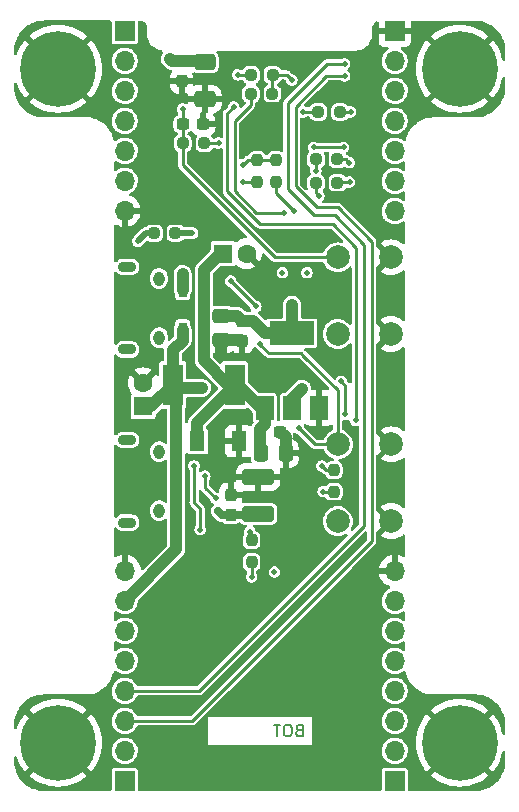
<source format=gbl>
%TF.GenerationSoftware,KiCad,Pcbnew,(6.0.8)*%
%TF.CreationDate,2023-01-13T13:27:25+01:00*%
%TF.ProjectId,NB-IoT_PCB_rev_1_1,4e422d49-6f54-45f5-9043-425f7265765f,rev?*%
%TF.SameCoordinates,Original*%
%TF.FileFunction,Copper,L4,Bot*%
%TF.FilePolarity,Positive*%
%FSLAX46Y46*%
G04 Gerber Fmt 4.6, Leading zero omitted, Abs format (unit mm)*
G04 Created by KiCad (PCBNEW (6.0.8)) date 2023-01-13 13:27:25*
%MOMM*%
%LPD*%
G01*
G04 APERTURE LIST*
G04 Aperture macros list*
%AMRoundRect*
0 Rectangle with rounded corners*
0 $1 Rounding radius*
0 $2 $3 $4 $5 $6 $7 $8 $9 X,Y pos of 4 corners*
0 Add a 4 corners polygon primitive as box body*
4,1,4,$2,$3,$4,$5,$6,$7,$8,$9,$2,$3,0*
0 Add four circle primitives for the rounded corners*
1,1,$1+$1,$2,$3*
1,1,$1+$1,$4,$5*
1,1,$1+$1,$6,$7*
1,1,$1+$1,$8,$9*
0 Add four rect primitives between the rounded corners*
20,1,$1+$1,$2,$3,$4,$5,0*
20,1,$1+$1,$4,$5,$6,$7,0*
20,1,$1+$1,$6,$7,$8,$9,0*
20,1,$1+$1,$8,$9,$2,$3,0*%
G04 Aperture macros list end*
%ADD10C,0.150000*%
%TA.AperFunction,NonConductor*%
%ADD11C,0.150000*%
%TD*%
%TA.AperFunction,SMDPad,CuDef*%
%ADD12RoundRect,0.237500X0.250000X0.237500X-0.250000X0.237500X-0.250000X-0.237500X0.250000X-0.237500X0*%
%TD*%
%TA.AperFunction,ComponentPad*%
%ADD13C,0.800000*%
%TD*%
%TA.AperFunction,ComponentPad*%
%ADD14C,6.400000*%
%TD*%
%TA.AperFunction,SMDPad,CuDef*%
%ADD15RoundRect,0.237500X-0.237500X0.250000X-0.237500X-0.250000X0.237500X-0.250000X0.237500X0.250000X0*%
%TD*%
%TA.AperFunction,SMDPad,CuDef*%
%ADD16RoundRect,0.237500X-0.300000X-0.237500X0.300000X-0.237500X0.300000X0.237500X-0.300000X0.237500X0*%
%TD*%
%TA.AperFunction,ComponentPad*%
%ADD17R,1.700000X1.700000*%
%TD*%
%TA.AperFunction,ComponentPad*%
%ADD18O,1.700000X1.700000*%
%TD*%
%TA.AperFunction,ComponentPad*%
%ADD19O,0.950000X1.250000*%
%TD*%
%TA.AperFunction,ComponentPad*%
%ADD20O,1.550000X0.890000*%
%TD*%
%TA.AperFunction,ComponentPad*%
%ADD21R,1.600000X1.600000*%
%TD*%
%TA.AperFunction,ComponentPad*%
%ADD22C,1.600000*%
%TD*%
%TA.AperFunction,ComponentPad*%
%ADD23C,2.000000*%
%TD*%
%TA.AperFunction,SMDPad,CuDef*%
%ADD24R,1.500000X2.000000*%
%TD*%
%TA.AperFunction,SMDPad,CuDef*%
%ADD25R,3.800000X2.000000*%
%TD*%
%TA.AperFunction,SMDPad,CuDef*%
%ADD26RoundRect,0.237500X-0.237500X0.300000X-0.237500X-0.300000X0.237500X-0.300000X0.237500X0.300000X0*%
%TD*%
%TA.AperFunction,SMDPad,CuDef*%
%ADD27R,1.780000X3.500000*%
%TD*%
%TA.AperFunction,SMDPad,CuDef*%
%ADD28RoundRect,0.237500X0.237500X-0.250000X0.237500X0.250000X-0.237500X0.250000X-0.237500X-0.250000X0*%
%TD*%
%TA.AperFunction,SMDPad,CuDef*%
%ADD29RoundRect,0.250000X0.650000X-0.412500X0.650000X0.412500X-0.650000X0.412500X-0.650000X-0.412500X0*%
%TD*%
%TA.AperFunction,SMDPad,CuDef*%
%ADD30RoundRect,0.250000X-1.100000X0.412500X-1.100000X-0.412500X1.100000X-0.412500X1.100000X0.412500X0*%
%TD*%
%TA.AperFunction,SMDPad,CuDef*%
%ADD31R,1.300000X1.700000*%
%TD*%
%TA.AperFunction,SMDPad,CuDef*%
%ADD32R,0.730000X1.210000*%
%TD*%
%TA.AperFunction,SMDPad,CuDef*%
%ADD33RoundRect,0.250000X-0.475000X0.337500X-0.475000X-0.337500X0.475000X-0.337500X0.475000X0.337500X0*%
%TD*%
%TA.AperFunction,SMDPad,CuDef*%
%ADD34RoundRect,0.250000X-0.337500X-0.475000X0.337500X-0.475000X0.337500X0.475000X-0.337500X0.475000X0*%
%TD*%
%TA.AperFunction,ViaPad*%
%ADD35C,0.460000*%
%TD*%
%TA.AperFunction,ViaPad*%
%ADD36C,0.600000*%
%TD*%
%TA.AperFunction,ViaPad*%
%ADD37C,0.700000*%
%TD*%
%TA.AperFunction,Conductor*%
%ADD38C,0.250000*%
%TD*%
%TA.AperFunction,Conductor*%
%ADD39C,0.700000*%
%TD*%
%TA.AperFunction,Conductor*%
%ADD40C,0.500000*%
%TD*%
%TA.AperFunction,Conductor*%
%ADD41C,1.000000*%
%TD*%
G04 APERTURE END LIST*
D10*
D11*
X115006333Y-169549771D02*
X114863476Y-169597390D01*
X114815857Y-169645009D01*
X114768238Y-169740247D01*
X114768238Y-169883104D01*
X114815857Y-169978342D01*
X114863476Y-170025961D01*
X114958714Y-170073580D01*
X115339666Y-170073580D01*
X115339666Y-169073580D01*
X115006333Y-169073580D01*
X114911095Y-169121200D01*
X114863476Y-169168819D01*
X114815857Y-169264057D01*
X114815857Y-169359295D01*
X114863476Y-169454533D01*
X114911095Y-169502152D01*
X115006333Y-169549771D01*
X115339666Y-169549771D01*
X114149190Y-169073580D02*
X113958714Y-169073580D01*
X113863476Y-169121200D01*
X113768238Y-169216438D01*
X113720619Y-169406914D01*
X113720619Y-169740247D01*
X113768238Y-169930723D01*
X113863476Y-170025961D01*
X113958714Y-170073580D01*
X114149190Y-170073580D01*
X114244428Y-170025961D01*
X114339666Y-169930723D01*
X114387285Y-169740247D01*
X114387285Y-169406914D01*
X114339666Y-169216438D01*
X114244428Y-169121200D01*
X114149190Y-169073580D01*
X113434904Y-169073580D02*
X112863476Y-169073580D01*
X113149190Y-170073580D02*
X113149190Y-169073580D01*
D12*
%TO.P,R16,2*%
%TO.N,+3.3V*%
X110937500Y-114050000D03*
%TO.P,R16,1*%
%TO.N,/GPIO2*%
X112762500Y-114050000D03*
%TD*%
D13*
%TO.P,H4,1,1*%
%TO.N,GND*%
X128600000Y-111150000D03*
X130297056Y-115247056D03*
X130297056Y-111852944D03*
X131000000Y-113550000D03*
D14*
X128600000Y-113550000D03*
D13*
X128600000Y-115950000D03*
X126902944Y-111852944D03*
X126902944Y-115247056D03*
X126200000Y-113550000D03*
%TD*%
%TO.P,H3,1,1*%
%TO.N,GND*%
X92200000Y-113550000D03*
X92902944Y-115247056D03*
X92902944Y-111852944D03*
X94600000Y-115950000D03*
D14*
X94600000Y-113550000D03*
D13*
X97000000Y-113550000D03*
X96297056Y-111852944D03*
X96297056Y-115247056D03*
X94600000Y-111150000D03*
%TD*%
%TO.P,H2,1,1*%
%TO.N,GND*%
X94600000Y-168200000D03*
X96297056Y-172297056D03*
X96297056Y-168902944D03*
X97000000Y-170600000D03*
D14*
X94600000Y-170600000D03*
D13*
X94600000Y-173000000D03*
X92902944Y-168902944D03*
X92902944Y-172297056D03*
X92200000Y-170600000D03*
%TD*%
%TO.P,H1,1,1*%
%TO.N,GND*%
X126200000Y-170600000D03*
X126902944Y-172297056D03*
X126902944Y-168902944D03*
X128600000Y-173000000D03*
D14*
X128600000Y-170600000D03*
D13*
X131000000Y-170600000D03*
X130297056Y-168902944D03*
X130297056Y-172297056D03*
X128600000Y-168200000D03*
%TD*%
D15*
%TO.P,R15,1*%
%TO.N,/GPIO8*%
X111455200Y-121261500D03*
%TO.P,R15,2*%
%TO.N,+3.3V*%
X111455200Y-123086500D03*
%TD*%
D16*
%TO.P,C6,2*%
%TO.N,GND*%
X106892500Y-118220000D03*
%TO.P,C6,1*%
%TO.N,/EN*%
X105167500Y-118220000D03*
%TD*%
D17*
%TO.P,J8,1,Pin_1*%
%TO.N,+3.3V*%
X100240000Y-110334000D03*
D18*
%TO.P,J8,2,Pin_2*%
%TO.N,/GPIO4*%
X100240000Y-112874000D03*
%TO.P,J8,3,Pin_3*%
%TO.N,/GPIO5*%
X100240000Y-115414000D03*
%TO.P,J8,4,Pin_4*%
%TO.N,/GPIO6*%
X100240000Y-117954000D03*
%TO.P,J8,5,Pin_5*%
%TO.N,/GPIO7*%
X100240000Y-120494000D03*
%TO.P,J8,6,Pin_6*%
%TO.N,/GPIO8*%
X100240000Y-123034000D03*
%TO.P,J8,7,Pin_7*%
%TO.N,GND*%
X100240000Y-125574000D03*
%TD*%
D17*
%TO.P,J7,1,Pin_1*%
%TO.N,GND*%
X123100000Y-110334000D03*
D18*
%TO.P,J7,2,Pin_2*%
%TO.N,/GPIO2*%
X123100000Y-112874000D03*
%TO.P,J7,3,Pin_3*%
%TO.N,/GPIO3*%
X123100000Y-115414000D03*
%TO.P,J7,4,Pin_4*%
%TO.N,/USB_D+*%
X123100000Y-117954000D03*
%TO.P,J7,5,Pin_5*%
%TO.N,/USB_D-*%
X123100000Y-120494000D03*
%TO.P,J7,6,Pin_6*%
%TO.N,/U0TXD*%
X123100000Y-123034000D03*
%TO.P,J7,7,Pin_7*%
%TO.N,/U0RXD*%
X123100000Y-125574000D03*
%TD*%
D19*
%TO.P,J2,6,Shield*%
%TO.N,unconnected-(J2-Pad6)*%
X103152400Y-150963000D03*
D20*
X100452400Y-144963000D03*
X100452400Y-151963000D03*
D19*
X103152400Y-145963000D03*
%TD*%
D21*
%TO.P,C5,1*%
%TO.N,+5V*%
X108569688Y-129184400D03*
D22*
%TO.P,C5,2*%
%TO.N,GND*%
X110569688Y-129184400D03*
%TD*%
D17*
%TO.P,J3,1,Pin_1*%
%TO.N,Net-(J3-Pad1)*%
X123100000Y-173834000D03*
D18*
%TO.P,J3,2,Pin_2*%
%TO.N,/GPIO10*%
X123100000Y-171294000D03*
%TO.P,J3,3,Pin_3*%
%TO.N,/BG96_RTS*%
X123100000Y-168754000D03*
%TO.P,J3,4,Pin_4*%
%TO.N,unconnected-(J3-Pad4)*%
X123100000Y-166214000D03*
%TO.P,J3,5,Pin_5*%
%TO.N,unconnected-(J3-Pad5)*%
X123100000Y-163674000D03*
%TO.P,J3,6,Pin_6*%
%TO.N,unconnected-(J3-Pad6)*%
X123100000Y-161134000D03*
%TO.P,J3,7,Pin_7*%
%TO.N,+3.3V*%
X123100000Y-158594000D03*
%TO.P,J3,8,Pin_8*%
%TO.N,GND*%
X123100000Y-156054000D03*
%TD*%
D21*
%TO.P,C3,1*%
%TO.N,+5V_BG96*%
X101803200Y-142128313D03*
D22*
%TO.P,C3,2*%
%TO.N,GND*%
X101803200Y-140128313D03*
%TD*%
D23*
%TO.P,RST1,1,1*%
%TO.N,GND*%
X122777600Y-135994000D03*
X122777600Y-129494000D03*
%TO.P,RST1,2,2*%
%TO.N,/EN*%
X118277600Y-129494000D03*
X118277600Y-135994000D03*
%TD*%
%TO.P,BOOT1,1,1*%
%TO.N,GND*%
X122798400Y-145340000D03*
X122798400Y-151840000D03*
%TO.P,BOOT1,2,2*%
%TO.N,/GPIO9*%
X118298400Y-151840000D03*
X118298400Y-145340000D03*
%TD*%
D17*
%TO.P,J6,1,Pin_1*%
%TO.N,/BG96_RI*%
X100240000Y-173834000D03*
D18*
%TO.P,J6,2,Pin_2*%
%TO.N,/BG96_CTS*%
X100240000Y-171294000D03*
%TO.P,J6,3,Pin_3*%
%TO.N,/GPIO1*%
X100240000Y-168754000D03*
%TO.P,J6,4,Pin_4*%
%TO.N,/GPIO0*%
X100240000Y-166214000D03*
%TO.P,J6,5,Pin_5*%
%TO.N,unconnected-(J6-Pad5)*%
X100240000Y-163674000D03*
%TO.P,J6,6,Pin_6*%
%TO.N,unconnected-(J6-Pad6)*%
X100240000Y-161134000D03*
%TO.P,J6,7,Pin_7*%
%TO.N,+5V_BG96*%
X100240000Y-158594000D03*
%TO.P,J6,8,Pin_8*%
%TO.N,GND*%
X100240000Y-156054000D03*
%TD*%
D19*
%TO.P,J1,6,Shield*%
%TO.N,unconnected-(J1-Pad6)*%
X103152400Y-131307200D03*
X103152400Y-136307200D03*
D20*
X100452400Y-137307200D03*
X100452400Y-130307200D03*
%TD*%
D15*
%TO.P,R3,1*%
%TO.N,Net-(R3-Pad1)*%
X110998000Y-153468700D03*
%TO.P,R3,2*%
%TO.N,+3.3V*%
X110998000Y-155293700D03*
%TD*%
D24*
%TO.P,U2,1,GND*%
%TO.N,GND*%
X116701600Y-142240400D03*
%TO.P,U2,2,VO*%
%TO.N,+3.3V*%
X114401600Y-142240400D03*
D25*
X114401600Y-135940400D03*
D24*
%TO.P,U2,3,VI*%
%TO.N,+5V*%
X112101600Y-142240400D03*
%TD*%
D26*
%TO.P,C2,1*%
%TO.N,GND*%
X109220000Y-149607100D03*
%TO.P,C2,2*%
%TO.N,+3.3V*%
X109220000Y-151332100D03*
%TD*%
D27*
%TO.P,F1,1*%
%TO.N,+5V_BG96*%
X104319000Y-140309600D03*
%TO.P,F1,2*%
%TO.N,+5V*%
X109549000Y-140309600D03*
%TD*%
D12*
%TO.P,R5,1*%
%TO.N,/U0TXD*%
X118260500Y-121208800D03*
%TO.P,R5,2*%
%TO.N,Net-(R5-Pad2)*%
X116435500Y-121208800D03*
%TD*%
D28*
%TO.P,R7,1*%
%TO.N,+3.3V*%
X117957600Y-149350100D03*
%TO.P,R7,2*%
%TO.N,Net-(D6-Pad2)*%
X117957600Y-147525100D03*
%TD*%
D15*
%TO.P,R13,1*%
%TO.N,/GPIO8*%
X113030000Y-121261500D03*
%TO.P,R13,2*%
%TO.N,Net-(R13-Pad2)*%
X113030000Y-123086500D03*
%TD*%
D29*
%TO.P,C9,1*%
%TO.N,GND*%
X107035600Y-116116500D03*
%TO.P,C9,2*%
%TO.N,+3.3V*%
X107035600Y-112991500D03*
%TD*%
D12*
%TO.P,R12,1*%
%TO.N,+3.3V*%
X104544500Y-127457200D03*
%TO.P,R12,2*%
%TO.N,Net-(D8-Pad2)*%
X102719500Y-127457200D03*
%TD*%
%TO.P,R6,1*%
%TO.N,/GPIO3*%
X118463700Y-117195600D03*
%TO.P,R6,2*%
%TO.N,Net-(J3-Pad1)*%
X116638700Y-117195600D03*
%TD*%
D16*
%TO.P,C8,1*%
%TO.N,+5V*%
X111710300Y-144322800D03*
%TO.P,C8,2*%
%TO.N,GND*%
X113435300Y-144322800D03*
%TD*%
D12*
%TO.P,R14,1*%
%TO.N,/GPIO2*%
X112748700Y-115646200D03*
%TO.P,R14,2*%
%TO.N,Net-(LED1-Pad1)*%
X110923700Y-115646200D03*
%TD*%
D30*
%TO.P,C1,1*%
%TO.N,GND*%
X111556800Y-148094300D03*
%TO.P,C1,2*%
%TO.N,+3.3V*%
X111556800Y-151219300D03*
%TD*%
D12*
%TO.P,R4,1*%
%TO.N,/U0RXD*%
X118260500Y-123190000D03*
%TO.P,R4,2*%
%TO.N,Net-(R4-Pad2)*%
X116435500Y-123190000D03*
%TD*%
D31*
%TO.P,D3,1,K*%
%TO.N,+5V*%
X106403200Y-145084800D03*
%TO.P,D3,2,A*%
%TO.N,GND*%
X109903200Y-145084800D03*
%TD*%
D32*
%TO.P,D2,1,A*%
%TO.N,VBUS2*%
X105156000Y-132264400D03*
%TO.P,D2,2,K*%
%TO.N,+5V_BG96*%
X105156000Y-135624400D03*
%TD*%
D26*
%TO.P,C10,1*%
%TO.N,+3.3V*%
X105054400Y-112878700D03*
%TO.P,C10,2*%
%TO.N,GND*%
X105054400Y-114603700D03*
%TD*%
%TO.P,C11,1*%
%TO.N,+3.3V*%
X110185200Y-134875100D03*
%TO.P,C11,2*%
%TO.N,GND*%
X110185200Y-136600100D03*
%TD*%
D33*
%TO.P,C12,1*%
%TO.N,+3.3V*%
X108407200Y-134446100D03*
%TO.P,C12,2*%
%TO.N,GND*%
X108407200Y-136521100D03*
%TD*%
D12*
%TO.P,R9,2*%
%TO.N,/EN*%
X105159050Y-119840000D03*
%TO.P,R9,1*%
%TO.N,+3.3V*%
X106984050Y-119840000D03*
%TD*%
D34*
%TO.P,C7,1*%
%TO.N,+5V*%
X111789300Y-146100800D03*
%TO.P,C7,2*%
%TO.N,GND*%
X113864300Y-146100800D03*
%TD*%
D35*
%TO.N,+3.3V*%
X109800000Y-114050000D03*
%TO.N,/GPIO8*%
X110286800Y-121666000D03*
%TO.N,+3.3V*%
X110286800Y-123088400D03*
X115671600Y-130810000D03*
X113588800Y-130810000D03*
%TO.N,GND*%
X122834400Y-148539200D03*
D36*
X105841800Y-151511000D03*
D35*
X117297200Y-138531600D03*
X122783600Y-132740400D03*
X122783600Y-140462000D03*
X120904000Y-171856400D03*
X107721400Y-122809000D03*
X117348000Y-127711200D03*
X116230400Y-133553200D03*
X105054400Y-167436800D03*
X108000800Y-148336000D03*
D37*
X108407200Y-137617200D03*
D35*
X118973600Y-124256800D03*
D37*
X105765600Y-137668000D03*
D35*
%TO.N,+3.3V*%
X105968800Y-127457200D03*
D37*
X104038400Y-112674400D03*
D35*
X112926500Y-156161100D03*
X110998000Y-156565600D03*
X117043200Y-149352000D03*
D36*
X108153200Y-150977600D03*
D37*
X115265200Y-140614400D03*
D35*
X108204000Y-119837200D03*
D37*
X114401600Y-133502400D03*
D35*
%TO.N,/EN*%
X105156000Y-116941600D03*
%TO.N,/GPIO9*%
X109220000Y-131521200D03*
X111353600Y-133654800D03*
X114960400Y-143967200D03*
X111709200Y-136804400D03*
%TO.N,/USBDM*%
X107950000Y-149910800D03*
X107035600Y-148031200D03*
%TO.N,VBUS*%
X106113458Y-147159858D03*
X106629200Y-152552400D03*
%TO.N,/USB_D-*%
X118770400Y-120192800D03*
X116230400Y-120192800D03*
%TO.N,Net-(D8-Pad2)*%
X101380000Y-128140000D03*
%TO.N,/GPIO3*%
X119380000Y-117195600D03*
%TO.N,/GPIO2*%
X114400000Y-114500000D03*
%TO.N,/GPIO1*%
X118872000Y-114147600D03*
%TO.N,/GPIO0*%
X118872000Y-113131600D03*
%TO.N,/RTS*%
X118567200Y-140004800D03*
X118922800Y-142798800D03*
%TO.N,Net-(R3-Pad1)*%
X110840246Y-152742096D03*
%TO.N,/U0RXD*%
X119278400Y-123139200D03*
%TO.N,/U0TXD*%
X119253000Y-121488200D03*
%TO.N,Net-(R4-Pad2)*%
X116687600Y-124307600D03*
%TO.N,Net-(R5-Pad2)*%
X116433600Y-122174000D03*
%TO.N,Net-(D6-Pad2)*%
X116941600Y-147167600D03*
D37*
%TO.N,+5V_BG96*%
X106781600Y-140563600D03*
%TO.N,VBUS2*%
X105156000Y-130911600D03*
D35*
%TO.N,Net-(R13-Pad2)*%
X114579400Y-125603000D03*
%TO.N,Net-(LED1-Pad1)*%
X113690400Y-125730000D03*
%TO.N,Net-(J3-Pad1)*%
X115366800Y-117195600D03*
X119786400Y-143306800D03*
X109474000Y-116789200D03*
%TD*%
D38*
%TO.N,/GPIO2*%
X113950000Y-114050000D02*
X112762500Y-114050000D01*
X114400000Y-114500000D02*
X113950000Y-114050000D01*
%TO.N,+3.3V*%
X110937500Y-114050000D02*
X109800000Y-114050000D01*
%TO.N,/GPIO2*%
X112748700Y-115646200D02*
X112748700Y-114063800D01*
X112748700Y-114063800D02*
X112762500Y-114050000D01*
%TO.N,/GPIO1*%
X105947000Y-168754000D02*
X100240000Y-168754000D01*
X121158000Y-128168400D02*
X121158000Y-153543000D01*
X118262400Y-125272800D02*
X121158000Y-128168400D01*
X116484400Y-125272800D02*
X118262400Y-125272800D01*
X121158000Y-153543000D02*
X105947000Y-168754000D01*
X114706400Y-123494800D02*
X116484400Y-125272800D01*
X114706400Y-116738400D02*
X114706400Y-123494800D01*
X117297200Y-114147600D02*
X114706400Y-116738400D01*
X118872000Y-114147600D02*
X117297200Y-114147600D01*
D39*
%TO.N,+3.3V*%
X108153200Y-150977600D02*
X108507700Y-151332100D01*
X108507700Y-151332100D02*
X109220000Y-151332100D01*
D38*
%TO.N,/U0TXD*%
X119253000Y-121488200D02*
X118973600Y-121208800D01*
X118973600Y-121208800D02*
X118260500Y-121208800D01*
%TO.N,Net-(R13-Pad2)*%
X114579400Y-125603000D02*
X113030000Y-124053600D01*
X113030000Y-124053600D02*
X113030000Y-123086500D01*
%TO.N,/GPIO8*%
X111455200Y-121261500D02*
X113030000Y-121261500D01*
%TO.N,+3.3V*%
X111453300Y-123088400D02*
X111455200Y-123086500D01*
X110286800Y-123088400D02*
X111453300Y-123088400D01*
%TO.N,/GPIO8*%
X110691300Y-121261500D02*
X110286800Y-121666000D01*
X111455200Y-121261500D02*
X110691300Y-121261500D01*
%TO.N,Net-(LED1-Pad1)*%
X110923700Y-116581589D02*
X110923700Y-115646200D01*
X109550200Y-117955089D02*
X110923700Y-116581589D01*
X109550200Y-123901200D02*
X109550200Y-117955089D01*
X113690400Y-125730000D02*
X111379000Y-125730000D01*
X111379000Y-125730000D02*
X109550200Y-123901200D01*
%TO.N,Net-(J3-Pad1)*%
X119837200Y-143256000D02*
X119786400Y-143306800D01*
X117856000Y-126695200D02*
X119837200Y-128676400D01*
X111707804Y-126695200D02*
X117856000Y-126695200D01*
X119837200Y-128676400D02*
X119837200Y-143256000D01*
X108940600Y-123927996D02*
X111707804Y-126695200D01*
X108940600Y-117322600D02*
X108940600Y-123927996D01*
X109474000Y-116789200D02*
X108940600Y-117322600D01*
%TO.N,+3.3V*%
X108201200Y-119840000D02*
X108204000Y-119837200D01*
X106984050Y-119840000D02*
X108201200Y-119840000D01*
%TO.N,/EN*%
X105159050Y-121717550D02*
X105157900Y-121718700D01*
X105159050Y-119840000D02*
X105159050Y-121717550D01*
X105167500Y-119831550D02*
X105159050Y-119840000D01*
X105167500Y-118220000D02*
X105167500Y-119831550D01*
X105167500Y-116953100D02*
X105156000Y-116941600D01*
X105167500Y-118220000D02*
X105167500Y-116953100D01*
D40*
%TO.N,Net-(D8-Pad2)*%
X101380000Y-128140000D02*
X102062800Y-127457200D01*
X102062800Y-127457200D02*
X102719500Y-127457200D01*
D41*
%TO.N,+5V*%
X112101600Y-142240400D02*
X111760400Y-142240400D01*
X111760400Y-142240400D02*
X109829600Y-140309600D01*
X112115600Y-143611600D02*
X112115600Y-142254400D01*
D38*
X112152400Y-142914400D02*
X112115600Y-142951200D01*
D41*
X108305600Y-129184400D02*
X108671288Y-129184400D01*
X106352400Y-143506200D02*
X109549000Y-140309600D01*
D39*
X111789300Y-146100800D02*
X111709200Y-146020700D01*
D41*
X109829600Y-140309600D02*
X109549000Y-140309600D01*
X106934000Y-138226800D02*
X106934000Y-130556000D01*
X106934000Y-130556000D02*
X108305600Y-129184400D01*
X106352400Y-145084800D02*
X106352400Y-143506200D01*
X111710300Y-144016900D02*
X112115600Y-143611600D01*
D39*
X111710300Y-144322800D02*
X111710300Y-144016900D01*
D41*
X109549000Y-140309600D02*
X109016800Y-140309600D01*
X111709200Y-146020700D02*
X111709200Y-144323900D01*
X109016800Y-140309600D02*
X106934000Y-138226800D01*
%TO.N,GND*%
X113864300Y-146100800D02*
X113864300Y-144751800D01*
X108407200Y-136521100D02*
X110106200Y-136521100D01*
X108407200Y-137617200D02*
X108407200Y-136521100D01*
X113864300Y-144751800D02*
X113435300Y-144322800D01*
%TO.N,+3.3V*%
X104242700Y-112878700D02*
X104038400Y-112674400D01*
X105054400Y-112878700D02*
X104242700Y-112878700D01*
X109777700Y-134467600D02*
X108428700Y-134467600D01*
D39*
X106922800Y-112878700D02*
X107035600Y-112991500D01*
D41*
X115265200Y-140614400D02*
X114401600Y-141478000D01*
D38*
X110998000Y-155293700D02*
X110998000Y-156565600D01*
D39*
X109220000Y-151332100D02*
X111444000Y-151332100D01*
D41*
X110185200Y-134875100D02*
X109777700Y-134467600D01*
D39*
X111444000Y-151332100D02*
X111556800Y-151219300D01*
D41*
X114401600Y-141478000D02*
X114401600Y-142240400D01*
D38*
X117045100Y-149350100D02*
X117957600Y-149350100D01*
D41*
X114401600Y-135940400D02*
X114401600Y-133502400D01*
X105054400Y-112878700D02*
X106922800Y-112878700D01*
D38*
X117043200Y-149352000D02*
X117045100Y-149350100D01*
D40*
X104544500Y-127457200D02*
X105968800Y-127457200D01*
D41*
X111095119Y-134875100D02*
X110185200Y-134875100D01*
X112160419Y-135940400D02*
X111095119Y-134875100D01*
X114401600Y-135940400D02*
X112160419Y-135940400D01*
D38*
%TO.N,/EN*%
X112933200Y-129494000D02*
X118277600Y-129494000D01*
X105156000Y-116941600D02*
X105168300Y-116953900D01*
X105157900Y-121718700D02*
X112933200Y-129494000D01*
%TO.N,/GPIO9*%
X118298400Y-140752000D02*
X118298400Y-145340000D01*
X115366800Y-137820400D02*
X118298400Y-140752000D01*
X111709200Y-136906000D02*
X111709200Y-136804400D01*
X114960400Y-143967200D02*
X116333200Y-145340000D01*
X116333200Y-145340000D02*
X118298400Y-145340000D01*
X115163600Y-137617200D02*
X112420400Y-137617200D01*
X112420400Y-137617200D02*
X111709200Y-136906000D01*
X109220000Y-131521200D02*
X111353600Y-133654800D01*
X115366800Y-137820400D02*
X115163600Y-137617200D01*
%TO.N,/USBDM*%
X107950000Y-149910800D02*
X107035600Y-148996400D01*
X107035600Y-148996400D02*
X107035600Y-148031200D01*
%TO.N,VBUS*%
X106113458Y-150258658D02*
X106629200Y-150774400D01*
X106629200Y-150774400D02*
X106629200Y-152552400D01*
X106113458Y-147159858D02*
X106113458Y-150258658D01*
%TO.N,/USB_D-*%
X116230400Y-120192800D02*
X118770400Y-120192800D01*
%TO.N,/GPIO3*%
X118463700Y-117195600D02*
X119380000Y-117195600D01*
%TO.N,/GPIO0*%
X118008400Y-125933200D02*
X120497600Y-128422400D01*
X118872000Y-113131600D02*
X117348000Y-113131600D01*
X117348000Y-113131600D02*
X114046000Y-116433600D01*
X116230400Y-125933200D02*
X118008400Y-125933200D01*
X120497600Y-152247600D02*
X106531200Y-166214000D01*
X106531200Y-166214000D02*
X100240000Y-166214000D01*
X114046000Y-123748800D02*
X116230400Y-125933200D01*
X114046000Y-116433600D02*
X114046000Y-123748800D01*
X120497600Y-128422400D02*
X120497600Y-152247600D01*
%TO.N,/RTS*%
X118567200Y-140004800D02*
X118922800Y-140360400D01*
X118922800Y-140360400D02*
X118922800Y-142798800D01*
%TO.N,Net-(R3-Pad1)*%
X110840246Y-152742096D02*
X110998000Y-152899850D01*
X110998000Y-152899850D02*
X110998000Y-153468700D01*
%TO.N,/U0RXD*%
X118311300Y-123139200D02*
X118260500Y-123190000D01*
X119278400Y-123139200D02*
X118311300Y-123139200D01*
%TO.N,Net-(R4-Pad2)*%
X116687600Y-124307600D02*
X116435500Y-124055500D01*
X116435500Y-124055500D02*
X116435500Y-123190000D01*
%TO.N,Net-(R5-Pad2)*%
X116433600Y-122174000D02*
X116433600Y-121210700D01*
X116433600Y-121210700D02*
X116435500Y-121208800D01*
%TO.N,Net-(D6-Pad2)*%
X117299100Y-147525100D02*
X117957600Y-147525100D01*
X116941600Y-147167600D02*
X117299100Y-147525100D01*
D41*
%TO.N,+5V_BG96*%
X105156000Y-136550400D02*
X105156000Y-135624400D01*
X104319000Y-140309600D02*
X102500287Y-142128313D01*
X104597200Y-154236800D02*
X104597200Y-140587800D01*
X104319000Y-137387400D02*
X105156000Y-136550400D01*
X100240000Y-158594000D02*
X104597200Y-154236800D01*
X104319000Y-140309600D02*
X104319000Y-137387400D01*
X102500287Y-142128313D02*
X101803200Y-142128313D01*
X106781600Y-140563600D02*
X104928600Y-140563600D01*
%TO.N,VBUS2*%
X105156000Y-130911600D02*
X105156000Y-132264400D01*
D38*
%TO.N,Net-(J3-Pad1)*%
X115366800Y-117195600D02*
X116638700Y-117195600D01*
%TD*%
%TA.AperFunction,Conductor*%
%TO.N,GND*%
G36*
X99077621Y-109470502D02*
G01*
X99124114Y-109524158D01*
X99135500Y-109576500D01*
X99135501Y-110423960D01*
X99135501Y-111209066D01*
X99150266Y-111283301D01*
X99206516Y-111367484D01*
X99290699Y-111423734D01*
X99364933Y-111438500D01*
X100239858Y-111438500D01*
X101115066Y-111438499D01*
X101150818Y-111431388D01*
X101177126Y-111426156D01*
X101177128Y-111426155D01*
X101189301Y-111423734D01*
X101199621Y-111416839D01*
X101199622Y-111416838D01*
X101263168Y-111374377D01*
X101273484Y-111367484D01*
X101329734Y-111283301D01*
X101344500Y-111209067D01*
X101344499Y-109576602D01*
X101364501Y-109508481D01*
X101418157Y-109461988D01*
X101489616Y-109452061D01*
X101502134Y-109453982D01*
X101511940Y-109455487D01*
X101521731Y-109453888D01*
X101531639Y-109453841D01*
X101531643Y-109454740D01*
X101547302Y-109454312D01*
X101641294Y-109464447D01*
X101668832Y-109470594D01*
X101778438Y-109508359D01*
X101803917Y-109520479D01*
X101902374Y-109581689D01*
X101924517Y-109599175D01*
X102006885Y-109680758D01*
X102024582Y-109702732D01*
X102032514Y-109715223D01*
X102086729Y-109800597D01*
X102099093Y-109825960D01*
X102137905Y-109935200D01*
X102144315Y-109962675D01*
X102152503Y-110032346D01*
X102155349Y-110056563D01*
X102155072Y-110072227D01*
X102155970Y-110072223D01*
X102156017Y-110082138D01*
X102154513Y-110091940D01*
X102156111Y-110101726D01*
X102156111Y-110101729D01*
X102157853Y-110112395D01*
X102159500Y-110132700D01*
X102159500Y-110517926D01*
X102157901Y-110537934D01*
X102154509Y-110559023D01*
X102155576Y-110565866D01*
X102172269Y-110784715D01*
X102224578Y-111004935D01*
X102226460Y-111009509D01*
X102226461Y-111009513D01*
X102308813Y-111209691D01*
X102310693Y-111214260D01*
X102313266Y-111218481D01*
X102425917Y-111403309D01*
X102425921Y-111403315D01*
X102428494Y-111407536D01*
X102575079Y-111580005D01*
X102746840Y-111727420D01*
X102939546Y-111846151D01*
X102944121Y-111848059D01*
X102944123Y-111848060D01*
X103143878Y-111931365D01*
X103143882Y-111931366D01*
X103148454Y-111933273D01*
X103368419Y-111986643D01*
X103373361Y-111987044D01*
X103377564Y-111987720D01*
X103441643Y-112018287D01*
X103479025Y-112078645D01*
X103477840Y-112149632D01*
X103460450Y-112184840D01*
X103371453Y-112310769D01*
X103368718Y-112317556D01*
X103368716Y-112317559D01*
X103361995Y-112334236D01*
X103305687Y-112473952D01*
X103304586Y-112481189D01*
X103280326Y-112640655D01*
X103280326Y-112640659D01*
X103279226Y-112647889D01*
X103279819Y-112655180D01*
X103279819Y-112655183D01*
X103290075Y-112781266D01*
X103293490Y-112823247D01*
X103295747Y-112830214D01*
X103305746Y-112861078D01*
X103347712Y-112990622D01*
X103438983Y-113141033D01*
X103446349Y-113149374D01*
X103447732Y-113150757D01*
X103661979Y-113365003D01*
X103674366Y-113379417D01*
X103687137Y-113396771D01*
X103692720Y-113401514D01*
X103727178Y-113430788D01*
X103734694Y-113437718D01*
X103740338Y-113443362D01*
X103762498Y-113460894D01*
X103765873Y-113463661D01*
X103821220Y-113510682D01*
X103827740Y-113514011D01*
X103832718Y-113517331D01*
X103837791Y-113520464D01*
X103843533Y-113525007D01*
X103864037Y-113534590D01*
X103909317Y-113555753D01*
X103913267Y-113557684D01*
X103977912Y-113590693D01*
X103985022Y-113592433D01*
X103990642Y-113594523D01*
X103996293Y-113596403D01*
X104002922Y-113599501D01*
X104010086Y-113600991D01*
X104010089Y-113600992D01*
X104050195Y-113609333D01*
X104074014Y-113614287D01*
X104078273Y-113615251D01*
X104148808Y-113632511D01*
X104152304Y-113632728D01*
X104216036Y-113662463D01*
X104253933Y-113722499D01*
X104253355Y-113793494D01*
X104231635Y-113835104D01*
X104224025Y-113844740D01*
X104140488Y-113980263D01*
X104134344Y-113993441D01*
X104084085Y-114144966D01*
X104081219Y-114158332D01*
X104071728Y-114250970D01*
X104071400Y-114257385D01*
X104071400Y-114331585D01*
X104075875Y-114346824D01*
X104077265Y-114348029D01*
X104084948Y-114349700D01*
X106019285Y-114349700D01*
X106034524Y-114345225D01*
X106035729Y-114343835D01*
X106037400Y-114336152D01*
X106037400Y-114257434D01*
X106037063Y-114250918D01*
X106027325Y-114157068D01*
X106024432Y-114143672D01*
X105979820Y-114009955D01*
X105977236Y-113939006D01*
X106013419Y-113877922D01*
X106076883Y-113846097D01*
X106143573Y-113852097D01*
X106268757Y-113899026D01*
X106268759Y-113899026D01*
X106276152Y-113901798D01*
X106284002Y-113902651D01*
X106284003Y-113902651D01*
X106334447Y-113908131D01*
X106337844Y-113908500D01*
X107733356Y-113908500D01*
X107736753Y-113908131D01*
X107787197Y-113902651D01*
X107787198Y-113902651D01*
X107795048Y-113901798D01*
X107802441Y-113899026D01*
X107802443Y-113899026D01*
X107860989Y-113877078D01*
X107930364Y-113851071D01*
X107937543Y-113845691D01*
X107937546Y-113845689D01*
X108032485Y-113774536D01*
X108046004Y-113764404D01*
X108083465Y-113714420D01*
X108127289Y-113655946D01*
X108127291Y-113655943D01*
X108132671Y-113648764D01*
X108173287Y-113540420D01*
X108180626Y-113520843D01*
X108180626Y-113520841D01*
X108183398Y-113513448D01*
X108190100Y-113451756D01*
X108190100Y-112531244D01*
X108183398Y-112469552D01*
X108132671Y-112334236D01*
X108127291Y-112327057D01*
X108127289Y-112327054D01*
X108051385Y-112225776D01*
X108046004Y-112218596D01*
X108040653Y-112214585D01*
X108007178Y-112153283D01*
X108012243Y-112082468D01*
X108054790Y-112025632D01*
X108121310Y-112000821D01*
X108130299Y-112000500D01*
X119708564Y-112000500D01*
X119728274Y-112002051D01*
X119750000Y-112005492D01*
X119756752Y-112004423D01*
X119976041Y-111987164D01*
X119980848Y-111986010D01*
X119980854Y-111986009D01*
X120119907Y-111952625D01*
X120196515Y-111934233D01*
X120201086Y-111932340D01*
X120201088Y-111932339D01*
X120401421Y-111849358D01*
X120401425Y-111849356D01*
X120405995Y-111847463D01*
X120599323Y-111728992D01*
X120771737Y-111581737D01*
X120918992Y-111409323D01*
X121029696Y-111228669D01*
X121742001Y-111228669D01*
X121742371Y-111235490D01*
X121747895Y-111286352D01*
X121751521Y-111301604D01*
X121796676Y-111422054D01*
X121805214Y-111437649D01*
X121881715Y-111539724D01*
X121894276Y-111552285D01*
X121996351Y-111628786D01*
X122011946Y-111637324D01*
X122132394Y-111682478D01*
X122147649Y-111686105D01*
X122198514Y-111691631D01*
X122205328Y-111692000D01*
X122468180Y-111692000D01*
X122536301Y-111712002D01*
X122582794Y-111765658D01*
X122592898Y-111835932D01*
X122563404Y-111900512D01*
X122532605Y-111926284D01*
X122448010Y-111976612D01*
X122443670Y-111980418D01*
X122443666Y-111980421D01*
X122328387Y-112081519D01*
X122295392Y-112110455D01*
X122169720Y-112269869D01*
X122167031Y-112274980D01*
X122167029Y-112274983D01*
X122148201Y-112310769D01*
X122075203Y-112449515D01*
X122015007Y-112643378D01*
X121991148Y-112844964D01*
X122004424Y-113047522D01*
X122005845Y-113053118D01*
X122005846Y-113053123D01*
X122032642Y-113158629D01*
X122054392Y-113244269D01*
X122056809Y-113249512D01*
X122092155Y-113326183D01*
X122139377Y-113428616D01*
X122142710Y-113433332D01*
X122252932Y-113589293D01*
X122256533Y-113594389D01*
X122260675Y-113598424D01*
X122325970Y-113662031D01*
X122401938Y-113736035D01*
X122406742Y-113739245D01*
X122432332Y-113756344D01*
X122570720Y-113848812D01*
X122576023Y-113851090D01*
X122576026Y-113851092D01*
X122741121Y-113922022D01*
X122757228Y-113928942D01*
X122830244Y-113945464D01*
X122949579Y-113972467D01*
X122949584Y-113972468D01*
X122955216Y-113973742D01*
X122960987Y-113973969D01*
X122960989Y-113973969D01*
X123020756Y-113976317D01*
X123158053Y-113981712D01*
X123258499Y-113967148D01*
X123353231Y-113953413D01*
X123353236Y-113953412D01*
X123358945Y-113952584D01*
X123364409Y-113950729D01*
X123364414Y-113950728D01*
X123545693Y-113889192D01*
X123545698Y-113889190D01*
X123551165Y-113887334D01*
X123567972Y-113877922D01*
X123723074Y-113791060D01*
X123728276Y-113788147D01*
X123736554Y-113781263D01*
X123879913Y-113662031D01*
X123884345Y-113658345D01*
X123947668Y-113582208D01*
X123971710Y-113553301D01*
X124887084Y-113553301D01*
X124907080Y-113934833D01*
X124907766Y-113941371D01*
X124967535Y-114318734D01*
X124968906Y-114325184D01*
X125067788Y-114694216D01*
X125069829Y-114700498D01*
X125206740Y-115057164D01*
X125209422Y-115063189D01*
X125382872Y-115403603D01*
X125386169Y-115409313D01*
X125594253Y-115729735D01*
X125598123Y-115735061D01*
X125791478Y-115973835D01*
X125803733Y-115982300D01*
X125814824Y-115975966D01*
X128227978Y-113562812D01*
X128235592Y-113548868D01*
X128235461Y-113547035D01*
X128231210Y-113540420D01*
X125815690Y-111124900D01*
X125802614Y-111117759D01*
X125792247Y-111125216D01*
X125598123Y-111364939D01*
X125594253Y-111370265D01*
X125386169Y-111690687D01*
X125382872Y-111696397D01*
X125209422Y-112036811D01*
X125206740Y-112042836D01*
X125069829Y-112399502D01*
X125067788Y-112405784D01*
X124968906Y-112774816D01*
X124967535Y-112781266D01*
X124907766Y-113158629D01*
X124907080Y-113165167D01*
X124887084Y-113546699D01*
X124887084Y-113553301D01*
X123971710Y-113553301D01*
X124010453Y-113506718D01*
X124010455Y-113506715D01*
X124014147Y-113502276D01*
X124113334Y-113325165D01*
X124115190Y-113319698D01*
X124115192Y-113319693D01*
X124176728Y-113138414D01*
X124176729Y-113138409D01*
X124178584Y-113132945D01*
X124179412Y-113127236D01*
X124179413Y-113127231D01*
X124207179Y-112935727D01*
X124207712Y-112932053D01*
X124209232Y-112874000D01*
X124190658Y-112671859D01*
X124184512Y-112650068D01*
X124137125Y-112482046D01*
X124137124Y-112482044D01*
X124135557Y-112476487D01*
X124132138Y-112469552D01*
X124048331Y-112299609D01*
X124045776Y-112294428D01*
X124026905Y-112269156D01*
X123950688Y-112167090D01*
X123924320Y-112131779D01*
X123806940Y-112023274D01*
X123779503Y-111997911D01*
X123775258Y-111993987D01*
X123665224Y-111924561D01*
X123618286Y-111871294D01*
X123607597Y-111801107D01*
X123636552Y-111736282D01*
X123695956Y-111697403D01*
X123732460Y-111691999D01*
X123994669Y-111691999D01*
X124001490Y-111691629D01*
X124052352Y-111686105D01*
X124067604Y-111682479D01*
X124188054Y-111637324D01*
X124203649Y-111628786D01*
X124305724Y-111552285D01*
X124318285Y-111539724D01*
X124394786Y-111437649D01*
X124403324Y-111422054D01*
X124448478Y-111301606D01*
X124452105Y-111286351D01*
X124457631Y-111235486D01*
X124458000Y-111228672D01*
X124458000Y-110753733D01*
X126167700Y-110753733D01*
X126174034Y-110764824D01*
X128587188Y-113177978D01*
X128601132Y-113185592D01*
X128602965Y-113185461D01*
X128609580Y-113181210D01*
X131025100Y-110765690D01*
X131032241Y-110752614D01*
X131024784Y-110742247D01*
X130785065Y-110548126D01*
X130779728Y-110544249D01*
X130459315Y-110336170D01*
X130453606Y-110332873D01*
X130113189Y-110159422D01*
X130107164Y-110156740D01*
X129750498Y-110019829D01*
X129744216Y-110017788D01*
X129375184Y-109918906D01*
X129368734Y-109917535D01*
X128991371Y-109857766D01*
X128984833Y-109857080D01*
X128603301Y-109837084D01*
X128596699Y-109837084D01*
X128215167Y-109857080D01*
X128208629Y-109857766D01*
X127831266Y-109917535D01*
X127824816Y-109918906D01*
X127455784Y-110017788D01*
X127449502Y-110019829D01*
X127092836Y-110156740D01*
X127086811Y-110159422D01*
X126746397Y-110332872D01*
X126740687Y-110336169D01*
X126420265Y-110544253D01*
X126414939Y-110548123D01*
X126176165Y-110741478D01*
X126167700Y-110753733D01*
X124458000Y-110753733D01*
X124458000Y-110606115D01*
X124453525Y-110590876D01*
X124452135Y-110589671D01*
X124444452Y-110588000D01*
X121760116Y-110588000D01*
X121744877Y-110592475D01*
X121743672Y-110593865D01*
X121742001Y-110601548D01*
X121742001Y-111228669D01*
X121029696Y-111228669D01*
X121037463Y-111215995D01*
X121040075Y-111209691D01*
X121122339Y-111011088D01*
X121122340Y-111011086D01*
X121124233Y-111006515D01*
X121145982Y-110915925D01*
X121176009Y-110790854D01*
X121176010Y-110790848D01*
X121177164Y-110786041D01*
X121194423Y-110566752D01*
X121195492Y-110560000D01*
X121192051Y-110538274D01*
X121190500Y-110518564D01*
X121190500Y-110141436D01*
X121192051Y-110121726D01*
X121193941Y-110109793D01*
X121195492Y-110100000D01*
X121193941Y-110090207D01*
X121193941Y-110080289D01*
X121194838Y-110080289D01*
X121194486Y-110064622D01*
X121204945Y-109971801D01*
X121211223Y-109944298D01*
X121249143Y-109835929D01*
X121261385Y-109810508D01*
X121322467Y-109713297D01*
X121340059Y-109691238D01*
X121421238Y-109610059D01*
X121443297Y-109592467D01*
X121540508Y-109531385D01*
X121565927Y-109519143D01*
X121574383Y-109516184D01*
X121645288Y-109512564D01*
X121706893Y-109547852D01*
X121739641Y-109610845D01*
X121742000Y-109635113D01*
X121742000Y-110061885D01*
X121746475Y-110077124D01*
X121747865Y-110078329D01*
X121755548Y-110080000D01*
X124439884Y-110080000D01*
X124455123Y-110075525D01*
X124456328Y-110074135D01*
X124457999Y-110066452D01*
X124457999Y-109586500D01*
X124478001Y-109518379D01*
X124531657Y-109471886D01*
X124583999Y-109460500D01*
X129842364Y-109460500D01*
X129862074Y-109462051D01*
X129883800Y-109465492D01*
X129893758Y-109463915D01*
X129920526Y-109462563D01*
X130056579Y-109470203D01*
X130167789Y-109476448D01*
X130181823Y-109478029D01*
X130318547Y-109501260D01*
X130455267Y-109524490D01*
X130469042Y-109527634D01*
X130735562Y-109604417D01*
X130748899Y-109609084D01*
X130824354Y-109640338D01*
X131005148Y-109715225D01*
X131017871Y-109721352D01*
X131260629Y-109855520D01*
X131272585Y-109863033D01*
X131498793Y-110023537D01*
X131509840Y-110032346D01*
X131716648Y-110217161D01*
X131726639Y-110227152D01*
X131911454Y-110433960D01*
X131920263Y-110445007D01*
X132080767Y-110671215D01*
X132088280Y-110683171D01*
X132173558Y-110837469D01*
X132222446Y-110925925D01*
X132228575Y-110938652D01*
X132254034Y-111000115D01*
X132334716Y-111194901D01*
X132339383Y-111208238D01*
X132416166Y-111474758D01*
X132419310Y-111488533D01*
X132460341Y-111730017D01*
X132465770Y-111761972D01*
X132467352Y-111776011D01*
X132471219Y-111844877D01*
X132481237Y-112023274D01*
X132479885Y-112050042D01*
X132478308Y-112060000D01*
X132479859Y-112069793D01*
X132481749Y-112081726D01*
X132483300Y-112101436D01*
X132483300Y-112763989D01*
X132463298Y-112832110D01*
X132409642Y-112878603D01*
X132339368Y-112888707D01*
X132274788Y-112859213D01*
X132236404Y-112799487D01*
X132232851Y-112783700D01*
X132232465Y-112781266D01*
X132231094Y-112774816D01*
X132132212Y-112405784D01*
X132130171Y-112399502D01*
X131993260Y-112042836D01*
X131990578Y-112036811D01*
X131817128Y-111696397D01*
X131813831Y-111690687D01*
X131605747Y-111370265D01*
X131601877Y-111364939D01*
X131408522Y-111126165D01*
X131396267Y-111117700D01*
X131385176Y-111124034D01*
X128972022Y-113537188D01*
X128964408Y-113551132D01*
X128964539Y-113552965D01*
X128968790Y-113559580D01*
X131384310Y-115975100D01*
X131397386Y-115982241D01*
X131407753Y-115974784D01*
X131601877Y-115735061D01*
X131605747Y-115729735D01*
X131813831Y-115409313D01*
X131817128Y-115403603D01*
X131990578Y-115063189D01*
X131993260Y-115057164D01*
X132130171Y-114700498D01*
X132132212Y-114694216D01*
X132231094Y-114325184D01*
X132232465Y-114318734D01*
X132232851Y-114316300D01*
X132233090Y-114315796D01*
X132233151Y-114315509D01*
X132233219Y-114315523D01*
X132263264Y-114252147D01*
X132323532Y-114214620D01*
X132394521Y-114215634D01*
X132453693Y-114254867D01*
X132482261Y-114319862D01*
X132483300Y-114336011D01*
X132483300Y-115018564D01*
X132481749Y-115038274D01*
X132478308Y-115060000D01*
X132479859Y-115069792D01*
X132479885Y-115069956D01*
X132481237Y-115096726D01*
X132467914Y-115333986D01*
X132467352Y-115343986D01*
X132465771Y-115358023D01*
X132456260Y-115414000D01*
X132419310Y-115631467D01*
X132416166Y-115645242D01*
X132339383Y-115911762D01*
X132334716Y-115925099D01*
X132311023Y-115982300D01*
X132228623Y-116181234D01*
X132228577Y-116181344D01*
X132222448Y-116194071D01*
X132088280Y-116436829D01*
X132080767Y-116448785D01*
X131920263Y-116674993D01*
X131911454Y-116686040D01*
X131801101Y-116809525D01*
X131728786Y-116890446D01*
X131726639Y-116892848D01*
X131716648Y-116902839D01*
X131509840Y-117087654D01*
X131498793Y-117096463D01*
X131272585Y-117256967D01*
X131260629Y-117264480D01*
X131017871Y-117398648D01*
X131005148Y-117404775D01*
X130996694Y-117408277D01*
X130748899Y-117510916D01*
X130735562Y-117515583D01*
X130469042Y-117592366D01*
X130455267Y-117595510D01*
X130318547Y-117618740D01*
X130181823Y-117641971D01*
X130167789Y-117643552D01*
X130075079Y-117648758D01*
X129920526Y-117657437D01*
X129893758Y-117656085D01*
X129883800Y-117654508D01*
X129874007Y-117656059D01*
X129862074Y-117657949D01*
X129842364Y-117659500D01*
X126425236Y-117659500D01*
X126405526Y-117657949D01*
X126393593Y-117656059D01*
X126383800Y-117654508D01*
X126377630Y-117655485D01*
X126194981Y-117666533D01*
X126097721Y-117672416D01*
X126097717Y-117672417D01*
X126093923Y-117672646D01*
X125808273Y-117724994D01*
X125531015Y-117811391D01*
X125527545Y-117812953D01*
X125527539Y-117812955D01*
X125414766Y-117863710D01*
X125266193Y-117930577D01*
X125262936Y-117932546D01*
X125262932Y-117932548D01*
X125020933Y-118078842D01*
X125017668Y-118080816D01*
X125014666Y-118083168D01*
X125014663Y-118083170D01*
X124977503Y-118112283D01*
X124789064Y-118259915D01*
X124583715Y-118465264D01*
X124506176Y-118564236D01*
X124409893Y-118687133D01*
X124404616Y-118693868D01*
X124402644Y-118697130D01*
X124402642Y-118697133D01*
X124261209Y-118931092D01*
X124254377Y-118942393D01*
X124209813Y-119041410D01*
X124139692Y-119197215D01*
X124135191Y-119207215D01*
X124048794Y-119484473D01*
X124048109Y-119488211D01*
X124048108Y-119488215D01*
X124030156Y-119586174D01*
X123998202Y-119649573D01*
X123937044Y-119685632D01*
X123866100Y-119682903D01*
X123820691Y-119655985D01*
X123779503Y-119617911D01*
X123775258Y-119613987D01*
X123770375Y-119610906D01*
X123770371Y-119610903D01*
X123608464Y-119508748D01*
X123603581Y-119505667D01*
X123415039Y-119430446D01*
X123409379Y-119429320D01*
X123409375Y-119429319D01*
X123221613Y-119391971D01*
X123221610Y-119391971D01*
X123215946Y-119390844D01*
X123210171Y-119390768D01*
X123210167Y-119390768D01*
X123108793Y-119389441D01*
X123012971Y-119388187D01*
X123007274Y-119389166D01*
X123007273Y-119389166D01*
X122970156Y-119395544D01*
X122812910Y-119422564D01*
X122622463Y-119492824D01*
X122448010Y-119596612D01*
X122443670Y-119600418D01*
X122443666Y-119600421D01*
X122346393Y-119685728D01*
X122295392Y-119730455D01*
X122291817Y-119734990D01*
X122291816Y-119734991D01*
X122277347Y-119753345D01*
X122169720Y-119889869D01*
X122167031Y-119894980D01*
X122167029Y-119894983D01*
X122149089Y-119929081D01*
X122075203Y-120069515D01*
X122037284Y-120191635D01*
X122020868Y-120244504D01*
X122015007Y-120263378D01*
X121991148Y-120464964D01*
X122004424Y-120667522D01*
X122005845Y-120673118D01*
X122005846Y-120673123D01*
X122052971Y-120858674D01*
X122054392Y-120864269D01*
X122056809Y-120869512D01*
X122135998Y-121041286D01*
X122139377Y-121048616D01*
X122142710Y-121053332D01*
X122235155Y-121184139D01*
X122256533Y-121214389D01*
X122401938Y-121356035D01*
X122406742Y-121359245D01*
X122419617Y-121367848D01*
X122570720Y-121468812D01*
X122576023Y-121471090D01*
X122576026Y-121471092D01*
X122730012Y-121537249D01*
X122757228Y-121548942D01*
X122830244Y-121565464D01*
X122949579Y-121592467D01*
X122949584Y-121592468D01*
X122955216Y-121593742D01*
X122960987Y-121593969D01*
X122960989Y-121593969D01*
X123020756Y-121596317D01*
X123158053Y-121601712D01*
X123258499Y-121587148D01*
X123353231Y-121573413D01*
X123353236Y-121573412D01*
X123358945Y-121572584D01*
X123364409Y-121570729D01*
X123364414Y-121570728D01*
X123545693Y-121509192D01*
X123545698Y-121509190D01*
X123551165Y-121507334D01*
X123576993Y-121492870D01*
X123627254Y-121464722D01*
X123728276Y-121408147D01*
X123736460Y-121401341D01*
X123776730Y-121367848D01*
X123841895Y-121339667D01*
X123911950Y-121351190D01*
X123964654Y-121398759D01*
X123983300Y-121464722D01*
X123983300Y-122058787D01*
X123963298Y-122126908D01*
X123909642Y-122173401D01*
X123839368Y-122183505D01*
X123780595Y-122158749D01*
X123779503Y-122157911D01*
X123775258Y-122153987D01*
X123603581Y-122045667D01*
X123415039Y-121970446D01*
X123409379Y-121969320D01*
X123409375Y-121969319D01*
X123221613Y-121931971D01*
X123221610Y-121931971D01*
X123215946Y-121930844D01*
X123210171Y-121930768D01*
X123210167Y-121930768D01*
X123108793Y-121929441D01*
X123012971Y-121928187D01*
X123007274Y-121929166D01*
X123007273Y-121929166D01*
X122818607Y-121961585D01*
X122812910Y-121962564D01*
X122622463Y-122032824D01*
X122617502Y-122035776D01*
X122617501Y-122035776D01*
X122616084Y-122036619D01*
X122448010Y-122136612D01*
X122443670Y-122140418D01*
X122443666Y-122140421D01*
X122386273Y-122190754D01*
X122295392Y-122270455D01*
X122169720Y-122429869D01*
X122167031Y-122434980D01*
X122167029Y-122434983D01*
X122154073Y-122459609D01*
X122075203Y-122609515D01*
X122015007Y-122803378D01*
X121991148Y-123004964D01*
X122004424Y-123207522D01*
X122005845Y-123213118D01*
X122005846Y-123213123D01*
X122046834Y-123374511D01*
X122054392Y-123404269D01*
X122056809Y-123409512D01*
X122136502Y-123582379D01*
X122139377Y-123588616D01*
X122142710Y-123593332D01*
X122204522Y-123680794D01*
X122256533Y-123754389D01*
X122401938Y-123896035D01*
X122406742Y-123899245D01*
X122436503Y-123919131D01*
X122570720Y-124008812D01*
X122576023Y-124011090D01*
X122576026Y-124011092D01*
X122724186Y-124074746D01*
X122757228Y-124088942D01*
X122824504Y-124104165D01*
X122949579Y-124132467D01*
X122949584Y-124132468D01*
X122955216Y-124133742D01*
X122960987Y-124133969D01*
X122960989Y-124133969D01*
X123020756Y-124136317D01*
X123158053Y-124141712D01*
X123258499Y-124127148D01*
X123353231Y-124113413D01*
X123353236Y-124113412D01*
X123358945Y-124112584D01*
X123364409Y-124110729D01*
X123364414Y-124110728D01*
X123545693Y-124049192D01*
X123545698Y-124049190D01*
X123551165Y-124047334D01*
X123557853Y-124043589D01*
X123636257Y-123999680D01*
X123728276Y-123948147D01*
X123734202Y-123943219D01*
X123776730Y-123907848D01*
X123841895Y-123879667D01*
X123911950Y-123891190D01*
X123964654Y-123938759D01*
X123983300Y-124004722D01*
X123983300Y-124598787D01*
X123963298Y-124666908D01*
X123909642Y-124713401D01*
X123839368Y-124723505D01*
X123780595Y-124698749D01*
X123779503Y-124697911D01*
X123775258Y-124693987D01*
X123603581Y-124585667D01*
X123415039Y-124510446D01*
X123409379Y-124509320D01*
X123409375Y-124509319D01*
X123221613Y-124471971D01*
X123221610Y-124471971D01*
X123215946Y-124470844D01*
X123210171Y-124470768D01*
X123210167Y-124470768D01*
X123108793Y-124469441D01*
X123012971Y-124468187D01*
X123007274Y-124469166D01*
X123007273Y-124469166D01*
X122884008Y-124490347D01*
X122812910Y-124502564D01*
X122622463Y-124572824D01*
X122448010Y-124676612D01*
X122443670Y-124680418D01*
X122443666Y-124680421D01*
X122317821Y-124790785D01*
X122295392Y-124810455D01*
X122291817Y-124814990D01*
X122291816Y-124814991D01*
X122278581Y-124831779D01*
X122169720Y-124969869D01*
X122167031Y-124974980D01*
X122167029Y-124974983D01*
X122119128Y-125066027D01*
X122075203Y-125149515D01*
X122015007Y-125343378D01*
X121991148Y-125544964D01*
X122004424Y-125747522D01*
X122005845Y-125753118D01*
X122005846Y-125753123D01*
X122038926Y-125883371D01*
X122054392Y-125944269D01*
X122056809Y-125949512D01*
X122104160Y-126052224D01*
X122139377Y-126128616D01*
X122142710Y-126133332D01*
X122215826Y-126236789D01*
X122256533Y-126294389D01*
X122260675Y-126298424D01*
X122322186Y-126358345D01*
X122401938Y-126436035D01*
X122570720Y-126548812D01*
X122576023Y-126551090D01*
X122576026Y-126551092D01*
X122751921Y-126626662D01*
X122757228Y-126628942D01*
X122830244Y-126645464D01*
X122949579Y-126672467D01*
X122949584Y-126672468D01*
X122955216Y-126673742D01*
X122960987Y-126673969D01*
X122960989Y-126673969D01*
X123020756Y-126676317D01*
X123158053Y-126681712D01*
X123258499Y-126667148D01*
X123353231Y-126653413D01*
X123353236Y-126653412D01*
X123358945Y-126652584D01*
X123364409Y-126650729D01*
X123364414Y-126650728D01*
X123545693Y-126589192D01*
X123545698Y-126589190D01*
X123551165Y-126587334D01*
X123728276Y-126488147D01*
X123776730Y-126447848D01*
X123841895Y-126419667D01*
X123911950Y-126431190D01*
X123964654Y-126478759D01*
X123983300Y-126544722D01*
X123983300Y-128267299D01*
X123963298Y-128335420D01*
X123909642Y-128381913D01*
X123839368Y-128392017D01*
X123775469Y-128363110D01*
X123670483Y-128273443D01*
X123662499Y-128267643D01*
X123468558Y-128148795D01*
X123459763Y-128144313D01*
X123249612Y-128057266D01*
X123240227Y-128054217D01*
X123019046Y-128001115D01*
X123009299Y-127999572D01*
X122782530Y-127981725D01*
X122772670Y-127981725D01*
X122545901Y-127999572D01*
X122536154Y-128001115D01*
X122314973Y-128054217D01*
X122305588Y-128057266D01*
X122095437Y-128144313D01*
X122086642Y-128148795D01*
X121919155Y-128251432D01*
X121909693Y-128261890D01*
X121913476Y-128270666D01*
X123047715Y-129404905D01*
X123081741Y-129467217D01*
X123076676Y-129538032D01*
X123047715Y-129583095D01*
X121916520Y-130714290D01*
X121909760Y-130726670D01*
X121915487Y-130734320D01*
X122086642Y-130839205D01*
X122095437Y-130843687D01*
X122305588Y-130930734D01*
X122314973Y-130933783D01*
X122536154Y-130986885D01*
X122545901Y-130988428D01*
X122772670Y-131006275D01*
X122782530Y-131006275D01*
X123009299Y-130988428D01*
X123019046Y-130986885D01*
X123240227Y-130933783D01*
X123249612Y-130930734D01*
X123459763Y-130843687D01*
X123468558Y-130839205D01*
X123662499Y-130720357D01*
X123670483Y-130714557D01*
X123775469Y-130624890D01*
X123840259Y-130595859D01*
X123910459Y-130606464D01*
X123963781Y-130653339D01*
X123983300Y-130720701D01*
X123983300Y-134767299D01*
X123963298Y-134835420D01*
X123909642Y-134881913D01*
X123839368Y-134892017D01*
X123775469Y-134863110D01*
X123670483Y-134773443D01*
X123662499Y-134767643D01*
X123468558Y-134648795D01*
X123459763Y-134644313D01*
X123249612Y-134557266D01*
X123240227Y-134554217D01*
X123019046Y-134501115D01*
X123009299Y-134499572D01*
X122782530Y-134481725D01*
X122772670Y-134481725D01*
X122545901Y-134499572D01*
X122536154Y-134501115D01*
X122314973Y-134554217D01*
X122305588Y-134557266D01*
X122095437Y-134644313D01*
X122086642Y-134648795D01*
X121919155Y-134751432D01*
X121909693Y-134761890D01*
X121913476Y-134770666D01*
X123047715Y-135904905D01*
X123081741Y-135967217D01*
X123076676Y-136038032D01*
X123047715Y-136083095D01*
X121916520Y-137214290D01*
X121909760Y-137226670D01*
X121915487Y-137234320D01*
X122086642Y-137339205D01*
X122095437Y-137343687D01*
X122305588Y-137430734D01*
X122314973Y-137433783D01*
X122536154Y-137486885D01*
X122545901Y-137488428D01*
X122772670Y-137506275D01*
X122782530Y-137506275D01*
X123009299Y-137488428D01*
X123019046Y-137486885D01*
X123240227Y-137433783D01*
X123249612Y-137430734D01*
X123459763Y-137343687D01*
X123468558Y-137339205D01*
X123662499Y-137220357D01*
X123670483Y-137214557D01*
X123775469Y-137124890D01*
X123840259Y-137095859D01*
X123910459Y-137106464D01*
X123963781Y-137153339D01*
X123983300Y-137220701D01*
X123983300Y-144095534D01*
X123963298Y-144163655D01*
X123909642Y-144210148D01*
X123839368Y-144220252D01*
X123775469Y-144191345D01*
X123691283Y-144119443D01*
X123683299Y-144113643D01*
X123489358Y-143994795D01*
X123480563Y-143990313D01*
X123270412Y-143903266D01*
X123261027Y-143900217D01*
X123039846Y-143847115D01*
X123030099Y-143845572D01*
X122803330Y-143827725D01*
X122793470Y-143827725D01*
X122566701Y-143845572D01*
X122556954Y-143847115D01*
X122335773Y-143900217D01*
X122326388Y-143903266D01*
X122116237Y-143990313D01*
X122107442Y-143994795D01*
X121939955Y-144097432D01*
X121930493Y-144107890D01*
X121934276Y-144116666D01*
X123068515Y-145250905D01*
X123102541Y-145313217D01*
X123097476Y-145384032D01*
X123068515Y-145429095D01*
X121937320Y-146560290D01*
X121930560Y-146572670D01*
X121936287Y-146580320D01*
X122107442Y-146685205D01*
X122116237Y-146689687D01*
X122326388Y-146776734D01*
X122335773Y-146779783D01*
X122556954Y-146832885D01*
X122566701Y-146834428D01*
X122793470Y-146852275D01*
X122803330Y-146852275D01*
X123030099Y-146834428D01*
X123039846Y-146832885D01*
X123261027Y-146779783D01*
X123270412Y-146776734D01*
X123480563Y-146689687D01*
X123489358Y-146685205D01*
X123683299Y-146566357D01*
X123691283Y-146560557D01*
X123775469Y-146488655D01*
X123840259Y-146459624D01*
X123910459Y-146470229D01*
X123963781Y-146517104D01*
X123983300Y-146584466D01*
X123983300Y-150595534D01*
X123963298Y-150663655D01*
X123909642Y-150710148D01*
X123839368Y-150720252D01*
X123775469Y-150691345D01*
X123691283Y-150619443D01*
X123683299Y-150613643D01*
X123489358Y-150494795D01*
X123480563Y-150490313D01*
X123270412Y-150403266D01*
X123261027Y-150400217D01*
X123039846Y-150347115D01*
X123030099Y-150345572D01*
X122803330Y-150327725D01*
X122793470Y-150327725D01*
X122566701Y-150345572D01*
X122556954Y-150347115D01*
X122335773Y-150400217D01*
X122326388Y-150403266D01*
X122116237Y-150490313D01*
X122107442Y-150494795D01*
X121939955Y-150597432D01*
X121930493Y-150607890D01*
X121934276Y-150616666D01*
X123068515Y-151750905D01*
X123102541Y-151813217D01*
X123097476Y-151884032D01*
X123068515Y-151929095D01*
X121937320Y-153060290D01*
X121930560Y-153072670D01*
X121936287Y-153080320D01*
X122107442Y-153185205D01*
X122116237Y-153189687D01*
X122326388Y-153276734D01*
X122335773Y-153279783D01*
X122556954Y-153332885D01*
X122566701Y-153334428D01*
X122793470Y-153352275D01*
X122803330Y-153352275D01*
X123030099Y-153334428D01*
X123039846Y-153332885D01*
X123261027Y-153279783D01*
X123270412Y-153276734D01*
X123480563Y-153189687D01*
X123489358Y-153185205D01*
X123683299Y-153066357D01*
X123691283Y-153060557D01*
X123775469Y-152988655D01*
X123840259Y-152959624D01*
X123910459Y-152970229D01*
X123963781Y-153017104D01*
X123983300Y-153084466D01*
X123983300Y-154776871D01*
X123963298Y-154844992D01*
X123909642Y-154891485D01*
X123839368Y-154901589D01*
X123796406Y-154887179D01*
X123663117Y-154813599D01*
X123653705Y-154809369D01*
X123452959Y-154738280D01*
X123442988Y-154735646D01*
X123371837Y-154722972D01*
X123358540Y-154724432D01*
X123354000Y-154738989D01*
X123354000Y-156182000D01*
X123333998Y-156250121D01*
X123280342Y-156296614D01*
X123228000Y-156308000D01*
X121783225Y-156308000D01*
X121769694Y-156311973D01*
X121768257Y-156321966D01*
X121798565Y-156456446D01*
X121801645Y-156466275D01*
X121881770Y-156663603D01*
X121886413Y-156672794D01*
X121997694Y-156854388D01*
X122003777Y-156862699D01*
X122143213Y-157023667D01*
X122150580Y-157030883D01*
X122314434Y-157166916D01*
X122322881Y-157172831D01*
X122506756Y-157280279D01*
X122516042Y-157284729D01*
X122665124Y-157341657D01*
X122721627Y-157384644D01*
X122745920Y-157451355D01*
X122730290Y-157520610D01*
X122679699Y-157570421D01*
X122663785Y-157577579D01*
X122622463Y-157592824D01*
X122448010Y-157696612D01*
X122443670Y-157700418D01*
X122443666Y-157700421D01*
X122299733Y-157826648D01*
X122295392Y-157830455D01*
X122169720Y-157989869D01*
X122075203Y-158169515D01*
X122015007Y-158363378D01*
X121991148Y-158564964D01*
X122004424Y-158767522D01*
X122005845Y-158773118D01*
X122005846Y-158773123D01*
X122026119Y-158852945D01*
X122054392Y-158964269D01*
X122056809Y-158969512D01*
X122094010Y-159050208D01*
X122139377Y-159148616D01*
X122256533Y-159314389D01*
X122401938Y-159456035D01*
X122406742Y-159459245D01*
X122419617Y-159467848D01*
X122570720Y-159568812D01*
X122576023Y-159571090D01*
X122576026Y-159571092D01*
X122664707Y-159609192D01*
X122757228Y-159648942D01*
X122830244Y-159665464D01*
X122949579Y-159692467D01*
X122949584Y-159692468D01*
X122955216Y-159693742D01*
X122960987Y-159693969D01*
X122960989Y-159693969D01*
X123020756Y-159696317D01*
X123158053Y-159701712D01*
X123258499Y-159687148D01*
X123353231Y-159673413D01*
X123353236Y-159673412D01*
X123358945Y-159672584D01*
X123364409Y-159670729D01*
X123364414Y-159670728D01*
X123545693Y-159609192D01*
X123545698Y-159609190D01*
X123551165Y-159607334D01*
X123728276Y-159508147D01*
X123736460Y-159501341D01*
X123776730Y-159467848D01*
X123841895Y-159439667D01*
X123911950Y-159451190D01*
X123964654Y-159498759D01*
X123983300Y-159564722D01*
X123983300Y-160158787D01*
X123963298Y-160226908D01*
X123909642Y-160273401D01*
X123839368Y-160283505D01*
X123780595Y-160258749D01*
X123779503Y-160257911D01*
X123775258Y-160253987D01*
X123603581Y-160145667D01*
X123415039Y-160070446D01*
X123409379Y-160069320D01*
X123409375Y-160069319D01*
X123221613Y-160031971D01*
X123221610Y-160031971D01*
X123215946Y-160030844D01*
X123210171Y-160030768D01*
X123210167Y-160030768D01*
X123108793Y-160029441D01*
X123012971Y-160028187D01*
X123007274Y-160029166D01*
X123007273Y-160029166D01*
X122818607Y-160061585D01*
X122812910Y-160062564D01*
X122622463Y-160132824D01*
X122448010Y-160236612D01*
X122443670Y-160240418D01*
X122443666Y-160240421D01*
X122299733Y-160366648D01*
X122295392Y-160370455D01*
X122169720Y-160529869D01*
X122167031Y-160534980D01*
X122167029Y-160534983D01*
X122154073Y-160559609D01*
X122075203Y-160709515D01*
X122015007Y-160903378D01*
X121991148Y-161104964D01*
X122004424Y-161307522D01*
X122005845Y-161313118D01*
X122005846Y-161313123D01*
X122026119Y-161392945D01*
X122054392Y-161504269D01*
X122056809Y-161509512D01*
X122094010Y-161590208D01*
X122139377Y-161688616D01*
X122256533Y-161854389D01*
X122401938Y-161996035D01*
X122406742Y-161999245D01*
X122419617Y-162007848D01*
X122570720Y-162108812D01*
X122576023Y-162111090D01*
X122576026Y-162111092D01*
X122664707Y-162149192D01*
X122757228Y-162188942D01*
X122830244Y-162205464D01*
X122949579Y-162232467D01*
X122949584Y-162232468D01*
X122955216Y-162233742D01*
X122960987Y-162233969D01*
X122960989Y-162233969D01*
X123020756Y-162236317D01*
X123158053Y-162241712D01*
X123258499Y-162227148D01*
X123353231Y-162213413D01*
X123353236Y-162213412D01*
X123358945Y-162212584D01*
X123364409Y-162210729D01*
X123364414Y-162210728D01*
X123545693Y-162149192D01*
X123545698Y-162149190D01*
X123551165Y-162147334D01*
X123728276Y-162048147D01*
X123736460Y-162041341D01*
X123776730Y-162007848D01*
X123841895Y-161979667D01*
X123911950Y-161991190D01*
X123964654Y-162038759D01*
X123983300Y-162104722D01*
X123983300Y-162698787D01*
X123963298Y-162766908D01*
X123909642Y-162813401D01*
X123839368Y-162823505D01*
X123780595Y-162798749D01*
X123779503Y-162797911D01*
X123775258Y-162793987D01*
X123603581Y-162685667D01*
X123415039Y-162610446D01*
X123409379Y-162609320D01*
X123409375Y-162609319D01*
X123221613Y-162571971D01*
X123221610Y-162571971D01*
X123215946Y-162570844D01*
X123210171Y-162570768D01*
X123210167Y-162570768D01*
X123108793Y-162569441D01*
X123012971Y-162568187D01*
X123007274Y-162569166D01*
X123007273Y-162569166D01*
X122818607Y-162601585D01*
X122812910Y-162602564D01*
X122622463Y-162672824D01*
X122448010Y-162776612D01*
X122443670Y-162780418D01*
X122443666Y-162780421D01*
X122299733Y-162906648D01*
X122295392Y-162910455D01*
X122169720Y-163069869D01*
X122167031Y-163074980D01*
X122167029Y-163074983D01*
X122154073Y-163099609D01*
X122075203Y-163249515D01*
X122015007Y-163443378D01*
X121991148Y-163644964D01*
X122004424Y-163847522D01*
X122005845Y-163853118D01*
X122005846Y-163853123D01*
X122026119Y-163932945D01*
X122054392Y-164044269D01*
X122056809Y-164049512D01*
X122092218Y-164126321D01*
X122139377Y-164228616D01*
X122256533Y-164394389D01*
X122401938Y-164536035D01*
X122570720Y-164648812D01*
X122576023Y-164651090D01*
X122576026Y-164651092D01*
X122664707Y-164689192D01*
X122757228Y-164728942D01*
X122830244Y-164745464D01*
X122949579Y-164772467D01*
X122949584Y-164772468D01*
X122955216Y-164773742D01*
X122960987Y-164773969D01*
X122960989Y-164773969D01*
X123020756Y-164776317D01*
X123158053Y-164781712D01*
X123258499Y-164767148D01*
X123353231Y-164753413D01*
X123353236Y-164753412D01*
X123358945Y-164752584D01*
X123364409Y-164750729D01*
X123364414Y-164750728D01*
X123545693Y-164689192D01*
X123545698Y-164689190D01*
X123551165Y-164687334D01*
X123557519Y-164683776D01*
X123625683Y-164645602D01*
X123728276Y-164588147D01*
X123736936Y-164580945D01*
X123787074Y-164539245D01*
X123826105Y-164506783D01*
X123891267Y-164478603D01*
X123961322Y-164490126D01*
X124014027Y-164537695D01*
X124030609Y-164580945D01*
X124048787Y-164680138D01*
X124135185Y-164957396D01*
X124254373Y-165222218D01*
X124256342Y-165225475D01*
X124256344Y-165225479D01*
X124321940Y-165333987D01*
X124404612Y-165470743D01*
X124406953Y-165473731D01*
X124406955Y-165473734D01*
X124574682Y-165687819D01*
X124583713Y-165699346D01*
X124789062Y-165904695D01*
X125017666Y-166083794D01*
X125266192Y-166234032D01*
X125269672Y-166235598D01*
X125527538Y-166351655D01*
X125527544Y-166351657D01*
X125531014Y-166353219D01*
X125534650Y-166354352D01*
X125804614Y-166438475D01*
X125808272Y-166439615D01*
X126093923Y-166491963D01*
X126097717Y-166492192D01*
X126097721Y-166492193D01*
X126369577Y-166508637D01*
X126377630Y-166509124D01*
X126383800Y-166510101D01*
X126405526Y-166506660D01*
X126425236Y-166505109D01*
X129842364Y-166505109D01*
X129862074Y-166506660D01*
X129883800Y-166510101D01*
X129893758Y-166508524D01*
X129920526Y-166507172D01*
X130048011Y-166514331D01*
X130167788Y-166521057D01*
X130181822Y-166522638D01*
X130318546Y-166545869D01*
X130455266Y-166569099D01*
X130469041Y-166572243D01*
X130542827Y-166593500D01*
X130735570Y-166649028D01*
X130748884Y-166653687D01*
X131005153Y-166759838D01*
X131017869Y-166765962D01*
X131146820Y-166837231D01*
X131260623Y-166900128D01*
X131272586Y-166907645D01*
X131498785Y-167068141D01*
X131509828Y-167076947D01*
X131637556Y-167191092D01*
X131716644Y-167261770D01*
X131726634Y-167271760D01*
X131911450Y-167478568D01*
X131911454Y-167478573D01*
X131920264Y-167489621D01*
X132080762Y-167715824D01*
X132088279Y-167727788D01*
X132222438Y-167970531D01*
X132228569Y-167983261D01*
X132334709Y-168239509D01*
X132339376Y-168252845D01*
X132416163Y-168519379D01*
X132419302Y-168533136D01*
X132457458Y-168757704D01*
X132465762Y-168806580D01*
X132467343Y-168820615D01*
X132477823Y-169007231D01*
X132481231Y-169067920D01*
X132479878Y-169094696D01*
X132478308Y-169104608D01*
X132479859Y-169114401D01*
X132481749Y-169126334D01*
X132483300Y-169146044D01*
X132483300Y-169813989D01*
X132463298Y-169882110D01*
X132409642Y-169928603D01*
X132339368Y-169938707D01*
X132274788Y-169909213D01*
X132236404Y-169849487D01*
X132232851Y-169833700D01*
X132232465Y-169831266D01*
X132231094Y-169824816D01*
X132132212Y-169455784D01*
X132130171Y-169449502D01*
X131993260Y-169092836D01*
X131990578Y-169086811D01*
X131817128Y-168746397D01*
X131813831Y-168740687D01*
X131605747Y-168420265D01*
X131601877Y-168414939D01*
X131408522Y-168176165D01*
X131396267Y-168167700D01*
X131385176Y-168174034D01*
X128972022Y-170587188D01*
X128964408Y-170601132D01*
X128964539Y-170602965D01*
X128968790Y-170609580D01*
X131384310Y-173025100D01*
X131397386Y-173032241D01*
X131407753Y-173024784D01*
X131601877Y-172785061D01*
X131605747Y-172779735D01*
X131813831Y-172459313D01*
X131817128Y-172453603D01*
X131990578Y-172113189D01*
X131993260Y-172107164D01*
X132130171Y-171750498D01*
X132132212Y-171744216D01*
X132231094Y-171375184D01*
X132232465Y-171368734D01*
X132232851Y-171366300D01*
X132233090Y-171365796D01*
X132233151Y-171365509D01*
X132233219Y-171365523D01*
X132263264Y-171302147D01*
X132323532Y-171264620D01*
X132394521Y-171265634D01*
X132453693Y-171304867D01*
X132482261Y-171369862D01*
X132483300Y-171386011D01*
X132483300Y-172063172D01*
X132481749Y-172082882D01*
X132478308Y-172104608D01*
X132479859Y-172114401D01*
X132479859Y-172114403D01*
X132479884Y-172114561D01*
X132481237Y-172141334D01*
X132480231Y-172159245D01*
X132468204Y-172373413D01*
X132467351Y-172388594D01*
X132465769Y-172402635D01*
X132419308Y-172676080D01*
X132416167Y-172689843D01*
X132339378Y-172956380D01*
X132334717Y-172969699D01*
X132228574Y-173225949D01*
X132222445Y-173238676D01*
X132141956Y-173384310D01*
X132088278Y-173481432D01*
X132080760Y-173493396D01*
X131920266Y-173719590D01*
X131911460Y-173730633D01*
X131726636Y-173937451D01*
X131716646Y-173947441D01*
X131512171Y-174130171D01*
X131509833Y-174132260D01*
X131498785Y-174141070D01*
X131272586Y-174301566D01*
X131260623Y-174309083D01*
X131017869Y-174443249D01*
X131005141Y-174449378D01*
X130748897Y-174555516D01*
X130735561Y-174560183D01*
X130469041Y-174636966D01*
X130455266Y-174640110D01*
X130318546Y-174663340D01*
X130181822Y-174686571D01*
X130167790Y-174688152D01*
X130035658Y-174695572D01*
X129920484Y-174702040D01*
X129893713Y-174700687D01*
X129883800Y-174699117D01*
X129874007Y-174700668D01*
X129874006Y-174700668D01*
X129862074Y-174702558D01*
X129842364Y-174704109D01*
X124330500Y-174704109D01*
X124262379Y-174684107D01*
X124215886Y-174630451D01*
X124204500Y-174578109D01*
X124204499Y-173397386D01*
X126167759Y-173397386D01*
X126175216Y-173407753D01*
X126414935Y-173601874D01*
X126420272Y-173605751D01*
X126740685Y-173813830D01*
X126746394Y-173817127D01*
X127086811Y-173990578D01*
X127092836Y-173993260D01*
X127449502Y-174130171D01*
X127455784Y-174132212D01*
X127824816Y-174231094D01*
X127831266Y-174232465D01*
X128208629Y-174292234D01*
X128215167Y-174292920D01*
X128596699Y-174312916D01*
X128603301Y-174312916D01*
X128984833Y-174292920D01*
X128991371Y-174292234D01*
X129368734Y-174232465D01*
X129375184Y-174231094D01*
X129744216Y-174132212D01*
X129750498Y-174130171D01*
X130107164Y-173993260D01*
X130113189Y-173990578D01*
X130453606Y-173817127D01*
X130459315Y-173813830D01*
X130779728Y-173605751D01*
X130785065Y-173601874D01*
X131023835Y-173408522D01*
X131032300Y-173396267D01*
X131025966Y-173385176D01*
X128612812Y-170972022D01*
X128598868Y-170964408D01*
X128597035Y-170964539D01*
X128590420Y-170968790D01*
X126174900Y-173384310D01*
X126167759Y-173397386D01*
X124204499Y-173397386D01*
X124204499Y-172965123D01*
X124204499Y-172958934D01*
X124189734Y-172884699D01*
X124133484Y-172800516D01*
X124049301Y-172744266D01*
X123975067Y-172729500D01*
X123100142Y-172729500D01*
X122224934Y-172729501D01*
X122189182Y-172736612D01*
X122162874Y-172741844D01*
X122162872Y-172741845D01*
X122150699Y-172744266D01*
X122140379Y-172751161D01*
X122140378Y-172751162D01*
X122089646Y-172785061D01*
X122066516Y-172800516D01*
X122010266Y-172884699D01*
X121995500Y-172958933D01*
X121995501Y-173817127D01*
X121995501Y-174578109D01*
X121975499Y-174646230D01*
X121921843Y-174692723D01*
X121869501Y-174704109D01*
X101470500Y-174704109D01*
X101402379Y-174684107D01*
X101355886Y-174630451D01*
X101344500Y-174578109D01*
X101344499Y-172965123D01*
X101344499Y-172958934D01*
X101329734Y-172884699D01*
X101273484Y-172800516D01*
X101189301Y-172744266D01*
X101115067Y-172729500D01*
X100240142Y-172729500D01*
X99364934Y-172729501D01*
X99329182Y-172736612D01*
X99302874Y-172741844D01*
X99302872Y-172741845D01*
X99290699Y-172744266D01*
X99280379Y-172751161D01*
X99280378Y-172751162D01*
X99229646Y-172785061D01*
X99206516Y-172800516D01*
X99150266Y-172884699D01*
X99135500Y-172958933D01*
X99135501Y-173817127D01*
X99135501Y-174578109D01*
X99115499Y-174646230D01*
X99061843Y-174692723D01*
X99009501Y-174704109D01*
X93499836Y-174704109D01*
X93480126Y-174702558D01*
X93476856Y-174702040D01*
X93458400Y-174699117D01*
X93448442Y-174700694D01*
X93421674Y-174702046D01*
X93285621Y-174694406D01*
X93174411Y-174688161D01*
X93160377Y-174686580D01*
X93023652Y-174663349D01*
X92886932Y-174640119D01*
X92873157Y-174636975D01*
X92606636Y-174560192D01*
X92593299Y-174555525D01*
X92436381Y-174490528D01*
X92337050Y-174449384D01*
X92324327Y-174443257D01*
X92215492Y-174383106D01*
X92081576Y-174309093D01*
X92069612Y-174301576D01*
X91843404Y-174141073D01*
X91832358Y-174132263D01*
X91625549Y-173947448D01*
X91615557Y-173937457D01*
X91430737Y-173730643D01*
X91421928Y-173719596D01*
X91261432Y-173493400D01*
X91253914Y-173481436D01*
X91207461Y-173397386D01*
X92167759Y-173397386D01*
X92175216Y-173407753D01*
X92414935Y-173601874D01*
X92420272Y-173605751D01*
X92740685Y-173813830D01*
X92746394Y-173817127D01*
X93086811Y-173990578D01*
X93092836Y-173993260D01*
X93449502Y-174130171D01*
X93455784Y-174132212D01*
X93824816Y-174231094D01*
X93831266Y-174232465D01*
X94208629Y-174292234D01*
X94215167Y-174292920D01*
X94596699Y-174312916D01*
X94603301Y-174312916D01*
X94984833Y-174292920D01*
X94991371Y-174292234D01*
X95368734Y-174232465D01*
X95375184Y-174231094D01*
X95744216Y-174132212D01*
X95750498Y-174130171D01*
X96107164Y-173993260D01*
X96113189Y-173990578D01*
X96453606Y-173817127D01*
X96459315Y-173813830D01*
X96779728Y-173605751D01*
X96785065Y-173601874D01*
X97023835Y-173408522D01*
X97032300Y-173396267D01*
X97025966Y-173385176D01*
X94612812Y-170972022D01*
X94598868Y-170964408D01*
X94597035Y-170964539D01*
X94590420Y-170968790D01*
X92174900Y-173384310D01*
X92167759Y-173397386D01*
X91207461Y-173397386D01*
X91119749Y-173238684D01*
X91113618Y-173225953D01*
X91007474Y-172969699D01*
X91002811Y-172956373D01*
X90926026Y-172689848D01*
X90922882Y-172676073D01*
X90876422Y-172402635D01*
X90874840Y-172388594D01*
X90873988Y-172373413D01*
X90860956Y-172141379D01*
X90862309Y-172114604D01*
X90862341Y-172114402D01*
X90862341Y-172114400D01*
X90863892Y-172104608D01*
X90860451Y-172082882D01*
X90858900Y-172063172D01*
X90858900Y-171880844D01*
X90878902Y-171812723D01*
X90932558Y-171766230D01*
X91002832Y-171756126D01*
X91067412Y-171785620D01*
X91102531Y-171835690D01*
X91206740Y-172107164D01*
X91209422Y-172113189D01*
X91382872Y-172453603D01*
X91386169Y-172459313D01*
X91594253Y-172779735D01*
X91598123Y-172785061D01*
X91791478Y-173023835D01*
X91803733Y-173032300D01*
X91814824Y-173025966D01*
X94227978Y-170612812D01*
X94234356Y-170601132D01*
X94964408Y-170601132D01*
X94964539Y-170602965D01*
X94968790Y-170609580D01*
X97384310Y-173025100D01*
X97397386Y-173032241D01*
X97407753Y-173024784D01*
X97601877Y-172785061D01*
X97605747Y-172779735D01*
X97813831Y-172459313D01*
X97817128Y-172453603D01*
X97990578Y-172113189D01*
X97993260Y-172107164D01*
X98130171Y-171750498D01*
X98132212Y-171744216D01*
X98231094Y-171375184D01*
X98232465Y-171368734D01*
X98248901Y-171264964D01*
X99131148Y-171264964D01*
X99144424Y-171467522D01*
X99145845Y-171473118D01*
X99145846Y-171473123D01*
X99166119Y-171552945D01*
X99194392Y-171664269D01*
X99196809Y-171669512D01*
X99234010Y-171750208D01*
X99279377Y-171848616D01*
X99396533Y-172014389D01*
X99541938Y-172156035D01*
X99710720Y-172268812D01*
X99716023Y-172271090D01*
X99716026Y-172271092D01*
X99804707Y-172309192D01*
X99897228Y-172348942D01*
X99970244Y-172365464D01*
X100089579Y-172392467D01*
X100089584Y-172392468D01*
X100095216Y-172393742D01*
X100100987Y-172393969D01*
X100100989Y-172393969D01*
X100160756Y-172396317D01*
X100298053Y-172401712D01*
X100398499Y-172387148D01*
X100493231Y-172373413D01*
X100493236Y-172373412D01*
X100498945Y-172372584D01*
X100504409Y-172370729D01*
X100504414Y-172370728D01*
X100685693Y-172309192D01*
X100685698Y-172309190D01*
X100691165Y-172307334D01*
X100868276Y-172208147D01*
X100930934Y-172156035D01*
X101019913Y-172082031D01*
X101024345Y-172078345D01*
X101154147Y-171922276D01*
X101247196Y-171756126D01*
X101250510Y-171750208D01*
X101250511Y-171750206D01*
X101253334Y-171745165D01*
X101255190Y-171739698D01*
X101255192Y-171739693D01*
X101316728Y-171558414D01*
X101316729Y-171558409D01*
X101318584Y-171552945D01*
X101319412Y-171547236D01*
X101319413Y-171547231D01*
X101347179Y-171355727D01*
X101347712Y-171352053D01*
X101349232Y-171294000D01*
X101346564Y-171264964D01*
X121991148Y-171264964D01*
X122004424Y-171467522D01*
X122005845Y-171473118D01*
X122005846Y-171473123D01*
X122026119Y-171552945D01*
X122054392Y-171664269D01*
X122056809Y-171669512D01*
X122094010Y-171750208D01*
X122139377Y-171848616D01*
X122256533Y-172014389D01*
X122401938Y-172156035D01*
X122570720Y-172268812D01*
X122576023Y-172271090D01*
X122576026Y-172271092D01*
X122664707Y-172309192D01*
X122757228Y-172348942D01*
X122830244Y-172365464D01*
X122949579Y-172392467D01*
X122949584Y-172392468D01*
X122955216Y-172393742D01*
X122960987Y-172393969D01*
X122960989Y-172393969D01*
X123020756Y-172396317D01*
X123158053Y-172401712D01*
X123258499Y-172387148D01*
X123353231Y-172373413D01*
X123353236Y-172373412D01*
X123358945Y-172372584D01*
X123364409Y-172370729D01*
X123364414Y-172370728D01*
X123545693Y-172309192D01*
X123545698Y-172309190D01*
X123551165Y-172307334D01*
X123728276Y-172208147D01*
X123790934Y-172156035D01*
X123879913Y-172082031D01*
X123884345Y-172078345D01*
X124014147Y-171922276D01*
X124107196Y-171756126D01*
X124110510Y-171750208D01*
X124110511Y-171750206D01*
X124113334Y-171745165D01*
X124115190Y-171739698D01*
X124115192Y-171739693D01*
X124176728Y-171558414D01*
X124176729Y-171558409D01*
X124178584Y-171552945D01*
X124179412Y-171547236D01*
X124179413Y-171547231D01*
X124207179Y-171355727D01*
X124207712Y-171352053D01*
X124209232Y-171294000D01*
X124190658Y-171091859D01*
X124189090Y-171086299D01*
X124137125Y-170902046D01*
X124137124Y-170902044D01*
X124135557Y-170896487D01*
X124124978Y-170875033D01*
X124048331Y-170719609D01*
X124045776Y-170714428D01*
X123962793Y-170603301D01*
X124887084Y-170603301D01*
X124907080Y-170984833D01*
X124907766Y-170991371D01*
X124967535Y-171368734D01*
X124968906Y-171375184D01*
X125067788Y-171744216D01*
X125069829Y-171750498D01*
X125206740Y-172107164D01*
X125209422Y-172113189D01*
X125382872Y-172453603D01*
X125386169Y-172459313D01*
X125594253Y-172779735D01*
X125598123Y-172785061D01*
X125791478Y-173023835D01*
X125803733Y-173032300D01*
X125814824Y-173025966D01*
X128227978Y-170612812D01*
X128235592Y-170598868D01*
X128235461Y-170597035D01*
X128231210Y-170590420D01*
X125815690Y-168174900D01*
X125802614Y-168167759D01*
X125792247Y-168175216D01*
X125598123Y-168414939D01*
X125594253Y-168420265D01*
X125386169Y-168740687D01*
X125382872Y-168746397D01*
X125209422Y-169086811D01*
X125206740Y-169092836D01*
X125069829Y-169449502D01*
X125067788Y-169455784D01*
X124968906Y-169824816D01*
X124967535Y-169831266D01*
X124907766Y-170208629D01*
X124907080Y-170215167D01*
X124887084Y-170596699D01*
X124887084Y-170603301D01*
X123962793Y-170603301D01*
X123924320Y-170551779D01*
X123775258Y-170413987D01*
X123770375Y-170410906D01*
X123770371Y-170410903D01*
X123608464Y-170308748D01*
X123603581Y-170305667D01*
X123415039Y-170230446D01*
X123409379Y-170229320D01*
X123409375Y-170229319D01*
X123221613Y-170191971D01*
X123221610Y-170191971D01*
X123215946Y-170190844D01*
X123210171Y-170190768D01*
X123210167Y-170190768D01*
X123108793Y-170189441D01*
X123012971Y-170188187D01*
X123007274Y-170189166D01*
X123007273Y-170189166D01*
X122818607Y-170221585D01*
X122812910Y-170222564D01*
X122622463Y-170292824D01*
X122448010Y-170396612D01*
X122443670Y-170400418D01*
X122443666Y-170400421D01*
X122423723Y-170417911D01*
X122295392Y-170530455D01*
X122169720Y-170689869D01*
X122167031Y-170694980D01*
X122167029Y-170694983D01*
X122154073Y-170719609D01*
X122075203Y-170869515D01*
X122015007Y-171063378D01*
X121991148Y-171264964D01*
X101346564Y-171264964D01*
X101330658Y-171091859D01*
X101329090Y-171086299D01*
X101277125Y-170902046D01*
X101277124Y-170902044D01*
X101275557Y-170896487D01*
X101264978Y-170875033D01*
X101235373Y-170815000D01*
X107315000Y-170815000D01*
X116078000Y-170815000D01*
X116078000Y-168724964D01*
X121991148Y-168724964D01*
X122004424Y-168927522D01*
X122005845Y-168933118D01*
X122005846Y-168933123D01*
X122040071Y-169067882D01*
X122054392Y-169124269D01*
X122056809Y-169129512D01*
X122091803Y-169205419D01*
X122139377Y-169308616D01*
X122256533Y-169474389D01*
X122401938Y-169616035D01*
X122570720Y-169728812D01*
X122576023Y-169731090D01*
X122576026Y-169731092D01*
X122664707Y-169769192D01*
X122757228Y-169808942D01*
X122827381Y-169824816D01*
X122949579Y-169852467D01*
X122949584Y-169852468D01*
X122955216Y-169853742D01*
X122960987Y-169853969D01*
X122960989Y-169853969D01*
X123020756Y-169856317D01*
X123158053Y-169861712D01*
X123258499Y-169847148D01*
X123353231Y-169833413D01*
X123353236Y-169833412D01*
X123358945Y-169832584D01*
X123364409Y-169830729D01*
X123364414Y-169830728D01*
X123545693Y-169769192D01*
X123545698Y-169769190D01*
X123551165Y-169767334D01*
X123728276Y-169668147D01*
X123790934Y-169616035D01*
X123879913Y-169542031D01*
X123884345Y-169538345D01*
X123953011Y-169455784D01*
X124010453Y-169386718D01*
X124010455Y-169386715D01*
X124014147Y-169382276D01*
X124113334Y-169205165D01*
X124115190Y-169199698D01*
X124115192Y-169199693D01*
X124176728Y-169018414D01*
X124176729Y-169018409D01*
X124178584Y-169012945D01*
X124179412Y-169007236D01*
X124179413Y-169007231D01*
X124196991Y-168885996D01*
X124207712Y-168812053D01*
X124209232Y-168754000D01*
X124190658Y-168551859D01*
X124185379Y-168533141D01*
X124137125Y-168362046D01*
X124137124Y-168362044D01*
X124135557Y-168356487D01*
X124124978Y-168335033D01*
X124048331Y-168179609D01*
X124045776Y-168174428D01*
X123924320Y-168011779D01*
X123775258Y-167873987D01*
X123770375Y-167870906D01*
X123770371Y-167870903D01*
X123663912Y-167803733D01*
X126167700Y-167803733D01*
X126174034Y-167814824D01*
X128587188Y-170227978D01*
X128601132Y-170235592D01*
X128602965Y-170235461D01*
X128609580Y-170231210D01*
X131025100Y-167815690D01*
X131032241Y-167802614D01*
X131024784Y-167792247D01*
X130785065Y-167598126D01*
X130779728Y-167594249D01*
X130459315Y-167386170D01*
X130453606Y-167382873D01*
X130113189Y-167209422D01*
X130107164Y-167206740D01*
X129750498Y-167069829D01*
X129744216Y-167067788D01*
X129375184Y-166968906D01*
X129368734Y-166967535D01*
X128991371Y-166907766D01*
X128984833Y-166907080D01*
X128603301Y-166887084D01*
X128596699Y-166887084D01*
X128215167Y-166907080D01*
X128208629Y-166907766D01*
X127831266Y-166967535D01*
X127824816Y-166968906D01*
X127455784Y-167067788D01*
X127449502Y-167069829D01*
X127092836Y-167206740D01*
X127086811Y-167209422D01*
X126746397Y-167382872D01*
X126740687Y-167386169D01*
X126420265Y-167594253D01*
X126414939Y-167598123D01*
X126176165Y-167791478D01*
X126167700Y-167803733D01*
X123663912Y-167803733D01*
X123608464Y-167768748D01*
X123603581Y-167765667D01*
X123415039Y-167690446D01*
X123409379Y-167689320D01*
X123409375Y-167689319D01*
X123221613Y-167651971D01*
X123221610Y-167651971D01*
X123215946Y-167650844D01*
X123210171Y-167650768D01*
X123210167Y-167650768D01*
X123108793Y-167649441D01*
X123012971Y-167648187D01*
X123007274Y-167649166D01*
X123007273Y-167649166D01*
X122818607Y-167681585D01*
X122812910Y-167682564D01*
X122622463Y-167752824D01*
X122448010Y-167856612D01*
X122443670Y-167860418D01*
X122443666Y-167860421D01*
X122303595Y-167983261D01*
X122295392Y-167990455D01*
X122169720Y-168149869D01*
X122167031Y-168154980D01*
X122167029Y-168154983D01*
X122156550Y-168174900D01*
X122075203Y-168329515D01*
X122015007Y-168523378D01*
X121991148Y-168724964D01*
X116078000Y-168724964D01*
X116078000Y-168402000D01*
X107315000Y-168402000D01*
X107315000Y-170815000D01*
X101235373Y-170815000D01*
X101188331Y-170719609D01*
X101185776Y-170714428D01*
X101064320Y-170551779D01*
X100915258Y-170413987D01*
X100910375Y-170410906D01*
X100910371Y-170410903D01*
X100748464Y-170308748D01*
X100743581Y-170305667D01*
X100555039Y-170230446D01*
X100549379Y-170229320D01*
X100549375Y-170229319D01*
X100361613Y-170191971D01*
X100361610Y-170191971D01*
X100355946Y-170190844D01*
X100350171Y-170190768D01*
X100350167Y-170190768D01*
X100248793Y-170189441D01*
X100152971Y-170188187D01*
X100147274Y-170189166D01*
X100147273Y-170189166D01*
X99958607Y-170221585D01*
X99952910Y-170222564D01*
X99762463Y-170292824D01*
X99588010Y-170396612D01*
X99583670Y-170400418D01*
X99583666Y-170400421D01*
X99563723Y-170417911D01*
X99435392Y-170530455D01*
X99309720Y-170689869D01*
X99307031Y-170694980D01*
X99307029Y-170694983D01*
X99294073Y-170719609D01*
X99215203Y-170869515D01*
X99155007Y-171063378D01*
X99131148Y-171264964D01*
X98248901Y-171264964D01*
X98292234Y-170991371D01*
X98292920Y-170984833D01*
X98312916Y-170603301D01*
X98312916Y-170596699D01*
X98292920Y-170215167D01*
X98292234Y-170208629D01*
X98232465Y-169831266D01*
X98231094Y-169824816D01*
X98132212Y-169455784D01*
X98130171Y-169449502D01*
X97993260Y-169092836D01*
X97990578Y-169086811D01*
X97817128Y-168746397D01*
X97813831Y-168740687D01*
X97605747Y-168420265D01*
X97601877Y-168414939D01*
X97408522Y-168176165D01*
X97396267Y-168167700D01*
X97385176Y-168174034D01*
X94972022Y-170587188D01*
X94964408Y-170601132D01*
X94234356Y-170601132D01*
X94235592Y-170598868D01*
X94235461Y-170597035D01*
X94231210Y-170590420D01*
X91815690Y-168174900D01*
X91802614Y-168167759D01*
X91792247Y-168175216D01*
X91598123Y-168414939D01*
X91594253Y-168420265D01*
X91386169Y-168740687D01*
X91382872Y-168746397D01*
X91209422Y-169086811D01*
X91206740Y-169092836D01*
X91102531Y-169364310D01*
X91059445Y-169420738D01*
X90992692Y-169444915D01*
X90923465Y-169429164D01*
X90873743Y-169378486D01*
X90858900Y-169319156D01*
X90858900Y-169146044D01*
X90860451Y-169126334D01*
X90862341Y-169114401D01*
X90863892Y-169104608D01*
X90862315Y-169094650D01*
X90860963Y-169067882D01*
X90874847Y-168820621D01*
X90876429Y-168806580D01*
X90884733Y-168757704D01*
X90922889Y-168533134D01*
X90926031Y-168519365D01*
X90926465Y-168517861D01*
X90971354Y-168362046D01*
X91002815Y-168252843D01*
X91007482Y-168239506D01*
X91085001Y-168052356D01*
X91113623Y-167983257D01*
X91119752Y-167970531D01*
X91211938Y-167803733D01*
X92167700Y-167803733D01*
X92174034Y-167814824D01*
X94587188Y-170227978D01*
X94601132Y-170235592D01*
X94602965Y-170235461D01*
X94609580Y-170231210D01*
X97025100Y-167815690D01*
X97032241Y-167802614D01*
X97024784Y-167792247D01*
X96785065Y-167598126D01*
X96779728Y-167594249D01*
X96459315Y-167386170D01*
X96453606Y-167382873D01*
X96113189Y-167209422D01*
X96107164Y-167206740D01*
X95750498Y-167069829D01*
X95744216Y-167067788D01*
X95375184Y-166968906D01*
X95368734Y-166967535D01*
X94991371Y-166907766D01*
X94984833Y-166907080D01*
X94603301Y-166887084D01*
X94596699Y-166887084D01*
X94215167Y-166907080D01*
X94208629Y-166907766D01*
X93831266Y-166967535D01*
X93824816Y-166968906D01*
X93455784Y-167067788D01*
X93449502Y-167069829D01*
X93092836Y-167206740D01*
X93086811Y-167209422D01*
X92746397Y-167382872D01*
X92740687Y-167386169D01*
X92420265Y-167594253D01*
X92414939Y-167598123D01*
X92176165Y-167791478D01*
X92167700Y-167803733D01*
X91211938Y-167803733D01*
X91253916Y-167727779D01*
X91261433Y-167715815D01*
X91279434Y-167690446D01*
X91421930Y-167489614D01*
X91430739Y-167478568D01*
X91615558Y-167271755D01*
X91625549Y-167261764D01*
X91667236Y-167224510D01*
X91832366Y-167076941D01*
X91843400Y-167068141D01*
X92069620Y-166907629D01*
X92081568Y-166900122D01*
X92324328Y-166765953D01*
X92337050Y-166759826D01*
X92593307Y-166653681D01*
X92606628Y-166649020D01*
X92802305Y-166592646D01*
X92873157Y-166572234D01*
X92886932Y-166569090D01*
X93103960Y-166532215D01*
X93160377Y-166522629D01*
X93174409Y-166521048D01*
X93397536Y-166508518D01*
X93421629Y-166507165D01*
X93448404Y-166508518D01*
X93448606Y-166508550D01*
X93448608Y-166508550D01*
X93458400Y-166510101D01*
X93480126Y-166506660D01*
X93499836Y-166505109D01*
X96916964Y-166505109D01*
X96936674Y-166506660D01*
X96948605Y-166508550D01*
X96948607Y-166508550D01*
X96958400Y-166510101D01*
X96964662Y-166509109D01*
X96972532Y-166508633D01*
X97244480Y-166492184D01*
X97244486Y-166492183D01*
X97248276Y-166491954D01*
X97533926Y-166439607D01*
X97811183Y-166353210D01*
X97814653Y-166351648D01*
X97814659Y-166351646D01*
X97999748Y-166268344D01*
X98076004Y-166234024D01*
X98324529Y-166083786D01*
X98327519Y-166081444D01*
X98327527Y-166081438D01*
X98550125Y-165907044D01*
X98550127Y-165907042D01*
X98553132Y-165904688D01*
X98758481Y-165699340D01*
X98760823Y-165696350D01*
X98760828Y-165696345D01*
X98935237Y-165473729D01*
X98935239Y-165473726D01*
X98937580Y-165470738D01*
X99017877Y-165337911D01*
X99085848Y-165225475D01*
X99085850Y-165225471D01*
X99087819Y-165222214D01*
X99207006Y-164957393D01*
X99208136Y-164953768D01*
X99208139Y-164953759D01*
X99292273Y-164683765D01*
X99293404Y-164680136D01*
X99299145Y-164648812D01*
X99310865Y-164584857D01*
X99342819Y-164521458D01*
X99403976Y-164485399D01*
X99474920Y-164488128D01*
X99522720Y-164517314D01*
X99541938Y-164536035D01*
X99710720Y-164648812D01*
X99716023Y-164651090D01*
X99716026Y-164651092D01*
X99804707Y-164689192D01*
X99897228Y-164728942D01*
X99970244Y-164745464D01*
X100089579Y-164772467D01*
X100089584Y-164772468D01*
X100095216Y-164773742D01*
X100100987Y-164773969D01*
X100100989Y-164773969D01*
X100160756Y-164776317D01*
X100298053Y-164781712D01*
X100398499Y-164767148D01*
X100493231Y-164753413D01*
X100493236Y-164753412D01*
X100498945Y-164752584D01*
X100504409Y-164750729D01*
X100504414Y-164750728D01*
X100685693Y-164689192D01*
X100685698Y-164689190D01*
X100691165Y-164687334D01*
X100697519Y-164683776D01*
X100765683Y-164645602D01*
X100868276Y-164588147D01*
X100876936Y-164580945D01*
X101019913Y-164462031D01*
X101024345Y-164458345D01*
X101077455Y-164394488D01*
X101150453Y-164306718D01*
X101150455Y-164306715D01*
X101154147Y-164302276D01*
X101253334Y-164125165D01*
X101255190Y-164119698D01*
X101255192Y-164119693D01*
X101316728Y-163938414D01*
X101316729Y-163938409D01*
X101318584Y-163932945D01*
X101319412Y-163927236D01*
X101319413Y-163927231D01*
X101347179Y-163735727D01*
X101347712Y-163732053D01*
X101349232Y-163674000D01*
X101330658Y-163471859D01*
X101329090Y-163466299D01*
X101277125Y-163282046D01*
X101277124Y-163282044D01*
X101275557Y-163276487D01*
X101264978Y-163255033D01*
X101188331Y-163099609D01*
X101185776Y-163094428D01*
X101064320Y-162931779D01*
X100936260Y-162813401D01*
X100919503Y-162797911D01*
X100915258Y-162793987D01*
X100910375Y-162790906D01*
X100910371Y-162790903D01*
X100748464Y-162688748D01*
X100743581Y-162685667D01*
X100555039Y-162610446D01*
X100549379Y-162609320D01*
X100549375Y-162609319D01*
X100361613Y-162571971D01*
X100361610Y-162571971D01*
X100355946Y-162570844D01*
X100350171Y-162570768D01*
X100350167Y-162570768D01*
X100248793Y-162569441D01*
X100152971Y-162568187D01*
X100147274Y-162569166D01*
X100147273Y-162569166D01*
X99958607Y-162601585D01*
X99952910Y-162602564D01*
X99762463Y-162672824D01*
X99588010Y-162776612D01*
X99568198Y-162793987D01*
X99567979Y-162794179D01*
X99503575Y-162824056D01*
X99433242Y-162814372D01*
X99379310Y-162768199D01*
X99358900Y-162699448D01*
X99358900Y-162109462D01*
X99378902Y-162041341D01*
X99432558Y-161994848D01*
X99502832Y-161984744D01*
X99554901Y-162004697D01*
X99710720Y-162108812D01*
X99716023Y-162111090D01*
X99716026Y-162111092D01*
X99804707Y-162149192D01*
X99897228Y-162188942D01*
X99970244Y-162205464D01*
X100089579Y-162232467D01*
X100089584Y-162232468D01*
X100095216Y-162233742D01*
X100100987Y-162233969D01*
X100100989Y-162233969D01*
X100160756Y-162236317D01*
X100298053Y-162241712D01*
X100398499Y-162227148D01*
X100493231Y-162213413D01*
X100493236Y-162213412D01*
X100498945Y-162212584D01*
X100504409Y-162210729D01*
X100504414Y-162210728D01*
X100685693Y-162149192D01*
X100685698Y-162149190D01*
X100691165Y-162147334D01*
X100868276Y-162048147D01*
X100876460Y-162041341D01*
X101019913Y-161922031D01*
X101024345Y-161918345D01*
X101121825Y-161801139D01*
X101150453Y-161766718D01*
X101150455Y-161766715D01*
X101154147Y-161762276D01*
X101253334Y-161585165D01*
X101255190Y-161579698D01*
X101255192Y-161579693D01*
X101316728Y-161398414D01*
X101316729Y-161398409D01*
X101318584Y-161392945D01*
X101319412Y-161387236D01*
X101319413Y-161387231D01*
X101347179Y-161195727D01*
X101347712Y-161192053D01*
X101349232Y-161134000D01*
X101330658Y-160931859D01*
X101329090Y-160926299D01*
X101277125Y-160742046D01*
X101277124Y-160742044D01*
X101275557Y-160736487D01*
X101264978Y-160715033D01*
X101188331Y-160559609D01*
X101185776Y-160554428D01*
X101064320Y-160391779D01*
X100936260Y-160273401D01*
X100919503Y-160257911D01*
X100915258Y-160253987D01*
X100910375Y-160250906D01*
X100910371Y-160250903D01*
X100748464Y-160148748D01*
X100743581Y-160145667D01*
X100555039Y-160070446D01*
X100549379Y-160069320D01*
X100549375Y-160069319D01*
X100361613Y-160031971D01*
X100361610Y-160031971D01*
X100355946Y-160030844D01*
X100350171Y-160030768D01*
X100350167Y-160030768D01*
X100248793Y-160029441D01*
X100152971Y-160028187D01*
X100147274Y-160029166D01*
X100147273Y-160029166D01*
X99958607Y-160061585D01*
X99952910Y-160062564D01*
X99762463Y-160132824D01*
X99588010Y-160236612D01*
X99568198Y-160253987D01*
X99567979Y-160254179D01*
X99503575Y-160284056D01*
X99433242Y-160274372D01*
X99379310Y-160228199D01*
X99358900Y-160159448D01*
X99358900Y-159569462D01*
X99378902Y-159501341D01*
X99432558Y-159454848D01*
X99502832Y-159444744D01*
X99554901Y-159464697D01*
X99710720Y-159568812D01*
X99716023Y-159571090D01*
X99716026Y-159571092D01*
X99804707Y-159609192D01*
X99897228Y-159648942D01*
X99970244Y-159665464D01*
X100089579Y-159692467D01*
X100089584Y-159692468D01*
X100095216Y-159693742D01*
X100100987Y-159693969D01*
X100100989Y-159693969D01*
X100160756Y-159696317D01*
X100298053Y-159701712D01*
X100398499Y-159687148D01*
X100493231Y-159673413D01*
X100493236Y-159673412D01*
X100498945Y-159672584D01*
X100504409Y-159670729D01*
X100504414Y-159670728D01*
X100685693Y-159609192D01*
X100685698Y-159609190D01*
X100691165Y-159607334D01*
X100868276Y-159508147D01*
X100876460Y-159501341D01*
X101019913Y-159382031D01*
X101024345Y-159378345D01*
X101121825Y-159261139D01*
X101150453Y-159226718D01*
X101150455Y-159226715D01*
X101154147Y-159222276D01*
X101253334Y-159045165D01*
X101255190Y-159039698D01*
X101255192Y-159039693D01*
X101316728Y-158858414D01*
X101316729Y-158858409D01*
X101318584Y-158852945D01*
X101319412Y-158847236D01*
X101319413Y-158847231D01*
X101347179Y-158655727D01*
X101347712Y-158652053D01*
X101349051Y-158600909D01*
X101370829Y-158533335D01*
X101385913Y-158515112D01*
X104310754Y-155590270D01*
X110268500Y-155590270D01*
X110275036Y-155650436D01*
X110277810Y-155657835D01*
X110300767Y-155719072D01*
X110324507Y-155782399D01*
X110409026Y-155895174D01*
X110521801Y-155979693D01*
X110530206Y-155982844D01*
X110530208Y-155982845D01*
X110536732Y-155985291D01*
X110593496Y-156027934D01*
X110618194Y-156094496D01*
X110618500Y-156103272D01*
X110618500Y-156216418D01*
X110597812Y-156285595D01*
X110594832Y-156290132D01*
X110588887Y-156296863D01*
X110585070Y-156304993D01*
X110533720Y-156414364D01*
X110533719Y-156414368D01*
X110529906Y-156422489D01*
X110528526Y-156431355D01*
X110528525Y-156431357D01*
X110509936Y-156550747D01*
X110509936Y-156550751D01*
X110508555Y-156559620D01*
X110509719Y-156568522D01*
X110509719Y-156568525D01*
X110513563Y-156597923D01*
X110526549Y-156697231D01*
X110582444Y-156824261D01*
X110631149Y-156882204D01*
X110665966Y-156923624D01*
X110665969Y-156923626D01*
X110671744Y-156930497D01*
X110787273Y-157007399D01*
X110919741Y-157048785D01*
X110928713Y-157048949D01*
X110928716Y-157048950D01*
X110990365Y-157050080D01*
X111058501Y-157051329D01*
X111192397Y-157014824D01*
X111310665Y-156942207D01*
X111403799Y-156839315D01*
X111464311Y-156714419D01*
X111487336Y-156577559D01*
X111487482Y-156565600D01*
X111467807Y-156428219D01*
X111463962Y-156419761D01*
X111414081Y-156310054D01*
X111410365Y-156301881D01*
X111404503Y-156295077D01*
X111399670Y-156287521D01*
X111402063Y-156285991D01*
X111378734Y-156234533D01*
X111377500Y-156216944D01*
X111377500Y-156155120D01*
X112437055Y-156155120D01*
X112438219Y-156164022D01*
X112438219Y-156164025D01*
X112440570Y-156182000D01*
X112455049Y-156292731D01*
X112510944Y-156419761D01*
X112541781Y-156456446D01*
X112594466Y-156519124D01*
X112594469Y-156519126D01*
X112600244Y-156525997D01*
X112715773Y-156602899D01*
X112848241Y-156644285D01*
X112857213Y-156644449D01*
X112857216Y-156644450D01*
X112918865Y-156645580D01*
X112987001Y-156646829D01*
X113120897Y-156610324D01*
X113239165Y-156537707D01*
X113332299Y-156434815D01*
X113392811Y-156309919D01*
X113415836Y-156173059D01*
X113415982Y-156161100D01*
X113396307Y-156023719D01*
X113338865Y-155897381D01*
X113248273Y-155792244D01*
X113131814Y-155716759D01*
X112998850Y-155676995D01*
X112989874Y-155676940D01*
X112989873Y-155676940D01*
X112931870Y-155676586D01*
X112860070Y-155676147D01*
X112851438Y-155678614D01*
X112735261Y-155711817D01*
X112735259Y-155711818D01*
X112726630Y-155714284D01*
X112719043Y-155719071D01*
X112719041Y-155719072D01*
X112631994Y-155773995D01*
X112609257Y-155788341D01*
X112517387Y-155892363D01*
X112513572Y-155900489D01*
X112462220Y-156009864D01*
X112462219Y-156009868D01*
X112458406Y-156017989D01*
X112457026Y-156026855D01*
X112457025Y-156026857D01*
X112438436Y-156146247D01*
X112438436Y-156146251D01*
X112437055Y-156155120D01*
X111377500Y-156155120D01*
X111377500Y-156103272D01*
X111397502Y-156035151D01*
X111451158Y-155988658D01*
X111459268Y-155985291D01*
X111465792Y-155982845D01*
X111465794Y-155982844D01*
X111474199Y-155979693D01*
X111586974Y-155895174D01*
X111671493Y-155782399D01*
X111695234Y-155719072D01*
X111718190Y-155657835D01*
X111720964Y-155650436D01*
X111727500Y-155590270D01*
X111727500Y-154997130D01*
X111720964Y-154936964D01*
X111675484Y-154815646D01*
X111674644Y-154813405D01*
X111674643Y-154813402D01*
X111671493Y-154805001D01*
X111586974Y-154692226D01*
X111474199Y-154607707D01*
X111465798Y-154604557D01*
X111465795Y-154604556D01*
X111374102Y-154570182D01*
X111342236Y-154558236D01*
X111282070Y-154551700D01*
X110713930Y-154551700D01*
X110653764Y-154558236D01*
X110621898Y-154570182D01*
X110530205Y-154604556D01*
X110530202Y-154604557D01*
X110521801Y-154607707D01*
X110409026Y-154692226D01*
X110324507Y-154805001D01*
X110321357Y-154813402D01*
X110321356Y-154813405D01*
X110320516Y-154815646D01*
X110275036Y-154936964D01*
X110268500Y-154997130D01*
X110268500Y-155590270D01*
X104310754Y-155590270D01*
X105083500Y-154817524D01*
X105097913Y-154805137D01*
X105109372Y-154796704D01*
X105115271Y-154792363D01*
X105149289Y-154752321D01*
X105156219Y-154744805D01*
X105161862Y-154739162D01*
X105179414Y-154716978D01*
X105182181Y-154713604D01*
X105224443Y-154663858D01*
X105229182Y-154658280D01*
X105232511Y-154651761D01*
X105235828Y-154646787D01*
X105238963Y-154641711D01*
X105243507Y-154635968D01*
X105274253Y-154570182D01*
X105276185Y-154566230D01*
X105305865Y-154508105D01*
X105309193Y-154501588D01*
X105310932Y-154494480D01*
X105313014Y-154488882D01*
X105314901Y-154483209D01*
X105318000Y-154476579D01*
X105332787Y-154405489D01*
X105333757Y-154401204D01*
X105349676Y-154336146D01*
X105351011Y-154330692D01*
X105351700Y-154319586D01*
X105351734Y-154319588D01*
X105351977Y-154315531D01*
X105352337Y-154311496D01*
X105353828Y-154304328D01*
X105351746Y-154227386D01*
X105351700Y-154223978D01*
X105351700Y-147153878D01*
X105624013Y-147153878D01*
X105625177Y-147162780D01*
X105625177Y-147162783D01*
X105633010Y-147222684D01*
X105642007Y-147291489D01*
X105697902Y-147418519D01*
X105704410Y-147426261D01*
X105704862Y-147427291D01*
X105708422Y-147433011D01*
X105707596Y-147433525D01*
X105732930Y-147491275D01*
X105733958Y-147507335D01*
X105733958Y-150204738D01*
X105731409Y-150228686D01*
X105731330Y-150230351D01*
X105729138Y-150240534D01*
X105730362Y-150250875D01*
X105733085Y-150273881D01*
X105733435Y-150279812D01*
X105733530Y-150279804D01*
X105733958Y-150284982D01*
X105733958Y-150290182D01*
X105734812Y-150295311D01*
X105734812Y-150295314D01*
X105737127Y-150309223D01*
X105737964Y-150315101D01*
X105743988Y-150365999D01*
X105747951Y-150374251D01*
X105749454Y-150383284D01*
X105754401Y-150392453D01*
X105754402Y-150392455D01*
X105773792Y-150428390D01*
X105776489Y-150433683D01*
X105795243Y-150472740D01*
X105795246Y-150472744D01*
X105798677Y-150479890D01*
X105802272Y-150484166D01*
X105804195Y-150486089D01*
X105805967Y-150488021D01*
X105806010Y-150488100D01*
X105805886Y-150488213D01*
X105806362Y-150488753D01*
X105809448Y-150494472D01*
X105817093Y-150501539D01*
X105849044Y-150531074D01*
X105852610Y-150534504D01*
X106212795Y-150894689D01*
X106246821Y-150957001D01*
X106249700Y-150983784D01*
X106249700Y-152203218D01*
X106229012Y-152272395D01*
X106226032Y-152276932D01*
X106220087Y-152283663D01*
X106216270Y-152291793D01*
X106164920Y-152401164D01*
X106164919Y-152401168D01*
X106161106Y-152409289D01*
X106159726Y-152418155D01*
X106159725Y-152418157D01*
X106141136Y-152537547D01*
X106141136Y-152537551D01*
X106139755Y-152546420D01*
X106140919Y-152555322D01*
X106140919Y-152555325D01*
X106144558Y-152583152D01*
X106157749Y-152684031D01*
X106213644Y-152811061D01*
X106256332Y-152861845D01*
X106297166Y-152910424D01*
X106297169Y-152910426D01*
X106302944Y-152917297D01*
X106418473Y-152994199D01*
X106550941Y-153035585D01*
X106559913Y-153035749D01*
X106559916Y-153035750D01*
X106621565Y-153036880D01*
X106689701Y-153038129D01*
X106823597Y-153001624D01*
X106941865Y-152929007D01*
X107034999Y-152826115D01*
X107074289Y-152745021D01*
X107091597Y-152709298D01*
X107091598Y-152709296D01*
X107095511Y-152701219D01*
X107118536Y-152564359D01*
X107118682Y-152552400D01*
X107099007Y-152415019D01*
X107077644Y-152368032D01*
X107045281Y-152296854D01*
X107041565Y-152288681D01*
X107035703Y-152281877D01*
X107030870Y-152274321D01*
X107033263Y-152272791D01*
X107009934Y-152221333D01*
X107008700Y-152203744D01*
X107008700Y-150828320D01*
X107011249Y-150804373D01*
X107011328Y-150802707D01*
X107013520Y-150792524D01*
X107012296Y-150782182D01*
X107012296Y-150782179D01*
X107009574Y-150759187D01*
X107009223Y-150753246D01*
X107009128Y-150753254D01*
X107008700Y-150748074D01*
X107008700Y-150742876D01*
X107007049Y-150732954D01*
X107005529Y-150723827D01*
X107004692Y-150717947D01*
X106999893Y-150677397D01*
X106999892Y-150677395D01*
X106998669Y-150667059D01*
X106994708Y-150658810D01*
X106993204Y-150649774D01*
X106988256Y-150640603D01*
X106968852Y-150604640D01*
X106966157Y-150599351D01*
X106947412Y-150560315D01*
X106943980Y-150553168D01*
X106940386Y-150548892D01*
X106938446Y-150546952D01*
X106936693Y-150545041D01*
X106936644Y-150544951D01*
X106936767Y-150544839D01*
X106936295Y-150544304D01*
X106933210Y-150538586D01*
X106893613Y-150501983D01*
X106890048Y-150498554D01*
X106529863Y-150138369D01*
X106495837Y-150076057D01*
X106492958Y-150049274D01*
X106492958Y-149290327D01*
X106512960Y-149222206D01*
X106566616Y-149175713D01*
X106636890Y-149165609D01*
X106701470Y-149195103D01*
X106720552Y-149217076D01*
X106720819Y-149217632D01*
X106724414Y-149221908D01*
X106726337Y-149223831D01*
X106728109Y-149225763D01*
X106728152Y-149225842D01*
X106728028Y-149225955D01*
X106728504Y-149226495D01*
X106731590Y-149232214D01*
X106739235Y-149239281D01*
X106771186Y-149268816D01*
X106774752Y-149272246D01*
X107438275Y-149935769D01*
X107472301Y-149998081D01*
X107474112Y-150008499D01*
X107478549Y-150042431D01*
X107534444Y-150169461D01*
X107575369Y-150218147D01*
X107617966Y-150268824D01*
X107617969Y-150268826D01*
X107623744Y-150275697D01*
X107718709Y-150338911D01*
X107764330Y-150393306D01*
X107773302Y-150463733D01*
X107742773Y-150527831D01*
X107734428Y-150535569D01*
X107734457Y-150535598D01*
X107728612Y-150541443D01*
X107722066Y-150546466D01*
X107625171Y-150672742D01*
X107564259Y-150819794D01*
X107563182Y-150827978D01*
X107563181Y-150827980D01*
X107557364Y-150872167D01*
X107543484Y-150977600D01*
X107564259Y-151135406D01*
X107625171Y-151282458D01*
X107697739Y-151377031D01*
X108046399Y-151725691D01*
X108057266Y-151738082D01*
X108076566Y-151763234D01*
X108083116Y-151768260D01*
X108184346Y-151845937D01*
X108202842Y-151860130D01*
X108210472Y-151863290D01*
X108210473Y-151863291D01*
X108242518Y-151876564D01*
X108274647Y-151889872D01*
X108349894Y-151921041D01*
X108507700Y-151941816D01*
X108519770Y-151940227D01*
X108523045Y-151940738D01*
X108524146Y-151940738D01*
X108524146Y-151940910D01*
X108589917Y-151951169D01*
X108625306Y-151976055D01*
X108625645Y-151976394D01*
X108631026Y-151983574D01*
X108743801Y-152068093D01*
X108752202Y-152071243D01*
X108752205Y-152071244D01*
X108830613Y-152100637D01*
X108875764Y-152117564D01*
X108935930Y-152124100D01*
X109504070Y-152124100D01*
X109564236Y-152117564D01*
X109609387Y-152100637D01*
X109687795Y-152071244D01*
X109687798Y-152071243D01*
X109696199Y-152068093D01*
X109808974Y-151983574D01*
X109814355Y-151976394D01*
X109817244Y-151973505D01*
X109879556Y-151939479D01*
X109906339Y-151936600D01*
X109991696Y-151936600D01*
X110059817Y-151956602D01*
X110084122Y-151979217D01*
X110084665Y-151978674D01*
X110091014Y-151985023D01*
X110096396Y-151992204D01*
X110103576Y-151997585D01*
X110204854Y-152073489D01*
X110204857Y-152073491D01*
X110212036Y-152078871D01*
X110301754Y-152112504D01*
X110339957Y-152126826D01*
X110339959Y-152126826D01*
X110347352Y-152129598D01*
X110355202Y-152130451D01*
X110355203Y-152130451D01*
X110405647Y-152135931D01*
X110409044Y-152136300D01*
X110456520Y-152136300D01*
X110524641Y-152156302D01*
X110571134Y-152209958D01*
X110581238Y-152280232D01*
X110551744Y-152344812D01*
X110536636Y-152357793D01*
X110537432Y-152358728D01*
X110530597Y-152364546D01*
X110523003Y-152369337D01*
X110431133Y-152473359D01*
X110427318Y-152481485D01*
X110375966Y-152590860D01*
X110375965Y-152590864D01*
X110372152Y-152598985D01*
X110370772Y-152607851D01*
X110370771Y-152607853D01*
X110352182Y-152727243D01*
X110352182Y-152727247D01*
X110350801Y-152736116D01*
X110351965Y-152745018D01*
X110351965Y-152745021D01*
X110356481Y-152779556D01*
X110367242Y-152861845D01*
X110367398Y-152863040D01*
X110356398Y-152933179D01*
X110343291Y-152954937D01*
X110324507Y-152980001D01*
X110321357Y-152988402D01*
X110321356Y-152988405D01*
X110294408Y-153060290D01*
X110275036Y-153111964D01*
X110268500Y-153172130D01*
X110268500Y-153765270D01*
X110275036Y-153825436D01*
X110277810Y-153832835D01*
X110312090Y-153924276D01*
X110324507Y-153957399D01*
X110409026Y-154070174D01*
X110521801Y-154154693D01*
X110530202Y-154157843D01*
X110530205Y-154157844D01*
X110608613Y-154187237D01*
X110653764Y-154204164D01*
X110713930Y-154210700D01*
X111282070Y-154210700D01*
X111342236Y-154204164D01*
X111387387Y-154187237D01*
X111465795Y-154157844D01*
X111465798Y-154157843D01*
X111474199Y-154154693D01*
X111586974Y-154070174D01*
X111671493Y-153957399D01*
X111683911Y-153924276D01*
X111718190Y-153832835D01*
X111720964Y-153825436D01*
X111727500Y-153765270D01*
X111727500Y-153172130D01*
X111720964Y-153111964D01*
X111701592Y-153060290D01*
X111674644Y-152988405D01*
X111674643Y-152988402D01*
X111671493Y-152980001D01*
X111586974Y-152867226D01*
X111474199Y-152782707D01*
X111465798Y-152779557D01*
X111465795Y-152779556D01*
X111397590Y-152753987D01*
X111340825Y-152711345D01*
X111317093Y-152653869D01*
X111311326Y-152613601D01*
X111311325Y-152613598D01*
X111310053Y-152604715D01*
X111302205Y-152587453D01*
X111297346Y-152576767D01*
X111252611Y-152478377D01*
X111162019Y-152373240D01*
X111153984Y-152368032D01*
X111153598Y-152367583D01*
X111147723Y-152362458D01*
X111148463Y-152361610D01*
X111107700Y-152314197D01*
X111097869Y-152243884D01*
X111127613Y-152179418D01*
X111187488Y-152141267D01*
X111222516Y-152136300D01*
X112704556Y-152136300D01*
X112707953Y-152135931D01*
X112758397Y-152130451D01*
X112758398Y-152130451D01*
X112766248Y-152129598D01*
X112773641Y-152126826D01*
X112773643Y-152126826D01*
X112811846Y-152112504D01*
X112901564Y-152078871D01*
X112908743Y-152073491D01*
X112908746Y-152073489D01*
X113010024Y-151997585D01*
X113017204Y-151992204D01*
X113055647Y-151940910D01*
X113098489Y-151883746D01*
X113098491Y-151883743D01*
X113103871Y-151876564D01*
X113147590Y-151759942D01*
X113151826Y-151748643D01*
X113151826Y-151748641D01*
X113154598Y-151741248D01*
X113158959Y-151701110D01*
X113160931Y-151682953D01*
X113160931Y-151682952D01*
X113161300Y-151679556D01*
X113161300Y-150759044D01*
X113157474Y-150723827D01*
X113155451Y-150705203D01*
X113155451Y-150705202D01*
X113154598Y-150697352D01*
X113142917Y-150666191D01*
X113133324Y-150640603D01*
X113103871Y-150562036D01*
X113098491Y-150554857D01*
X113098489Y-150554854D01*
X113022585Y-150453576D01*
X113017204Y-150446396D01*
X112959656Y-150403266D01*
X112908746Y-150365111D01*
X112908743Y-150365109D01*
X112901564Y-150359729D01*
X112804719Y-150323424D01*
X112773643Y-150311774D01*
X112773641Y-150311774D01*
X112766248Y-150309002D01*
X112758398Y-150308149D01*
X112758397Y-150308149D01*
X112707953Y-150302669D01*
X112707952Y-150302669D01*
X112704556Y-150302300D01*
X110409044Y-150302300D01*
X110405648Y-150302669D01*
X110405647Y-150302669D01*
X110355203Y-150308149D01*
X110355202Y-150308149D01*
X110347352Y-150309002D01*
X110339959Y-150311774D01*
X110339957Y-150311774D01*
X110322707Y-150318241D01*
X110251900Y-150323424D01*
X110189531Y-150289503D01*
X110155402Y-150227248D01*
X110158885Y-150160591D01*
X110190316Y-150065831D01*
X110193181Y-150052468D01*
X110202672Y-149959830D01*
X110203000Y-149953415D01*
X110203000Y-149879215D01*
X110198525Y-149863976D01*
X110197135Y-149862771D01*
X110189452Y-149861100D01*
X109092000Y-149861100D01*
X109023879Y-149841098D01*
X108977386Y-149787442D01*
X108966000Y-149735100D01*
X108966000Y-149334985D01*
X109474000Y-149334985D01*
X109478475Y-149350224D01*
X109479865Y-149351429D01*
X109487548Y-149353100D01*
X110184885Y-149353100D01*
X110200124Y-149348625D01*
X110202381Y-149346020D01*
X116553755Y-149346020D01*
X116571749Y-149483631D01*
X116627644Y-149610661D01*
X116658258Y-149647081D01*
X116711166Y-149710024D01*
X116711169Y-149710026D01*
X116716944Y-149716897D01*
X116832473Y-149793799D01*
X116964941Y-149835185D01*
X116973913Y-149835349D01*
X116973916Y-149835350D01*
X117035565Y-149836480D01*
X117103701Y-149837729D01*
X117170218Y-149819594D01*
X117241202Y-149820973D01*
X117304187Y-149865593D01*
X117368626Y-149951574D01*
X117481401Y-150036093D01*
X117489802Y-150039243D01*
X117489805Y-150039244D01*
X117568213Y-150068637D01*
X117613364Y-150085564D01*
X117673530Y-150092100D01*
X118241670Y-150092100D01*
X118301836Y-150085564D01*
X118346987Y-150068637D01*
X118425395Y-150039244D01*
X118425398Y-150039243D01*
X118433799Y-150036093D01*
X118546574Y-149951574D01*
X118631093Y-149838799D01*
X118645180Y-149801224D01*
X118677790Y-149714235D01*
X118680564Y-149706836D01*
X118687100Y-149646670D01*
X118687100Y-149053530D01*
X118680564Y-148993364D01*
X118649302Y-148909972D01*
X118634244Y-148869805D01*
X118634243Y-148869802D01*
X118631093Y-148861401D01*
X118546574Y-148748626D01*
X118433799Y-148664107D01*
X118425398Y-148660957D01*
X118425395Y-148660956D01*
X118346162Y-148631253D01*
X118301836Y-148614636D01*
X118241670Y-148608100D01*
X117673530Y-148608100D01*
X117613364Y-148614636D01*
X117569038Y-148631253D01*
X117489805Y-148660956D01*
X117489802Y-148660957D01*
X117481401Y-148664107D01*
X117368626Y-148748626D01*
X117301984Y-148837548D01*
X117245124Y-148880063D01*
X117174306Y-148885089D01*
X117165055Y-148882700D01*
X117115550Y-148867895D01*
X117106574Y-148867840D01*
X117106573Y-148867840D01*
X117048570Y-148867486D01*
X116976770Y-148867047D01*
X116968138Y-148869514D01*
X116851961Y-148902717D01*
X116851959Y-148902718D01*
X116843330Y-148905184D01*
X116835743Y-148909971D01*
X116835741Y-148909972D01*
X116734961Y-148973560D01*
X116725957Y-148979241D01*
X116634087Y-149083263D01*
X116630272Y-149091389D01*
X116578920Y-149200764D01*
X116578919Y-149200768D01*
X116575106Y-149208889D01*
X116573726Y-149217755D01*
X116573725Y-149217757D01*
X116555136Y-149337147D01*
X116555136Y-149337151D01*
X116553755Y-149346020D01*
X110202381Y-149346020D01*
X110209188Y-149338165D01*
X110233431Y-149293767D01*
X110295744Y-149259742D01*
X110335367Y-149257519D01*
X110403235Y-149264472D01*
X110409654Y-149264800D01*
X111284685Y-149264800D01*
X111299924Y-149260325D01*
X111301129Y-149258935D01*
X111302800Y-149251252D01*
X111302800Y-149246684D01*
X111810800Y-149246684D01*
X111815275Y-149261923D01*
X111816665Y-149263128D01*
X111824348Y-149264799D01*
X112703895Y-149264799D01*
X112710414Y-149264462D01*
X112806006Y-149254543D01*
X112819400Y-149251651D01*
X112973584Y-149200212D01*
X112986762Y-149194039D01*
X113124607Y-149108737D01*
X113136008Y-149099701D01*
X113250539Y-148984971D01*
X113259551Y-148973560D01*
X113344616Y-148835557D01*
X113350763Y-148822376D01*
X113401938Y-148668090D01*
X113404805Y-148654714D01*
X113414472Y-148560362D01*
X113414800Y-148553946D01*
X113414800Y-148366415D01*
X113410325Y-148351176D01*
X113408935Y-148349971D01*
X113401252Y-148348300D01*
X111828915Y-148348300D01*
X111813676Y-148352775D01*
X111812471Y-148354165D01*
X111810800Y-148361848D01*
X111810800Y-149246684D01*
X111302800Y-149246684D01*
X111302800Y-148366415D01*
X111298325Y-148351176D01*
X111296935Y-148349971D01*
X111289252Y-148348300D01*
X109716916Y-148348300D01*
X109701677Y-148352775D01*
X109700472Y-148354165D01*
X109698801Y-148361848D01*
X109698801Y-148441679D01*
X109678799Y-148509800D01*
X109625143Y-148556293D01*
X109559958Y-148567023D01*
X109510230Y-148561928D01*
X109503815Y-148561600D01*
X109492115Y-148561600D01*
X109476876Y-148566075D01*
X109475671Y-148567465D01*
X109474000Y-148575148D01*
X109474000Y-149334985D01*
X108966000Y-149334985D01*
X108966000Y-148579715D01*
X108961525Y-148564476D01*
X108960135Y-148563271D01*
X108952452Y-148561600D01*
X108936234Y-148561600D01*
X108929718Y-148561937D01*
X108835868Y-148571675D01*
X108822472Y-148574568D01*
X108671047Y-148625088D01*
X108657885Y-148631253D01*
X108522508Y-148715026D01*
X108511110Y-148724060D01*
X108398637Y-148836729D01*
X108389625Y-148848140D01*
X108306088Y-148983663D01*
X108299944Y-148996841D01*
X108249685Y-149148366D01*
X108246819Y-149161732D01*
X108237328Y-149254370D01*
X108237000Y-149260785D01*
X108237000Y-149321693D01*
X108216998Y-149389814D01*
X108163342Y-149436307D01*
X108093068Y-149446411D01*
X108074898Y-149442410D01*
X108024647Y-149427382D01*
X107971654Y-149395760D01*
X107452005Y-148876111D01*
X107417979Y-148813799D01*
X107415100Y-148787016D01*
X107415100Y-148380150D01*
X107436420Y-148310415D01*
X107441399Y-148304915D01*
X107501911Y-148180019D01*
X107524936Y-148043159D01*
X107525082Y-148031200D01*
X107505407Y-147893819D01*
X107447965Y-147767481D01*
X107357373Y-147662344D01*
X107240914Y-147586859D01*
X107107950Y-147547095D01*
X107098974Y-147547040D01*
X107098973Y-147547040D01*
X107040970Y-147546686D01*
X106969170Y-147546247D01*
X106960538Y-147548714D01*
X106844361Y-147581917D01*
X106844359Y-147581918D01*
X106835730Y-147584384D01*
X106828143Y-147589171D01*
X106828141Y-147589172D01*
X106756055Y-147634655D01*
X106718357Y-147658441D01*
X106712413Y-147665172D01*
X106705581Y-147670986D01*
X106704467Y-147669677D01*
X106653315Y-147701872D01*
X106582321Y-147701203D01*
X106522960Y-147662258D01*
X106494077Y-147597402D01*
X106492958Y-147580647D01*
X106492958Y-147508808D01*
X106514278Y-147439073D01*
X106519257Y-147433573D01*
X106567597Y-147333800D01*
X106575855Y-147316756D01*
X106575856Y-147316754D01*
X106579769Y-147308677D01*
X106602794Y-147171817D01*
X106602940Y-147159858D01*
X106590586Y-147073598D01*
X106584538Y-147031364D01*
X106584538Y-147031362D01*
X106583265Y-147022477D01*
X106525823Y-146896139D01*
X106435231Y-146791002D01*
X106318772Y-146715517D01*
X106185808Y-146675753D01*
X106176832Y-146675698D01*
X106176831Y-146675698D01*
X106118828Y-146675344D01*
X106047028Y-146674905D01*
X106038396Y-146677372D01*
X105922219Y-146710575D01*
X105922217Y-146710576D01*
X105913588Y-146713042D01*
X105906001Y-146717829D01*
X105905999Y-146717830D01*
X105893729Y-146725572D01*
X105796215Y-146787099D01*
X105704345Y-146891121D01*
X105700530Y-146899247D01*
X105649178Y-147008622D01*
X105649177Y-147008626D01*
X105645364Y-147016747D01*
X105643984Y-147025613D01*
X105643983Y-147025615D01*
X105625394Y-147145005D01*
X105625394Y-147145009D01*
X105624013Y-147153878D01*
X105351700Y-147153878D01*
X105351700Y-146201035D01*
X105371702Y-146132914D01*
X105425358Y-146086421D01*
X105495632Y-146076317D01*
X105560212Y-146105811D01*
X105563307Y-146108693D01*
X105569716Y-146118284D01*
X105653899Y-146174534D01*
X105728133Y-146189300D01*
X106403090Y-146189300D01*
X107078266Y-146189299D01*
X107114018Y-146182188D01*
X107140326Y-146176956D01*
X107140328Y-146176955D01*
X107152501Y-146174534D01*
X107162821Y-146167639D01*
X107162822Y-146167638D01*
X107226368Y-146125177D01*
X107236684Y-146118284D01*
X107292934Y-146034101D01*
X107303801Y-145979469D01*
X108745201Y-145979469D01*
X108745571Y-145986290D01*
X108751095Y-146037152D01*
X108754721Y-146052404D01*
X108799876Y-146172854D01*
X108808414Y-146188449D01*
X108884915Y-146290524D01*
X108897476Y-146303085D01*
X108999551Y-146379586D01*
X109015146Y-146388124D01*
X109135594Y-146433278D01*
X109150849Y-146436905D01*
X109201714Y-146442431D01*
X109208528Y-146442800D01*
X109631085Y-146442800D01*
X109646324Y-146438325D01*
X109647529Y-146436935D01*
X109649200Y-146429252D01*
X109649200Y-145356915D01*
X109644725Y-145341676D01*
X109643335Y-145340471D01*
X109635652Y-145338800D01*
X108763316Y-145338800D01*
X108748077Y-145343275D01*
X108746872Y-145344665D01*
X108745201Y-145352348D01*
X108745201Y-145979469D01*
X107303801Y-145979469D01*
X107307700Y-145959867D01*
X107307699Y-144812685D01*
X108745200Y-144812685D01*
X108749675Y-144827924D01*
X108751065Y-144829129D01*
X108758748Y-144830800D01*
X109631085Y-144830800D01*
X109646324Y-144826325D01*
X109647529Y-144824935D01*
X109649200Y-144817252D01*
X109649200Y-143744916D01*
X109644725Y-143729677D01*
X109643335Y-143728472D01*
X109635652Y-143726801D01*
X109208531Y-143726801D01*
X109201710Y-143727171D01*
X109150848Y-143732695D01*
X109135596Y-143736321D01*
X109015146Y-143781476D01*
X108999551Y-143790014D01*
X108897476Y-143866515D01*
X108884915Y-143879076D01*
X108808414Y-143981151D01*
X108799876Y-143996746D01*
X108754722Y-144117194D01*
X108751095Y-144132449D01*
X108745569Y-144183314D01*
X108745200Y-144190128D01*
X108745200Y-144812685D01*
X107307699Y-144812685D01*
X107307699Y-144209734D01*
X107298534Y-144163655D01*
X107295356Y-144147674D01*
X107295355Y-144147672D01*
X107292934Y-144135499D01*
X107278544Y-144113962D01*
X107243577Y-144061632D01*
X107236684Y-144051316D01*
X107162896Y-144002012D01*
X107117370Y-143947535D01*
X107106900Y-143897248D01*
X107106900Y-143870915D01*
X107126902Y-143802794D01*
X107143805Y-143781820D01*
X108574619Y-142351005D01*
X108636931Y-142316980D01*
X108663714Y-142314100D01*
X110149173Y-142314099D01*
X110464066Y-142314099D01*
X110499818Y-142306988D01*
X110526126Y-142301756D01*
X110526128Y-142301755D01*
X110538301Y-142299334D01*
X110548621Y-142292439D01*
X110548622Y-142292438D01*
X110580611Y-142271063D01*
X110648363Y-142249848D01*
X110716830Y-142268631D01*
X110739708Y-142286733D01*
X111060196Y-142607221D01*
X111094222Y-142669533D01*
X111097101Y-142696316D01*
X111097101Y-143265466D01*
X111111866Y-143339701D01*
X111118761Y-143350021D01*
X111118762Y-143350022D01*
X111139710Y-143381372D01*
X111160925Y-143449124D01*
X111142142Y-143517591D01*
X111133758Y-143529553D01*
X111068537Y-143611988D01*
X111068532Y-143611995D01*
X111063993Y-143617733D01*
X111060895Y-143624362D01*
X111060893Y-143624365D01*
X111026262Y-143698463D01*
X111004268Y-143745523D01*
X111003302Y-143747589D01*
X110956339Y-143800833D01*
X110888044Y-143820234D01*
X110820102Y-143799633D01*
X110813592Y-143795068D01*
X110806847Y-143790013D01*
X110791254Y-143781476D01*
X110670806Y-143736322D01*
X110655551Y-143732695D01*
X110604686Y-143727169D01*
X110597872Y-143726800D01*
X110175315Y-143726800D01*
X110160076Y-143731275D01*
X110158871Y-143732665D01*
X110157200Y-143740348D01*
X110157200Y-146424684D01*
X110161675Y-146439923D01*
X110163065Y-146441128D01*
X110170748Y-146442799D01*
X110597869Y-146442799D01*
X110604690Y-146442429D01*
X110655552Y-146436905D01*
X110670803Y-146433279D01*
X110777070Y-146393441D01*
X110847877Y-146388258D01*
X110910246Y-146422179D01*
X110944375Y-146484434D01*
X110947300Y-146511423D01*
X110947300Y-146623556D01*
X110947669Y-146626952D01*
X110947669Y-146626953D01*
X110952965Y-146675698D01*
X110954002Y-146685248D01*
X110956774Y-146692641D01*
X110956774Y-146692643D01*
X110979615Y-146753572D01*
X110984798Y-146824380D01*
X110950876Y-146886748D01*
X110888621Y-146920877D01*
X110861633Y-146923801D01*
X110409705Y-146923801D01*
X110403186Y-146924138D01*
X110307594Y-146934057D01*
X110294200Y-146936949D01*
X110140016Y-146988388D01*
X110126838Y-146994561D01*
X109988993Y-147079863D01*
X109977592Y-147088899D01*
X109863061Y-147203629D01*
X109854049Y-147215040D01*
X109768984Y-147353043D01*
X109762837Y-147366224D01*
X109711662Y-147520510D01*
X109708795Y-147533886D01*
X109699128Y-147628238D01*
X109698800Y-147634655D01*
X109698800Y-147822185D01*
X109703275Y-147837424D01*
X109704665Y-147838629D01*
X109712348Y-147840300D01*
X113396684Y-147840300D01*
X113411923Y-147835825D01*
X113413128Y-147834435D01*
X113414799Y-147826752D01*
X113414799Y-147634705D01*
X113414462Y-147628186D01*
X113404543Y-147532594D01*
X113401651Y-147519198D01*
X113395138Y-147499678D01*
X113392552Y-147428728D01*
X113428735Y-147367644D01*
X113492199Y-147335818D01*
X113514661Y-147333800D01*
X113592185Y-147333800D01*
X113607424Y-147329325D01*
X113608629Y-147327935D01*
X113610300Y-147320252D01*
X113610300Y-147315684D01*
X114118300Y-147315684D01*
X114122775Y-147330923D01*
X114124165Y-147332128D01*
X114131848Y-147333799D01*
X114248895Y-147333799D01*
X114255414Y-147333462D01*
X114351006Y-147323543D01*
X114364400Y-147320651D01*
X114518584Y-147269212D01*
X114531762Y-147263039D01*
X114669607Y-147177737D01*
X114681008Y-147168701D01*
X114795539Y-147053971D01*
X114804551Y-147042560D01*
X114889616Y-146904557D01*
X114895763Y-146891376D01*
X114946938Y-146737090D01*
X114949805Y-146723714D01*
X114959472Y-146629362D01*
X114959800Y-146622946D01*
X114959800Y-146372915D01*
X114955325Y-146357676D01*
X114953935Y-146356471D01*
X114946252Y-146354800D01*
X114136415Y-146354800D01*
X114121176Y-146359275D01*
X114119971Y-146360665D01*
X114118300Y-146368348D01*
X114118300Y-147315684D01*
X113610300Y-147315684D01*
X113610300Y-145972800D01*
X113630302Y-145904679D01*
X113683958Y-145858186D01*
X113736300Y-145846800D01*
X114941684Y-145846800D01*
X114956923Y-145842325D01*
X114958128Y-145840935D01*
X114959799Y-145833252D01*
X114959799Y-145578705D01*
X114959462Y-145572186D01*
X114949543Y-145476594D01*
X114946651Y-145463200D01*
X114895212Y-145309016D01*
X114889039Y-145295838D01*
X114803737Y-145157993D01*
X114794701Y-145146592D01*
X114679971Y-145032061D01*
X114668560Y-145023049D01*
X114530559Y-144937985D01*
X114515236Y-144930839D01*
X114461952Y-144883920D01*
X114442493Y-144815643D01*
X114448896Y-144776978D01*
X114468115Y-144719035D01*
X114470981Y-144705668D01*
X114480472Y-144613030D01*
X114480800Y-144606615D01*
X114480800Y-144465257D01*
X114500802Y-144397136D01*
X114554458Y-144350643D01*
X114624732Y-144340539D01*
X114676615Y-144360368D01*
X114749673Y-144408999D01*
X114832849Y-144434985D01*
X114882141Y-144450385D01*
X114881342Y-144452944D01*
X114938914Y-144482408D01*
X116026722Y-145570216D01*
X116041864Y-145588964D01*
X116042979Y-145590189D01*
X116048629Y-145598940D01*
X116056807Y-145605387D01*
X116056809Y-145605389D01*
X116075000Y-145619729D01*
X116079444Y-145623678D01*
X116079506Y-145623604D01*
X116083463Y-145626957D01*
X116087144Y-145630638D01*
X116102854Y-145641865D01*
X116107580Y-145645413D01*
X116147847Y-145677156D01*
X116156484Y-145680189D01*
X116163934Y-145685513D01*
X116173910Y-145688497D01*
X116173911Y-145688497D01*
X116189246Y-145693083D01*
X116213049Y-145700202D01*
X116218686Y-145702034D01*
X116259567Y-145716390D01*
X116267051Y-145719018D01*
X116272616Y-145719500D01*
X116275324Y-145719500D01*
X116277958Y-145719614D01*
X116278056Y-145719643D01*
X116278049Y-145719807D01*
X116278753Y-145719851D01*
X116284978Y-145721713D01*
X116338835Y-145719597D01*
X116343782Y-145719500D01*
X117010905Y-145719500D01*
X117079026Y-145739502D01*
X117125100Y-145792250D01*
X117205495Y-145964659D01*
X117205498Y-145964664D01*
X117207821Y-145969646D01*
X117210977Y-145974153D01*
X117210978Y-145974155D01*
X117303165Y-146105811D01*
X117333726Y-146149457D01*
X117488943Y-146304674D01*
X117493451Y-146307831D01*
X117493454Y-146307833D01*
X117660335Y-146424684D01*
X117668754Y-146430579D01*
X117673736Y-146432902D01*
X117673741Y-146432905D01*
X117753784Y-146470229D01*
X117867697Y-146523347D01*
X117873009Y-146524770D01*
X117873019Y-146524774D01*
X117912652Y-146535394D01*
X117973274Y-146572345D01*
X118004296Y-146636206D01*
X117995866Y-146706701D01*
X117950663Y-146761447D01*
X117880040Y-146783100D01*
X117673530Y-146783100D01*
X117613364Y-146789636D01*
X117602177Y-146793830D01*
X117489805Y-146835956D01*
X117489802Y-146835957D01*
X117481401Y-146839107D01*
X117474218Y-146844491D01*
X117474215Y-146844492D01*
X117464239Y-146851968D01*
X117397732Y-146876814D01*
X117328350Y-146861760D01*
X117293224Y-146833387D01*
X117269236Y-146805547D01*
X117269231Y-146805543D01*
X117263373Y-146798744D01*
X117146914Y-146723259D01*
X117013950Y-146683495D01*
X117004974Y-146683440D01*
X117004973Y-146683440D01*
X116946970Y-146683086D01*
X116875170Y-146682647D01*
X116866538Y-146685114D01*
X116750361Y-146718317D01*
X116750359Y-146718318D01*
X116741730Y-146720784D01*
X116734143Y-146725571D01*
X116734141Y-146725572D01*
X116637499Y-146786549D01*
X116624357Y-146794841D01*
X116579230Y-146845937D01*
X116539325Y-146891121D01*
X116532487Y-146898863D01*
X116520861Y-146923626D01*
X116477320Y-147016364D01*
X116477319Y-147016368D01*
X116473506Y-147024489D01*
X116472126Y-147033355D01*
X116472125Y-147033357D01*
X116453536Y-147152747D01*
X116453536Y-147152751D01*
X116452155Y-147161620D01*
X116470149Y-147299231D01*
X116526044Y-147426261D01*
X116555592Y-147461413D01*
X116609566Y-147525624D01*
X116609569Y-147525626D01*
X116615344Y-147532497D01*
X116730873Y-147609399D01*
X116863341Y-147650785D01*
X116862542Y-147653344D01*
X116920114Y-147682808D01*
X116992622Y-147755316D01*
X117007764Y-147774064D01*
X117008879Y-147775289D01*
X117014529Y-147784040D01*
X117022707Y-147790487D01*
X117022709Y-147790489D01*
X117040900Y-147804829D01*
X117045344Y-147808778D01*
X117045406Y-147808704D01*
X117049363Y-147812057D01*
X117053044Y-147815738D01*
X117068754Y-147826965D01*
X117073480Y-147830513D01*
X117113747Y-147862256D01*
X117122384Y-147865289D01*
X117129834Y-147870613D01*
X117139810Y-147873597D01*
X117139811Y-147873597D01*
X117141092Y-147873980D01*
X117178949Y-147885302D01*
X117184580Y-147887132D01*
X117187307Y-147888089D01*
X117188961Y-147888670D01*
X117246602Y-147930119D01*
X117265183Y-147963320D01*
X117280955Y-148005393D01*
X117280956Y-148005395D01*
X117284107Y-148013799D01*
X117368626Y-148126574D01*
X117481401Y-148211093D01*
X117489802Y-148214243D01*
X117489805Y-148214244D01*
X117568213Y-148243637D01*
X117613364Y-148260564D01*
X117673530Y-148267100D01*
X118241670Y-148267100D01*
X118301836Y-148260564D01*
X118346987Y-148243637D01*
X118425395Y-148214244D01*
X118425398Y-148214243D01*
X118433799Y-148211093D01*
X118546574Y-148126574D01*
X118631093Y-148013799D01*
X118634245Y-148005393D01*
X118677790Y-147889235D01*
X118680564Y-147881836D01*
X118687100Y-147821670D01*
X118687100Y-147228530D01*
X118680564Y-147168364D01*
X118647550Y-147080300D01*
X118634244Y-147044805D01*
X118634243Y-147044802D01*
X118631093Y-147036401D01*
X118546574Y-146923626D01*
X118433799Y-146839107D01*
X118425397Y-146835957D01*
X118425393Y-146835955D01*
X118409863Y-146830133D01*
X118353099Y-146787491D01*
X118328401Y-146720928D01*
X118343610Y-146651580D01*
X118393897Y-146601463D01*
X118443112Y-146586632D01*
X118517074Y-146580161D01*
X118729103Y-146523347D01*
X118843016Y-146470229D01*
X118923059Y-146432905D01*
X118923064Y-146432902D01*
X118928046Y-146430579D01*
X118936465Y-146424684D01*
X119103346Y-146307833D01*
X119103349Y-146307831D01*
X119107857Y-146304674D01*
X119263074Y-146149457D01*
X119293636Y-146105811D01*
X119385822Y-145974155D01*
X119385823Y-145974153D01*
X119388979Y-145969646D01*
X119391302Y-145964664D01*
X119391305Y-145964659D01*
X119448349Y-145842325D01*
X119481747Y-145770703D01*
X119538561Y-145558674D01*
X119557692Y-145340000D01*
X119538561Y-145121326D01*
X119481747Y-144909297D01*
X119408663Y-144752566D01*
X119391305Y-144715341D01*
X119391302Y-144715336D01*
X119388979Y-144710354D01*
X119385698Y-144705668D01*
X119266233Y-144535054D01*
X119266231Y-144535051D01*
X119263074Y-144530543D01*
X119107857Y-144375326D01*
X119103349Y-144372169D01*
X119103346Y-144372167D01*
X118932555Y-144252578D01*
X118932553Y-144252577D01*
X118928046Y-144249421D01*
X118923064Y-144247098D01*
X118923059Y-144247095D01*
X118750650Y-144166700D01*
X118697365Y-144119783D01*
X118677900Y-144052505D01*
X118677900Y-143401294D01*
X118697902Y-143333173D01*
X118751558Y-143286680D01*
X118821832Y-143276576D01*
X118828665Y-143278124D01*
X118835971Y-143279308D01*
X118844541Y-143281985D01*
X118853513Y-143282149D01*
X118853516Y-143282150D01*
X118915165Y-143283280D01*
X118983301Y-143284529D01*
X119117197Y-143248024D01*
X119124846Y-143243328D01*
X119127306Y-143242263D01*
X119197768Y-143233566D01*
X119261746Y-143264344D01*
X119298929Y-143324825D01*
X119302280Y-143341545D01*
X119314949Y-143438431D01*
X119318566Y-143446651D01*
X119352099Y-143522859D01*
X119370844Y-143565461D01*
X119409954Y-143611988D01*
X119454366Y-143664824D01*
X119454369Y-143664826D01*
X119460144Y-143671697D01*
X119575673Y-143748599D01*
X119666969Y-143777122D01*
X119682007Y-143781820D01*
X119708141Y-143789985D01*
X119717113Y-143790149D01*
X119717116Y-143790150D01*
X119778765Y-143791280D01*
X119846901Y-143792529D01*
X119855559Y-143790168D01*
X119855563Y-143790168D01*
X119917355Y-143773321D01*
X119958958Y-143761978D01*
X120029940Y-143763357D01*
X120088909Y-143802894D01*
X120117142Y-143868036D01*
X120118100Y-143883541D01*
X120118100Y-152038216D01*
X120098098Y-152106337D01*
X120081195Y-152127311D01*
X119586469Y-152622037D01*
X119524157Y-152656063D01*
X119453342Y-152650998D01*
X119396506Y-152608451D01*
X119371695Y-152541931D01*
X119388002Y-152471041D01*
X119388979Y-152469646D01*
X119391305Y-152464659D01*
X119433855Y-152373409D01*
X119481747Y-152270703D01*
X119538561Y-152058674D01*
X119557692Y-151840000D01*
X119538561Y-151621326D01*
X119481747Y-151409297D01*
X119422975Y-151283259D01*
X119391305Y-151215341D01*
X119391302Y-151215336D01*
X119388979Y-151210354D01*
X119353186Y-151159236D01*
X119266233Y-151035054D01*
X119266231Y-151035051D01*
X119263074Y-151030543D01*
X119107857Y-150875326D01*
X119103349Y-150872169D01*
X119103346Y-150872167D01*
X118932555Y-150752578D01*
X118932553Y-150752577D01*
X118928046Y-150749421D01*
X118923064Y-150747098D01*
X118923059Y-150747095D01*
X118800524Y-150689957D01*
X118729103Y-150656653D01*
X118517074Y-150599839D01*
X118298400Y-150580708D01*
X118079726Y-150599839D01*
X117867697Y-150656653D01*
X117796276Y-150689957D01*
X117673741Y-150747095D01*
X117673736Y-150747098D01*
X117668754Y-150749421D01*
X117664247Y-150752577D01*
X117664245Y-150752578D01*
X117493454Y-150872167D01*
X117493451Y-150872169D01*
X117488943Y-150875326D01*
X117333726Y-151030543D01*
X117330569Y-151035051D01*
X117330567Y-151035054D01*
X117243614Y-151159236D01*
X117207821Y-151210354D01*
X117205498Y-151215336D01*
X117205495Y-151215341D01*
X117173825Y-151283259D01*
X117115053Y-151409297D01*
X117058239Y-151621326D01*
X117039108Y-151840000D01*
X117058239Y-152058674D01*
X117115053Y-152270703D01*
X117149610Y-152344812D01*
X117205495Y-152464659D01*
X117205498Y-152464664D01*
X117207821Y-152469646D01*
X117210977Y-152474153D01*
X117210978Y-152474155D01*
X117304595Y-152607853D01*
X117333726Y-152649457D01*
X117488943Y-152804674D01*
X117493451Y-152807831D01*
X117493454Y-152807833D01*
X117657006Y-152922353D01*
X117668754Y-152930579D01*
X117673736Y-152932902D01*
X117673741Y-152932905D01*
X117759343Y-152972821D01*
X117867697Y-153023347D01*
X118079726Y-153080161D01*
X118298400Y-153099292D01*
X118517074Y-153080161D01*
X118729103Y-153023347D01*
X118844296Y-152969632D01*
X118923065Y-152932902D01*
X118923068Y-152932900D01*
X118928046Y-152930579D01*
X118929471Y-152929581D01*
X118997338Y-152913117D01*
X119064430Y-152936338D01*
X119108317Y-152992145D01*
X119115065Y-153062820D01*
X119080437Y-153128069D01*
X106410911Y-165797595D01*
X106348599Y-165831621D01*
X106321816Y-165834500D01*
X101362792Y-165834500D01*
X101294671Y-165814498D01*
X101249786Y-165764228D01*
X101188331Y-165639609D01*
X101185776Y-165634428D01*
X101064320Y-165471779D01*
X100915258Y-165333987D01*
X100910375Y-165330906D01*
X100910371Y-165330903D01*
X100748464Y-165228748D01*
X100743581Y-165225667D01*
X100555039Y-165150446D01*
X100549379Y-165149320D01*
X100549375Y-165149319D01*
X100361613Y-165111971D01*
X100361610Y-165111971D01*
X100355946Y-165110844D01*
X100350171Y-165110768D01*
X100350167Y-165110768D01*
X100248793Y-165109441D01*
X100152971Y-165108187D01*
X100147274Y-165109166D01*
X100147273Y-165109166D01*
X99958607Y-165141585D01*
X99952910Y-165142564D01*
X99762463Y-165212824D01*
X99588010Y-165316612D01*
X99583670Y-165320418D01*
X99583666Y-165320421D01*
X99563723Y-165337911D01*
X99435392Y-165450455D01*
X99309720Y-165609869D01*
X99307031Y-165614980D01*
X99307029Y-165614983D01*
X99264222Y-165696345D01*
X99215203Y-165789515D01*
X99155007Y-165983378D01*
X99131148Y-166184964D01*
X99144424Y-166387522D01*
X99145845Y-166393118D01*
X99145846Y-166393123D01*
X99180300Y-166528781D01*
X99194392Y-166584269D01*
X99196809Y-166589512D01*
X99231803Y-166665419D01*
X99279377Y-166768616D01*
X99282710Y-166773332D01*
X99377625Y-166907634D01*
X99396533Y-166934389D01*
X99541938Y-167076035D01*
X99710720Y-167188812D01*
X99716023Y-167191090D01*
X99716026Y-167191092D01*
X99891495Y-167266479D01*
X99897228Y-167268942D01*
X99970244Y-167285464D01*
X100089579Y-167312467D01*
X100089584Y-167312468D01*
X100095216Y-167313742D01*
X100100987Y-167313969D01*
X100100989Y-167313969D01*
X100160756Y-167316317D01*
X100298053Y-167321712D01*
X100398499Y-167307148D01*
X100493231Y-167293413D01*
X100493236Y-167293412D01*
X100498945Y-167292584D01*
X100504409Y-167290729D01*
X100504414Y-167290728D01*
X100685693Y-167229192D01*
X100685698Y-167229190D01*
X100691165Y-167227334D01*
X100868276Y-167128147D01*
X100930934Y-167076035D01*
X101019913Y-167002031D01*
X101024345Y-166998345D01*
X101103186Y-166903550D01*
X101150453Y-166846718D01*
X101150455Y-166846715D01*
X101154147Y-166842276D01*
X101253334Y-166665165D01*
X101253787Y-166665419D01*
X101297368Y-166614151D01*
X101366488Y-166593500D01*
X106477280Y-166593500D01*
X106501228Y-166596049D01*
X106502893Y-166596128D01*
X106513076Y-166598320D01*
X106523417Y-166597096D01*
X106546423Y-166594373D01*
X106552354Y-166594023D01*
X106552346Y-166593928D01*
X106557524Y-166593500D01*
X106562724Y-166593500D01*
X106567853Y-166592646D01*
X106567856Y-166592646D01*
X106581765Y-166590331D01*
X106587643Y-166589494D01*
X106628201Y-166584694D01*
X106628202Y-166584694D01*
X106638541Y-166583470D01*
X106646793Y-166579507D01*
X106655826Y-166578004D01*
X106664995Y-166573057D01*
X106664997Y-166573056D01*
X106700932Y-166553666D01*
X106706225Y-166550969D01*
X106745282Y-166532215D01*
X106745286Y-166532212D01*
X106752432Y-166528781D01*
X106756708Y-166525186D01*
X106758631Y-166523263D01*
X106760563Y-166521491D01*
X106760642Y-166521448D01*
X106760755Y-166521572D01*
X106761295Y-166521096D01*
X106767014Y-166518010D01*
X106803617Y-166478413D01*
X106807046Y-166474848D01*
X120563405Y-152718489D01*
X120625717Y-152684463D01*
X120696532Y-152689528D01*
X120753368Y-152732075D01*
X120778179Y-152798595D01*
X120778500Y-152807584D01*
X120778500Y-153333616D01*
X120758498Y-153401737D01*
X120741595Y-153422711D01*
X105826711Y-168337595D01*
X105764399Y-168371621D01*
X105737616Y-168374500D01*
X101362792Y-168374500D01*
X101294671Y-168354498D01*
X101249786Y-168304228D01*
X101188331Y-168179609D01*
X101185776Y-168174428D01*
X101064320Y-168011779D01*
X100915258Y-167873987D01*
X100910375Y-167870906D01*
X100910371Y-167870903D01*
X100748464Y-167768748D01*
X100743581Y-167765667D01*
X100555039Y-167690446D01*
X100549379Y-167689320D01*
X100549375Y-167689319D01*
X100361613Y-167651971D01*
X100361610Y-167651971D01*
X100355946Y-167650844D01*
X100350171Y-167650768D01*
X100350167Y-167650768D01*
X100248793Y-167649441D01*
X100152971Y-167648187D01*
X100147274Y-167649166D01*
X100147273Y-167649166D01*
X99958607Y-167681585D01*
X99952910Y-167682564D01*
X99762463Y-167752824D01*
X99588010Y-167856612D01*
X99583670Y-167860418D01*
X99583666Y-167860421D01*
X99443595Y-167983261D01*
X99435392Y-167990455D01*
X99309720Y-168149869D01*
X99307031Y-168154980D01*
X99307029Y-168154983D01*
X99296550Y-168174900D01*
X99215203Y-168329515D01*
X99155007Y-168523378D01*
X99131148Y-168724964D01*
X99144424Y-168927522D01*
X99145845Y-168933118D01*
X99145846Y-168933123D01*
X99180071Y-169067882D01*
X99194392Y-169124269D01*
X99196809Y-169129512D01*
X99231803Y-169205419D01*
X99279377Y-169308616D01*
X99396533Y-169474389D01*
X99541938Y-169616035D01*
X99710720Y-169728812D01*
X99716023Y-169731090D01*
X99716026Y-169731092D01*
X99804707Y-169769192D01*
X99897228Y-169808942D01*
X99967381Y-169824816D01*
X100089579Y-169852467D01*
X100089584Y-169852468D01*
X100095216Y-169853742D01*
X100100987Y-169853969D01*
X100100989Y-169853969D01*
X100160756Y-169856317D01*
X100298053Y-169861712D01*
X100398499Y-169847148D01*
X100493231Y-169833413D01*
X100493236Y-169833412D01*
X100498945Y-169832584D01*
X100504409Y-169830729D01*
X100504414Y-169830728D01*
X100685693Y-169769192D01*
X100685698Y-169769190D01*
X100691165Y-169767334D01*
X100868276Y-169668147D01*
X100930934Y-169616035D01*
X101019913Y-169542031D01*
X101024345Y-169538345D01*
X101093011Y-169455784D01*
X101150453Y-169386718D01*
X101150455Y-169386715D01*
X101154147Y-169382276D01*
X101253334Y-169205165D01*
X101253787Y-169205419D01*
X101297368Y-169154151D01*
X101366488Y-169133500D01*
X105893080Y-169133500D01*
X105917028Y-169136049D01*
X105918693Y-169136128D01*
X105928876Y-169138320D01*
X105939217Y-169137096D01*
X105962223Y-169134373D01*
X105968154Y-169134023D01*
X105968146Y-169133928D01*
X105973324Y-169133500D01*
X105978524Y-169133500D01*
X105983653Y-169132646D01*
X105983656Y-169132646D01*
X105997565Y-169130331D01*
X106003443Y-169129494D01*
X106044001Y-169124694D01*
X106044002Y-169124694D01*
X106054341Y-169123470D01*
X106062593Y-169119507D01*
X106071626Y-169118004D01*
X106080795Y-169113057D01*
X106080797Y-169113056D01*
X106116732Y-169093666D01*
X106122025Y-169090969D01*
X106161082Y-169072215D01*
X106161086Y-169072212D01*
X106168232Y-169068781D01*
X106172508Y-169065186D01*
X106174431Y-169063263D01*
X106176363Y-169061491D01*
X106176442Y-169061448D01*
X106176555Y-169061572D01*
X106177095Y-169061096D01*
X106182814Y-169058010D01*
X106219417Y-169018413D01*
X106222846Y-169014848D01*
X109052730Y-166184964D01*
X121991148Y-166184964D01*
X122004424Y-166387522D01*
X122005845Y-166393118D01*
X122005846Y-166393123D01*
X122040300Y-166528781D01*
X122054392Y-166584269D01*
X122056809Y-166589512D01*
X122091803Y-166665419D01*
X122139377Y-166768616D01*
X122142710Y-166773332D01*
X122237625Y-166907634D01*
X122256533Y-166934389D01*
X122401938Y-167076035D01*
X122570720Y-167188812D01*
X122576023Y-167191090D01*
X122576026Y-167191092D01*
X122751495Y-167266479D01*
X122757228Y-167268942D01*
X122830244Y-167285464D01*
X122949579Y-167312467D01*
X122949584Y-167312468D01*
X122955216Y-167313742D01*
X122960987Y-167313969D01*
X122960989Y-167313969D01*
X123020756Y-167316317D01*
X123158053Y-167321712D01*
X123258499Y-167307148D01*
X123353231Y-167293413D01*
X123353236Y-167293412D01*
X123358945Y-167292584D01*
X123364409Y-167290729D01*
X123364414Y-167290728D01*
X123545693Y-167229192D01*
X123545698Y-167229190D01*
X123551165Y-167227334D01*
X123728276Y-167128147D01*
X123790934Y-167076035D01*
X123879913Y-167002031D01*
X123884345Y-166998345D01*
X123963186Y-166903550D01*
X124010453Y-166846718D01*
X124010455Y-166846715D01*
X124014147Y-166842276D01*
X124113334Y-166665165D01*
X124115190Y-166659698D01*
X124115192Y-166659693D01*
X124176728Y-166478414D01*
X124176729Y-166478409D01*
X124178584Y-166472945D01*
X124179412Y-166467236D01*
X124179413Y-166467231D01*
X124207179Y-166275727D01*
X124207712Y-166272053D01*
X124209232Y-166214000D01*
X124190658Y-166011859D01*
X124185572Y-165993826D01*
X124137125Y-165822046D01*
X124137124Y-165822044D01*
X124135557Y-165816487D01*
X124124978Y-165795033D01*
X124048331Y-165639609D01*
X124045776Y-165634428D01*
X123924320Y-165471779D01*
X123775258Y-165333987D01*
X123770375Y-165330906D01*
X123770371Y-165330903D01*
X123608464Y-165228748D01*
X123603581Y-165225667D01*
X123415039Y-165150446D01*
X123409379Y-165149320D01*
X123409375Y-165149319D01*
X123221613Y-165111971D01*
X123221610Y-165111971D01*
X123215946Y-165110844D01*
X123210171Y-165110768D01*
X123210167Y-165110768D01*
X123108793Y-165109441D01*
X123012971Y-165108187D01*
X123007274Y-165109166D01*
X123007273Y-165109166D01*
X122818607Y-165141585D01*
X122812910Y-165142564D01*
X122622463Y-165212824D01*
X122448010Y-165316612D01*
X122443670Y-165320418D01*
X122443666Y-165320421D01*
X122423723Y-165337911D01*
X122295392Y-165450455D01*
X122169720Y-165609869D01*
X122167031Y-165614980D01*
X122167029Y-165614983D01*
X122124222Y-165696345D01*
X122075203Y-165789515D01*
X122015007Y-165983378D01*
X121991148Y-166184964D01*
X109052730Y-166184964D01*
X119449512Y-155788183D01*
X121764389Y-155788183D01*
X121765912Y-155796607D01*
X121778292Y-155800000D01*
X122827885Y-155800000D01*
X122843124Y-155795525D01*
X122844329Y-155794135D01*
X122846000Y-155786452D01*
X122846000Y-154737102D01*
X122842082Y-154723758D01*
X122827806Y-154721771D01*
X122789324Y-154727660D01*
X122779288Y-154730051D01*
X122576868Y-154796212D01*
X122567359Y-154800209D01*
X122378463Y-154898542D01*
X122369738Y-154904036D01*
X122199433Y-155031905D01*
X122191726Y-155038748D01*
X122044590Y-155192717D01*
X122038104Y-155200727D01*
X121918098Y-155376649D01*
X121913000Y-155385623D01*
X121823338Y-155578783D01*
X121819775Y-155588470D01*
X121764389Y-155788183D01*
X119449512Y-155788183D01*
X121388219Y-153849476D01*
X121406961Y-153834339D01*
X121408190Y-153833221D01*
X121416940Y-153827571D01*
X121437729Y-153801200D01*
X121441676Y-153796759D01*
X121441603Y-153796697D01*
X121444963Y-153792732D01*
X121448638Y-153789057D01*
X121451655Y-153784835D01*
X121451660Y-153784829D01*
X121459862Y-153773350D01*
X121463428Y-153768600D01*
X121488711Y-153736528D01*
X121495156Y-153728353D01*
X121498189Y-153719716D01*
X121503513Y-153712266D01*
X121518202Y-153663151D01*
X121520034Y-153657514D01*
X121534390Y-153616633D01*
X121534390Y-153616632D01*
X121537018Y-153609149D01*
X121537500Y-153603584D01*
X121537500Y-153600876D01*
X121537614Y-153598242D01*
X121537643Y-153598144D01*
X121537807Y-153598151D01*
X121537851Y-153597447D01*
X121539713Y-153591222D01*
X121537597Y-153537365D01*
X121537500Y-153532418D01*
X121537500Y-152793880D01*
X121557502Y-152725759D01*
X121574405Y-152704785D01*
X122426378Y-151852812D01*
X122433992Y-151838868D01*
X122433861Y-151837035D01*
X122429610Y-151830420D01*
X121574405Y-150975215D01*
X121540379Y-150912903D01*
X121537500Y-150886120D01*
X121537500Y-146293880D01*
X121557502Y-146225759D01*
X121574405Y-146204785D01*
X122426378Y-145352812D01*
X122433992Y-145338868D01*
X122433861Y-145337035D01*
X122429610Y-145330420D01*
X121574405Y-144475215D01*
X121540379Y-144412903D01*
X121537500Y-144386120D01*
X121537500Y-136927080D01*
X121557502Y-136858959D01*
X121574405Y-136837985D01*
X122405578Y-136006812D01*
X122413192Y-135992868D01*
X122413061Y-135991035D01*
X122408810Y-135984420D01*
X121574405Y-135150015D01*
X121540379Y-135087703D01*
X121537500Y-135060920D01*
X121537500Y-130427080D01*
X121557502Y-130358959D01*
X121574405Y-130337985D01*
X122405578Y-129506812D01*
X122413192Y-129492868D01*
X122413061Y-129491035D01*
X122408810Y-129484420D01*
X121574405Y-128650015D01*
X121540379Y-128587703D01*
X121537500Y-128560920D01*
X121537500Y-128222320D01*
X121540049Y-128198372D01*
X121540128Y-128196707D01*
X121542320Y-128186524D01*
X121538373Y-128153177D01*
X121538023Y-128147246D01*
X121537928Y-128147254D01*
X121537500Y-128142076D01*
X121537500Y-128136876D01*
X121535575Y-128125310D01*
X121534331Y-128117835D01*
X121533494Y-128111957D01*
X121528694Y-128071399D01*
X121528694Y-128071398D01*
X121527470Y-128061059D01*
X121523507Y-128052807D01*
X121522004Y-128043774D01*
X121504933Y-128012135D01*
X121497666Y-127998668D01*
X121494969Y-127993375D01*
X121476213Y-127954313D01*
X121476209Y-127954307D01*
X121472781Y-127947168D01*
X121469187Y-127942892D01*
X121467248Y-127940953D01*
X121465492Y-127939038D01*
X121465445Y-127938952D01*
X121465567Y-127938839D01*
X121465095Y-127938304D01*
X121462010Y-127932586D01*
X121422426Y-127895995D01*
X121418861Y-127892566D01*
X118568878Y-125042584D01*
X118553736Y-125023836D01*
X118552621Y-125022611D01*
X118546971Y-125013860D01*
X118538793Y-125007413D01*
X118538791Y-125007411D01*
X118520600Y-124993071D01*
X118516159Y-124989125D01*
X118516097Y-124989198D01*
X118512133Y-124985839D01*
X118508456Y-124982162D01*
X118492708Y-124970908D01*
X118488038Y-124967402D01*
X118447753Y-124935644D01*
X118439119Y-124932612D01*
X118431666Y-124927286D01*
X118382550Y-124912597D01*
X118376908Y-124910764D01*
X118336033Y-124896410D01*
X118336032Y-124896410D01*
X118328549Y-124893782D01*
X118322984Y-124893300D01*
X118320276Y-124893300D01*
X118317642Y-124893186D01*
X118317544Y-124893157D01*
X118317551Y-124892993D01*
X118316847Y-124892949D01*
X118310622Y-124891087D01*
X118256765Y-124893203D01*
X118251818Y-124893300D01*
X117095004Y-124893300D01*
X117026883Y-124873298D01*
X116980390Y-124819642D01*
X116970286Y-124749368D01*
X117001589Y-124682744D01*
X117007140Y-124676612D01*
X117093399Y-124581315D01*
X117148173Y-124468263D01*
X117149997Y-124464498D01*
X117149998Y-124464496D01*
X117153911Y-124456419D01*
X117176936Y-124319559D01*
X117177082Y-124307600D01*
X117165772Y-124228625D01*
X117158680Y-124179106D01*
X117158680Y-124179104D01*
X117157407Y-124170219D01*
X117099965Y-124043881D01*
X117023729Y-123955405D01*
X116994415Y-123890742D01*
X117004714Y-123820497D01*
X117029980Y-123784216D01*
X117036974Y-123778974D01*
X117121493Y-123666199D01*
X117124725Y-123657580D01*
X117168190Y-123541635D01*
X117170964Y-123534236D01*
X117177500Y-123474070D01*
X117518500Y-123474070D01*
X117525036Y-123534236D01*
X117527810Y-123541635D01*
X117571276Y-123657580D01*
X117574507Y-123666199D01*
X117659026Y-123778974D01*
X117771801Y-123863493D01*
X117780202Y-123866643D01*
X117780205Y-123866644D01*
X117835295Y-123887296D01*
X117903764Y-123912964D01*
X117963930Y-123919500D01*
X118557070Y-123919500D01*
X118617236Y-123912964D01*
X118685705Y-123887296D01*
X118740795Y-123866644D01*
X118740798Y-123866643D01*
X118749199Y-123863493D01*
X118861974Y-123778974D01*
X118935555Y-123680794D01*
X118941112Y-123673379D01*
X118946493Y-123666199D01*
X118949644Y-123657795D01*
X118953219Y-123651266D01*
X119003477Y-123601121D01*
X119072868Y-123586107D01*
X119101312Y-123591509D01*
X119191571Y-123619708D01*
X119191574Y-123619708D01*
X119200141Y-123622385D01*
X119209113Y-123622549D01*
X119209116Y-123622550D01*
X119270765Y-123623680D01*
X119338901Y-123624929D01*
X119472797Y-123588424D01*
X119499926Y-123571767D01*
X119508725Y-123566364D01*
X119591065Y-123515807D01*
X119684199Y-123412915D01*
X119744711Y-123288019D01*
X119767736Y-123151159D01*
X119767882Y-123139200D01*
X119748207Y-123001819D01*
X119690765Y-122875481D01*
X119600173Y-122770344D01*
X119483714Y-122694859D01*
X119350750Y-122655095D01*
X119341774Y-122655040D01*
X119341773Y-122655040D01*
X119283770Y-122654686D01*
X119211970Y-122654247D01*
X119203338Y-122656714D01*
X119087161Y-122689917D01*
X119087159Y-122689918D01*
X119078530Y-122692384D01*
X119070942Y-122697172D01*
X119062741Y-122700840D01*
X119061473Y-122698004D01*
X119008032Y-122713213D01*
X118940080Y-122692643D01*
X118908256Y-122662781D01*
X118901902Y-122654302D01*
X118861974Y-122601026D01*
X118749199Y-122516507D01*
X118740798Y-122513357D01*
X118740795Y-122513356D01*
X118639392Y-122475342D01*
X118617236Y-122467036D01*
X118557070Y-122460500D01*
X117963930Y-122460500D01*
X117903764Y-122467036D01*
X117881608Y-122475342D01*
X117780205Y-122513356D01*
X117780202Y-122513357D01*
X117771801Y-122516507D01*
X117659026Y-122601026D01*
X117574507Y-122713801D01*
X117571357Y-122722202D01*
X117571356Y-122722205D01*
X117545967Y-122789930D01*
X117525036Y-122845764D01*
X117518500Y-122905930D01*
X117518500Y-123474070D01*
X117177500Y-123474070D01*
X117177500Y-122905930D01*
X117170964Y-122845764D01*
X117150033Y-122789930D01*
X117124644Y-122722205D01*
X117124643Y-122722202D01*
X117121493Y-122713801D01*
X117036974Y-122601026D01*
X116924199Y-122516507D01*
X116925763Y-122514420D01*
X116885281Y-122473837D01*
X116870275Y-122404444D01*
X116882551Y-122358650D01*
X116895997Y-122330898D01*
X116895998Y-122330896D01*
X116899911Y-122322819D01*
X116922936Y-122185959D01*
X116923082Y-122174000D01*
X116908073Y-122069197D01*
X116904680Y-122045506D01*
X116904680Y-122045504D01*
X116903407Y-122036619D01*
X116898289Y-122025362D01*
X116897815Y-122022030D01*
X116897172Y-122019830D01*
X116897490Y-122019737D01*
X116888300Y-121955072D01*
X116917899Y-121890540D01*
X116937421Y-121872384D01*
X117036974Y-121797774D01*
X117121493Y-121684999D01*
X117124791Y-121676203D01*
X117163636Y-121572584D01*
X117170964Y-121553036D01*
X117177500Y-121492870D01*
X117177500Y-120924730D01*
X117170964Y-120864564D01*
X117125215Y-120742529D01*
X117120032Y-120671723D01*
X117153953Y-120609354D01*
X117216208Y-120575224D01*
X117243197Y-120572300D01*
X117452803Y-120572300D01*
X117520924Y-120592302D01*
X117567417Y-120645958D01*
X117577521Y-120716232D01*
X117570786Y-120742528D01*
X117525036Y-120864564D01*
X117518500Y-120924730D01*
X117518500Y-121492870D01*
X117525036Y-121553036D01*
X117532364Y-121572584D01*
X117571210Y-121676203D01*
X117574507Y-121684999D01*
X117659026Y-121797774D01*
X117771801Y-121882293D01*
X117780202Y-121885443D01*
X117780205Y-121885444D01*
X117847029Y-121910495D01*
X117903764Y-121931764D01*
X117963930Y-121938300D01*
X118557070Y-121938300D01*
X118617236Y-121931764D01*
X118673971Y-121910495D01*
X118740795Y-121885444D01*
X118740798Y-121885443D01*
X118749199Y-121882293D01*
X118756378Y-121876913D01*
X118756383Y-121876910D01*
X118782090Y-121857643D01*
X118848597Y-121832795D01*
X118917979Y-121847848D01*
X118927459Y-121853573D01*
X119042273Y-121929999D01*
X119137977Y-121959899D01*
X119155194Y-121965278D01*
X119174741Y-121971385D01*
X119183713Y-121971549D01*
X119183716Y-121971550D01*
X119245365Y-121972680D01*
X119313501Y-121973929D01*
X119447397Y-121937424D01*
X119458238Y-121930768D01*
X119475671Y-121920064D01*
X119565665Y-121864807D01*
X119658799Y-121761915D01*
X119693052Y-121691217D01*
X119715397Y-121645098D01*
X119715398Y-121645096D01*
X119719311Y-121637019D01*
X119742336Y-121500159D01*
X119742482Y-121488200D01*
X119722807Y-121350819D01*
X119665365Y-121224481D01*
X119574773Y-121119344D01*
X119458314Y-121043859D01*
X119380937Y-121020719D01*
X119330029Y-121005494D01*
X119270496Y-120966813D01*
X119266894Y-120961987D01*
X119263820Y-120958609D01*
X119258171Y-120949860D01*
X119249993Y-120943413D01*
X119249991Y-120943411D01*
X119231800Y-120929071D01*
X119227359Y-120925125D01*
X119227297Y-120925198D01*
X119223333Y-120921839D01*
X119219656Y-120918162D01*
X119203908Y-120906908D01*
X119199238Y-120903402D01*
X119158953Y-120871644D01*
X119150319Y-120868612D01*
X119142866Y-120863286D01*
X119093750Y-120848597D01*
X119088127Y-120846771D01*
X119047339Y-120832447D01*
X118989694Y-120791004D01*
X118963606Y-120724975D01*
X118977357Y-120655323D01*
X119023159Y-120606190D01*
X119068221Y-120578521D01*
X119083065Y-120569407D01*
X119176199Y-120466515D01*
X119236711Y-120341619D01*
X119259736Y-120204759D01*
X119259882Y-120192800D01*
X119240207Y-120055419D01*
X119182765Y-119929081D01*
X119092173Y-119823944D01*
X118975714Y-119748459D01*
X118842750Y-119708695D01*
X118833774Y-119708640D01*
X118833773Y-119708640D01*
X118775770Y-119708286D01*
X118703970Y-119707847D01*
X118695338Y-119710314D01*
X118579161Y-119743517D01*
X118579159Y-119743518D01*
X118570530Y-119745984D01*
X118562942Y-119750772D01*
X118562938Y-119750774D01*
X118494647Y-119793862D01*
X118427412Y-119813300D01*
X116573013Y-119813300D01*
X116504483Y-119793033D01*
X116435714Y-119748459D01*
X116302750Y-119708695D01*
X116293774Y-119708640D01*
X116293773Y-119708640D01*
X116235770Y-119708286D01*
X116163970Y-119707847D01*
X116155338Y-119710314D01*
X116039161Y-119743517D01*
X116039159Y-119743518D01*
X116030530Y-119745984D01*
X116022943Y-119750771D01*
X116022941Y-119750772D01*
X115954648Y-119793862D01*
X115913157Y-119820041D01*
X115821287Y-119924063D01*
X115817472Y-119932189D01*
X115766120Y-120041564D01*
X115766119Y-120041568D01*
X115762306Y-120049689D01*
X115760926Y-120058555D01*
X115760925Y-120058557D01*
X115742336Y-120177947D01*
X115742336Y-120177951D01*
X115740955Y-120186820D01*
X115742119Y-120195722D01*
X115742119Y-120195725D01*
X115744484Y-120213807D01*
X115758949Y-120324431D01*
X115814844Y-120451461D01*
X115820623Y-120458336D01*
X115827318Y-120466301D01*
X115855839Y-120531318D01*
X115844681Y-120601432D01*
X115831693Y-120622939D01*
X115749507Y-120732601D01*
X115746357Y-120741002D01*
X115746356Y-120741005D01*
X115723952Y-120800769D01*
X115700036Y-120864564D01*
X115693500Y-120924730D01*
X115693500Y-121492870D01*
X115700036Y-121553036D01*
X115707364Y-121572584D01*
X115746210Y-121676203D01*
X115749507Y-121684999D01*
X115834026Y-121797774D01*
X115841206Y-121803155D01*
X115930158Y-121869820D01*
X115972674Y-121926679D01*
X115977700Y-121997498D01*
X115971033Y-122017164D01*
X115969321Y-122022763D01*
X115965506Y-122030889D01*
X115964126Y-122039755D01*
X115964125Y-122039757D01*
X115945536Y-122159147D01*
X115945536Y-122159151D01*
X115944155Y-122168020D01*
X115945319Y-122176922D01*
X115945319Y-122176925D01*
X115952709Y-122233440D01*
X115962149Y-122305631D01*
X115987918Y-122364196D01*
X115997046Y-122434600D01*
X115966660Y-122498766D01*
X115945886Y-122515287D01*
X115946801Y-122516507D01*
X115834026Y-122601026D01*
X115749507Y-122713801D01*
X115746357Y-122722202D01*
X115746356Y-122722205D01*
X115720967Y-122789930D01*
X115700036Y-122845764D01*
X115693500Y-122905930D01*
X115693500Y-123474070D01*
X115700036Y-123534236D01*
X115743909Y-123651266D01*
X115746276Y-123657580D01*
X115751459Y-123728387D01*
X115717538Y-123790756D01*
X115655283Y-123824886D01*
X115584459Y-123819939D01*
X115539199Y-123790905D01*
X115122805Y-123374511D01*
X115088779Y-123312199D01*
X115085900Y-123285416D01*
X115085900Y-117786847D01*
X115105902Y-117718726D01*
X115159558Y-117672233D01*
X115229832Y-117662129D01*
X115249473Y-117666580D01*
X115279969Y-117676107D01*
X115288541Y-117678785D01*
X115297513Y-117678949D01*
X115297516Y-117678950D01*
X115359165Y-117680080D01*
X115427301Y-117681329D01*
X115561197Y-117644824D01*
X115644420Y-117593725D01*
X115710348Y-117575100D01*
X115829128Y-117575100D01*
X115897249Y-117595102D01*
X115943742Y-117648758D01*
X115947109Y-117656868D01*
X115949290Y-117662685D01*
X115952707Y-117671799D01*
X116037226Y-117784574D01*
X116150001Y-117869093D01*
X116158402Y-117872243D01*
X116158405Y-117872244D01*
X116236813Y-117901637D01*
X116281964Y-117918564D01*
X116342130Y-117925100D01*
X116935270Y-117925100D01*
X116995436Y-117918564D01*
X117040587Y-117901637D01*
X117118995Y-117872244D01*
X117118998Y-117872243D01*
X117127399Y-117869093D01*
X117240174Y-117784574D01*
X117324693Y-117671799D01*
X117327868Y-117663332D01*
X117369645Y-117551890D01*
X117374164Y-117539836D01*
X117380700Y-117479670D01*
X117721700Y-117479670D01*
X117728236Y-117539836D01*
X117732755Y-117551890D01*
X117774533Y-117663332D01*
X117777707Y-117671799D01*
X117862226Y-117784574D01*
X117975001Y-117869093D01*
X117983402Y-117872243D01*
X117983405Y-117872244D01*
X118061813Y-117901637D01*
X118106964Y-117918564D01*
X118167130Y-117925100D01*
X118760270Y-117925100D01*
X118761522Y-117924964D01*
X121991148Y-117924964D01*
X122004424Y-118127522D01*
X122005845Y-118133118D01*
X122005846Y-118133123D01*
X122035508Y-118249915D01*
X122054392Y-118324269D01*
X122056809Y-118329512D01*
X122094010Y-118410208D01*
X122139377Y-118508616D01*
X122256533Y-118674389D01*
X122260675Y-118678424D01*
X122269615Y-118687133D01*
X122401938Y-118816035D01*
X122570720Y-118928812D01*
X122576023Y-118931090D01*
X122576026Y-118931092D01*
X122742350Y-119002550D01*
X122757228Y-119008942D01*
X122830244Y-119025464D01*
X122949579Y-119052467D01*
X122949584Y-119052468D01*
X122955216Y-119053742D01*
X122960987Y-119053969D01*
X122960989Y-119053969D01*
X123020756Y-119056317D01*
X123158053Y-119061712D01*
X123258499Y-119047148D01*
X123353231Y-119033413D01*
X123353236Y-119033412D01*
X123358945Y-119032584D01*
X123364409Y-119030729D01*
X123364414Y-119030728D01*
X123545693Y-118969192D01*
X123545698Y-118969190D01*
X123551165Y-118967334D01*
X123559892Y-118962447D01*
X123683017Y-118893493D01*
X123728276Y-118868147D01*
X123760702Y-118841179D01*
X123879913Y-118742031D01*
X123884345Y-118738345D01*
X123941463Y-118669669D01*
X124010453Y-118586718D01*
X124010455Y-118586715D01*
X124014147Y-118582276D01*
X124086789Y-118452565D01*
X124110510Y-118410208D01*
X124110511Y-118410206D01*
X124113334Y-118405165D01*
X124115190Y-118399698D01*
X124115192Y-118399693D01*
X124176728Y-118218414D01*
X124176729Y-118218409D01*
X124178584Y-118212945D01*
X124179412Y-118207236D01*
X124179413Y-118207231D01*
X124196991Y-118085996D01*
X124207712Y-118012053D01*
X124209232Y-117954000D01*
X124193664Y-117784574D01*
X124191187Y-117757613D01*
X124191186Y-117757610D01*
X124190658Y-117751859D01*
X124186360Y-117736619D01*
X124137125Y-117562046D01*
X124137124Y-117562044D01*
X124135557Y-117556487D01*
X124130995Y-117547235D01*
X124048331Y-117379609D01*
X124045776Y-117374428D01*
X123924320Y-117211779D01*
X123795146Y-117092371D01*
X123779503Y-117077911D01*
X123775258Y-117073987D01*
X123770375Y-117070906D01*
X123770371Y-117070903D01*
X123608464Y-116968748D01*
X123603581Y-116965667D01*
X123415039Y-116890446D01*
X123409379Y-116889320D01*
X123409375Y-116889319D01*
X123221613Y-116851971D01*
X123221610Y-116851971D01*
X123215946Y-116850844D01*
X123210171Y-116850768D01*
X123210167Y-116850768D01*
X123108793Y-116849441D01*
X123012971Y-116848187D01*
X123007274Y-116849166D01*
X123007273Y-116849166D01*
X122818607Y-116881585D01*
X122812910Y-116882564D01*
X122622463Y-116952824D01*
X122448010Y-117056612D01*
X122443670Y-117060418D01*
X122443666Y-117060421D01*
X122306066Y-117181094D01*
X122295392Y-117190455D01*
X122291817Y-117194990D01*
X122291816Y-117194991D01*
X122274931Y-117216409D01*
X122169720Y-117349869D01*
X122167031Y-117354980D01*
X122167029Y-117354983D01*
X122144057Y-117398646D01*
X122075203Y-117529515D01*
X122015007Y-117723378D01*
X121991148Y-117924964D01*
X118761522Y-117924964D01*
X118820436Y-117918564D01*
X118865587Y-117901637D01*
X118943995Y-117872244D01*
X118943998Y-117872243D01*
X118952399Y-117869093D01*
X119065174Y-117784574D01*
X119120893Y-117710227D01*
X119177752Y-117667711D01*
X119248571Y-117662685D01*
X119259293Y-117665524D01*
X119293169Y-117676107D01*
X119301741Y-117678785D01*
X119310713Y-117678949D01*
X119310716Y-117678950D01*
X119372365Y-117680080D01*
X119440501Y-117681329D01*
X119574397Y-117644824D01*
X119585176Y-117638206D01*
X119605633Y-117625645D01*
X119692665Y-117572207D01*
X119785799Y-117469315D01*
X119824883Y-117388646D01*
X119842397Y-117352498D01*
X119842398Y-117352496D01*
X119846311Y-117344419D01*
X119869336Y-117207559D01*
X119869482Y-117195600D01*
X119854680Y-117092247D01*
X119851080Y-117067106D01*
X119851080Y-117067104D01*
X119849807Y-117058219D01*
X119844347Y-117046209D01*
X119834979Y-117025606D01*
X119792365Y-116931881D01*
X119701773Y-116826744D01*
X119585314Y-116751259D01*
X119452350Y-116711495D01*
X119443374Y-116711440D01*
X119443373Y-116711440D01*
X119385370Y-116711086D01*
X119313570Y-116710647D01*
X119256617Y-116726924D01*
X119185624Y-116726412D01*
X119126176Y-116687598D01*
X119121175Y-116681349D01*
X119065174Y-116606626D01*
X118952399Y-116522107D01*
X118943998Y-116518957D01*
X118943995Y-116518956D01*
X118865587Y-116489563D01*
X118820436Y-116472636D01*
X118760270Y-116466100D01*
X118167130Y-116466100D01*
X118106964Y-116472636D01*
X118061813Y-116489563D01*
X117983405Y-116518956D01*
X117983402Y-116518957D01*
X117975001Y-116522107D01*
X117862226Y-116606626D01*
X117777707Y-116719401D01*
X117774557Y-116727802D01*
X117774556Y-116727805D01*
X117759815Y-116767127D01*
X117728236Y-116851364D01*
X117721700Y-116911530D01*
X117721700Y-117479670D01*
X117380700Y-117479670D01*
X117380700Y-116911530D01*
X117374164Y-116851364D01*
X117342585Y-116767127D01*
X117327844Y-116727805D01*
X117327843Y-116727802D01*
X117324693Y-116719401D01*
X117240174Y-116606626D01*
X117127399Y-116522107D01*
X117118998Y-116518957D01*
X117118995Y-116518956D01*
X117040587Y-116489563D01*
X116995436Y-116472636D01*
X116935270Y-116466100D01*
X116342130Y-116466100D01*
X116281964Y-116472636D01*
X116236813Y-116489563D01*
X116158405Y-116518956D01*
X116158402Y-116518957D01*
X116150001Y-116522107D01*
X116037226Y-116606626D01*
X115952707Y-116719401D01*
X115949556Y-116727806D01*
X115949555Y-116727808D01*
X115947109Y-116734332D01*
X115904466Y-116791096D01*
X115837904Y-116815794D01*
X115829128Y-116816100D01*
X115709413Y-116816100D01*
X115640883Y-116795833D01*
X115572114Y-116751259D01*
X115534380Y-116739974D01*
X115511244Y-116733055D01*
X115451710Y-116694373D01*
X115422540Y-116629646D01*
X115432995Y-116559424D01*
X115458251Y-116523243D01*
X116360028Y-115621467D01*
X116596531Y-115384964D01*
X121991148Y-115384964D01*
X122004424Y-115587522D01*
X122005845Y-115593118D01*
X122005846Y-115593123D01*
X122052971Y-115778674D01*
X122054392Y-115784269D01*
X122056809Y-115789512D01*
X122094010Y-115870208D01*
X122139377Y-115968616D01*
X122149006Y-115982241D01*
X122240890Y-116112254D01*
X122256533Y-116134389D01*
X122260675Y-116138424D01*
X122279959Y-116157209D01*
X122401938Y-116276035D01*
X122570720Y-116388812D01*
X122576023Y-116391090D01*
X122576026Y-116391092D01*
X122736573Y-116460068D01*
X122757228Y-116468942D01*
X122785813Y-116475410D01*
X122949579Y-116512467D01*
X122949584Y-116512468D01*
X122955216Y-116513742D01*
X122960987Y-116513969D01*
X122960989Y-116513969D01*
X123020756Y-116516317D01*
X123158053Y-116521712D01*
X123265334Y-116506157D01*
X123353231Y-116493413D01*
X123353236Y-116493412D01*
X123358945Y-116492584D01*
X123364409Y-116490729D01*
X123364414Y-116490728D01*
X123545693Y-116429192D01*
X123545698Y-116429190D01*
X123551165Y-116427334D01*
X123693922Y-116347386D01*
X126167759Y-116347386D01*
X126175216Y-116357753D01*
X126414935Y-116551874D01*
X126420272Y-116555751D01*
X126740685Y-116763830D01*
X126746394Y-116767127D01*
X127086811Y-116940578D01*
X127092836Y-116943260D01*
X127449502Y-117080171D01*
X127455784Y-117082212D01*
X127824816Y-117181094D01*
X127831266Y-117182465D01*
X128208629Y-117242234D01*
X128215167Y-117242920D01*
X128596699Y-117262916D01*
X128603301Y-117262916D01*
X128984833Y-117242920D01*
X128991371Y-117242234D01*
X129368734Y-117182465D01*
X129375184Y-117181094D01*
X129744216Y-117082212D01*
X129750498Y-117080171D01*
X130107164Y-116943260D01*
X130113189Y-116940578D01*
X130453606Y-116767127D01*
X130459315Y-116763830D01*
X130779728Y-116555751D01*
X130785065Y-116551874D01*
X131023835Y-116358522D01*
X131032300Y-116346267D01*
X131025966Y-116335176D01*
X128612812Y-113922022D01*
X128598868Y-113914408D01*
X128597035Y-113914539D01*
X128590420Y-113918790D01*
X126174900Y-116334310D01*
X126167759Y-116347386D01*
X123693922Y-116347386D01*
X123728276Y-116328147D01*
X123734653Y-116322844D01*
X123879913Y-116202031D01*
X123884345Y-116198345D01*
X124014147Y-116042276D01*
X124113334Y-115865165D01*
X124115190Y-115859698D01*
X124115192Y-115859693D01*
X124176728Y-115678414D01*
X124176729Y-115678409D01*
X124178584Y-115672945D01*
X124179412Y-115667236D01*
X124179413Y-115667231D01*
X124207179Y-115475727D01*
X124207712Y-115472053D01*
X124209232Y-115414000D01*
X124192170Y-115228315D01*
X124191187Y-115217613D01*
X124191186Y-115217610D01*
X124190658Y-115211859D01*
X124189090Y-115206299D01*
X124137125Y-115022046D01*
X124137124Y-115022044D01*
X124135557Y-115016487D01*
X124132377Y-115010037D01*
X124048331Y-114839609D01*
X124045776Y-114834428D01*
X123924320Y-114671779D01*
X123775258Y-114533987D01*
X123770375Y-114530906D01*
X123770371Y-114530903D01*
X123608464Y-114428748D01*
X123603581Y-114425667D01*
X123415039Y-114350446D01*
X123409379Y-114349320D01*
X123409375Y-114349319D01*
X123221613Y-114311971D01*
X123221610Y-114311971D01*
X123215946Y-114310844D01*
X123210171Y-114310768D01*
X123210167Y-114310768D01*
X123108793Y-114309441D01*
X123012971Y-114308187D01*
X123007274Y-114309166D01*
X123007273Y-114309166D01*
X122818607Y-114341585D01*
X122812910Y-114342564D01*
X122622463Y-114412824D01*
X122448010Y-114516612D01*
X122443670Y-114520418D01*
X122443666Y-114520421D01*
X122307483Y-114639851D01*
X122295392Y-114650455D01*
X122169720Y-114809869D01*
X122167031Y-114814980D01*
X122167029Y-114814983D01*
X122134607Y-114876607D01*
X122075203Y-114989515D01*
X122015007Y-115183378D01*
X121991148Y-115384964D01*
X116596531Y-115384964D01*
X117417490Y-114564005D01*
X117479802Y-114529979D01*
X117506585Y-114527100D01*
X118529582Y-114527100D01*
X118599399Y-114548212D01*
X118661273Y-114589399D01*
X118793741Y-114630785D01*
X118802713Y-114630949D01*
X118802716Y-114630950D01*
X118864365Y-114632080D01*
X118932501Y-114633329D01*
X119066397Y-114596824D01*
X119184665Y-114524207D01*
X119194215Y-114513657D01*
X119211576Y-114494476D01*
X119277799Y-114421315D01*
X119318423Y-114337467D01*
X119334397Y-114304498D01*
X119334398Y-114304496D01*
X119338311Y-114296419D01*
X119361336Y-114159559D01*
X119361482Y-114147600D01*
X119351471Y-114077697D01*
X119343080Y-114019106D01*
X119343080Y-114019104D01*
X119341807Y-114010219D01*
X119284365Y-113883881D01*
X119193773Y-113778744D01*
X119142575Y-113745559D01*
X119096291Y-113691723D01*
X119086460Y-113621410D01*
X119116204Y-113556945D01*
X119145179Y-113532452D01*
X119177014Y-113512905D01*
X119177015Y-113512904D01*
X119184665Y-113508207D01*
X119277799Y-113405315D01*
X119338311Y-113280419D01*
X119361336Y-113143559D01*
X119361482Y-113131600D01*
X119341807Y-112994219D01*
X119284365Y-112867881D01*
X119193773Y-112762744D01*
X119077314Y-112687259D01*
X118944350Y-112647495D01*
X118935374Y-112647440D01*
X118935373Y-112647440D01*
X118877370Y-112647086D01*
X118805570Y-112646647D01*
X118796938Y-112649114D01*
X118680761Y-112682317D01*
X118680759Y-112682318D01*
X118672130Y-112684784D01*
X118664539Y-112689573D01*
X118664538Y-112689574D01*
X118596247Y-112732662D01*
X118529012Y-112752100D01*
X117401920Y-112752100D01*
X117377972Y-112749551D01*
X117376307Y-112749472D01*
X117366124Y-112747280D01*
X117355783Y-112748504D01*
X117332777Y-112751227D01*
X117326846Y-112751577D01*
X117326854Y-112751672D01*
X117321676Y-112752100D01*
X117316476Y-112752100D01*
X117311347Y-112752954D01*
X117311344Y-112752954D01*
X117297435Y-112755269D01*
X117291557Y-112756106D01*
X117250999Y-112760906D01*
X117250998Y-112760906D01*
X117240659Y-112762130D01*
X117232407Y-112766093D01*
X117223374Y-112767596D01*
X117178227Y-112791956D01*
X117172963Y-112794637D01*
X117126768Y-112816820D01*
X117122492Y-112820414D01*
X117120552Y-112822354D01*
X117118641Y-112824107D01*
X117118551Y-112824156D01*
X117118439Y-112824033D01*
X117117904Y-112824505D01*
X117112186Y-112827590D01*
X117105119Y-112835235D01*
X117075584Y-112867186D01*
X117072154Y-112870752D01*
X114919294Y-115023612D01*
X114898561Y-115034934D01*
X114895733Y-115043862D01*
X114880292Y-115062614D01*
X113815784Y-116127122D01*
X113797036Y-116142264D01*
X113795811Y-116143379D01*
X113787060Y-116149029D01*
X113780613Y-116157207D01*
X113780611Y-116157209D01*
X113766271Y-116175400D01*
X113762325Y-116179841D01*
X113762398Y-116179903D01*
X113759039Y-116183867D01*
X113755362Y-116187544D01*
X113744108Y-116203292D01*
X113740602Y-116207962D01*
X113708844Y-116248247D01*
X113705812Y-116256881D01*
X113700486Y-116264334D01*
X113697501Y-116274315D01*
X113685799Y-116313444D01*
X113683964Y-116319092D01*
X113669610Y-116359967D01*
X113666982Y-116367451D01*
X113666500Y-116373016D01*
X113666500Y-116375724D01*
X113666386Y-116378358D01*
X113666357Y-116378456D01*
X113666193Y-116378449D01*
X113666149Y-116379153D01*
X113664287Y-116385378D01*
X113665915Y-116426821D01*
X113666403Y-116439235D01*
X113666500Y-116444182D01*
X113666500Y-120453803D01*
X113646498Y-120521924D01*
X113592842Y-120568417D01*
X113522568Y-120578521D01*
X113496272Y-120571786D01*
X113374236Y-120526036D01*
X113314070Y-120519500D01*
X112745930Y-120519500D01*
X112685764Y-120526036D01*
X112640613Y-120542963D01*
X112562205Y-120572356D01*
X112562202Y-120572357D01*
X112553801Y-120575507D01*
X112441026Y-120660026D01*
X112398903Y-120716232D01*
X112361890Y-120765619D01*
X112356507Y-120772801D01*
X112353358Y-120781202D01*
X112353120Y-120781636D01*
X112302862Y-120831783D01*
X112233471Y-120846797D01*
X112166979Y-120821912D01*
X112132080Y-120781636D01*
X112131842Y-120781202D01*
X112128693Y-120772801D01*
X112123311Y-120765619D01*
X112086297Y-120716232D01*
X112044174Y-120660026D01*
X111931399Y-120575507D01*
X111922998Y-120572357D01*
X111922995Y-120572356D01*
X111844587Y-120542963D01*
X111799436Y-120526036D01*
X111739270Y-120519500D01*
X111171130Y-120519500D01*
X111110964Y-120526036D01*
X111065813Y-120542963D01*
X110987405Y-120572356D01*
X110987402Y-120572357D01*
X110979001Y-120575507D01*
X110866226Y-120660026D01*
X110781707Y-120772801D01*
X110778557Y-120781203D01*
X110778555Y-120781207D01*
X110771222Y-120800769D01*
X110728581Y-120857534D01*
X110663916Y-120882000D01*
X110659776Y-120882000D01*
X110640727Y-120885171D01*
X110634850Y-120886008D01*
X110628349Y-120886777D01*
X110594297Y-120890807D01*
X110594295Y-120890808D01*
X110583959Y-120892031D01*
X110575710Y-120895992D01*
X110566674Y-120897496D01*
X110557505Y-120902443D01*
X110557503Y-120902444D01*
X110521540Y-120921848D01*
X110516251Y-120924543D01*
X110477215Y-120943288D01*
X110470068Y-120946720D01*
X110465792Y-120950314D01*
X110463852Y-120952254D01*
X110461941Y-120954007D01*
X110461851Y-120954056D01*
X110461739Y-120953933D01*
X110461204Y-120954405D01*
X110455486Y-120957490D01*
X110448419Y-120965135D01*
X110418884Y-120997086D01*
X110415454Y-121000652D01*
X110264021Y-121152085D01*
X110209551Y-121184139D01*
X110090324Y-121218214D01*
X110019330Y-121217702D01*
X109959882Y-121178888D01*
X109930856Y-121114096D01*
X109929700Y-121097065D01*
X109929700Y-118164473D01*
X109949702Y-118096352D01*
X109966605Y-118075378D01*
X111153916Y-116888067D01*
X111172664Y-116872925D01*
X111173889Y-116871810D01*
X111182640Y-116866160D01*
X111189087Y-116857982D01*
X111189089Y-116857980D01*
X111203429Y-116839789D01*
X111207378Y-116835345D01*
X111207304Y-116835283D01*
X111210657Y-116831326D01*
X111214338Y-116827645D01*
X111225565Y-116811935D01*
X111229121Y-116807198D01*
X111231470Y-116804219D01*
X111260856Y-116766942D01*
X111263889Y-116758305D01*
X111269213Y-116750855D01*
X111274537Y-116733055D01*
X111281001Y-116711440D01*
X111283902Y-116701740D01*
X111285734Y-116696103D01*
X111300090Y-116655222D01*
X111300090Y-116655221D01*
X111302718Y-116647738D01*
X111303200Y-116642173D01*
X111303200Y-116639465D01*
X111303314Y-116636831D01*
X111303343Y-116636733D01*
X111303507Y-116636740D01*
X111303551Y-116636036D01*
X111305413Y-116629811D01*
X111303297Y-116575954D01*
X111303200Y-116571007D01*
X111303200Y-116447958D01*
X111323202Y-116379837D01*
X111376858Y-116333344D01*
X111384969Y-116329976D01*
X111403997Y-116322843D01*
X111403998Y-116322842D01*
X111412399Y-116319693D01*
X111525174Y-116235174D01*
X111609693Y-116122399D01*
X111613497Y-116112254D01*
X111656390Y-115997835D01*
X111659164Y-115990436D01*
X111665700Y-115930270D01*
X112006700Y-115930270D01*
X112013236Y-115990436D01*
X112016010Y-115997835D01*
X112058904Y-116112254D01*
X112062707Y-116122399D01*
X112147226Y-116235174D01*
X112260001Y-116319693D01*
X112268402Y-116322843D01*
X112268405Y-116322844D01*
X112340164Y-116349745D01*
X112391964Y-116369164D01*
X112452130Y-116375700D01*
X113045270Y-116375700D01*
X113105436Y-116369164D01*
X113157236Y-116349745D01*
X113228995Y-116322844D01*
X113228998Y-116322843D01*
X113237399Y-116319693D01*
X113350174Y-116235174D01*
X113434693Y-116122399D01*
X113438497Y-116112254D01*
X113481390Y-115997835D01*
X113484164Y-115990436D01*
X113490700Y-115930270D01*
X113490700Y-115362130D01*
X113484164Y-115301964D01*
X113467237Y-115256813D01*
X113437844Y-115178405D01*
X113437843Y-115178402D01*
X113434693Y-115170001D01*
X113350174Y-115057226D01*
X113237399Y-114972707D01*
X113226630Y-114968670D01*
X113224625Y-114967164D01*
X113221120Y-114965245D01*
X113221397Y-114964739D01*
X113169864Y-114926030D01*
X113145163Y-114859468D01*
X113160369Y-114790119D01*
X113210654Y-114740000D01*
X113226626Y-114732706D01*
X113242791Y-114726646D01*
X113242796Y-114726643D01*
X113251199Y-114723493D01*
X113363974Y-114638974D01*
X113448493Y-114526199D01*
X113451645Y-114517792D01*
X113454091Y-114511268D01*
X113496734Y-114454504D01*
X113563296Y-114429806D01*
X113572072Y-114429500D01*
X113740616Y-114429500D01*
X113808737Y-114449502D01*
X113829711Y-114466405D01*
X113888275Y-114524969D01*
X113922301Y-114587281D01*
X113924112Y-114597699D01*
X113928549Y-114631631D01*
X113984444Y-114758661D01*
X114031787Y-114814983D01*
X114067966Y-114858024D01*
X114067969Y-114858026D01*
X114073744Y-114864897D01*
X114189273Y-114941799D01*
X114321741Y-114983185D01*
X114330713Y-114983349D01*
X114330716Y-114983350D01*
X114392365Y-114984480D01*
X114460501Y-114985729D01*
X114594397Y-114949224D01*
X114636723Y-114923236D01*
X114705017Y-114881303D01*
X114712665Y-114876607D01*
X114713965Y-114875171D01*
X114721042Y-114872118D01*
X114736784Y-114849961D01*
X114790951Y-114790119D01*
X114805799Y-114773715D01*
X114866311Y-114648819D01*
X114889336Y-114511959D01*
X114889482Y-114500000D01*
X114869807Y-114362619D01*
X114862626Y-114346824D01*
X114848394Y-114315523D01*
X114812365Y-114236281D01*
X114721773Y-114131144D01*
X114605314Y-114055659D01*
X114566395Y-114044020D01*
X114474648Y-114016582D01*
X114421654Y-113984960D01*
X114256478Y-113819784D01*
X114241336Y-113801036D01*
X114240221Y-113799811D01*
X114234571Y-113791060D01*
X114226393Y-113784613D01*
X114226391Y-113784611D01*
X114208200Y-113770271D01*
X114203759Y-113766325D01*
X114203697Y-113766398D01*
X114199733Y-113763039D01*
X114196056Y-113759362D01*
X114180294Y-113748098D01*
X114175638Y-113744602D01*
X114135353Y-113712844D01*
X114126719Y-113709812D01*
X114119266Y-113704486D01*
X114106888Y-113700784D01*
X114098799Y-113698365D01*
X114070150Y-113689797D01*
X114064508Y-113687964D01*
X114023633Y-113673610D01*
X114023632Y-113673610D01*
X114016149Y-113670982D01*
X114010584Y-113670500D01*
X114007876Y-113670500D01*
X114005242Y-113670386D01*
X114005144Y-113670357D01*
X114005151Y-113670193D01*
X114004447Y-113670149D01*
X113998222Y-113668287D01*
X113944365Y-113670403D01*
X113939418Y-113670500D01*
X113572072Y-113670500D01*
X113503951Y-113650498D01*
X113457458Y-113596842D01*
X113454091Y-113588732D01*
X113451645Y-113582208D01*
X113451644Y-113582206D01*
X113448493Y-113573801D01*
X113363974Y-113461026D01*
X113251199Y-113376507D01*
X113242798Y-113373357D01*
X113242795Y-113373356D01*
X113127697Y-113330208D01*
X113119236Y-113327036D01*
X113059070Y-113320500D01*
X112465930Y-113320500D01*
X112405764Y-113327036D01*
X112397303Y-113330208D01*
X112282205Y-113373356D01*
X112282202Y-113373357D01*
X112273801Y-113376507D01*
X112161026Y-113461026D01*
X112076507Y-113573801D01*
X112073357Y-113582202D01*
X112073356Y-113582205D01*
X112060966Y-113615256D01*
X112027036Y-113705764D01*
X112020500Y-113765930D01*
X112020500Y-114334070D01*
X112027036Y-114394236D01*
X112034158Y-114413234D01*
X112073266Y-114517553D01*
X112076507Y-114526199D01*
X112161026Y-114638974D01*
X112273801Y-114723493D01*
X112284570Y-114727530D01*
X112286575Y-114729036D01*
X112290080Y-114730955D01*
X112289803Y-114731461D01*
X112341336Y-114770170D01*
X112366037Y-114836732D01*
X112350831Y-114906081D01*
X112300546Y-114956200D01*
X112284574Y-114963494D01*
X112268409Y-114969554D01*
X112268403Y-114969557D01*
X112260001Y-114972707D01*
X112147226Y-115057226D01*
X112062707Y-115170001D01*
X112059557Y-115178402D01*
X112059556Y-115178405D01*
X112030163Y-115256813D01*
X112013236Y-115301964D01*
X112006700Y-115362130D01*
X112006700Y-115930270D01*
X111665700Y-115930270D01*
X111665700Y-115362130D01*
X111659164Y-115301964D01*
X111642237Y-115256813D01*
X111612844Y-115178405D01*
X111612843Y-115178402D01*
X111609693Y-115170001D01*
X111525174Y-115057226D01*
X111412399Y-114972707D01*
X111401630Y-114968670D01*
X111399625Y-114967164D01*
X111396120Y-114965245D01*
X111396397Y-114964739D01*
X111344864Y-114926030D01*
X111320163Y-114859468D01*
X111335369Y-114790119D01*
X111385654Y-114740000D01*
X111401626Y-114732706D01*
X111417791Y-114726646D01*
X111417797Y-114726643D01*
X111426199Y-114723493D01*
X111538974Y-114638974D01*
X111623493Y-114526199D01*
X111626735Y-114517553D01*
X111665842Y-114413234D01*
X111672964Y-114394236D01*
X111679500Y-114334070D01*
X111679500Y-113765930D01*
X111672964Y-113705764D01*
X111639034Y-113615256D01*
X111626644Y-113582205D01*
X111626643Y-113582202D01*
X111623493Y-113573801D01*
X111538974Y-113461026D01*
X111426199Y-113376507D01*
X111417798Y-113373357D01*
X111417795Y-113373356D01*
X111302697Y-113330208D01*
X111294236Y-113327036D01*
X111234070Y-113320500D01*
X110640930Y-113320500D01*
X110580764Y-113327036D01*
X110572303Y-113330208D01*
X110457205Y-113373356D01*
X110457202Y-113373357D01*
X110448801Y-113376507D01*
X110336026Y-113461026D01*
X110251507Y-113573801D01*
X110248356Y-113582206D01*
X110244045Y-113590080D01*
X110242607Y-113589293D01*
X110206137Y-113637838D01*
X110139575Y-113662536D01*
X110070226Y-113647327D01*
X110062267Y-113642574D01*
X110026839Y-113619611D01*
X110005314Y-113605659D01*
X109872350Y-113565895D01*
X109863374Y-113565840D01*
X109863373Y-113565840D01*
X109805370Y-113565486D01*
X109733570Y-113565047D01*
X109724938Y-113567514D01*
X109608761Y-113600717D01*
X109608759Y-113600718D01*
X109600130Y-113603184D01*
X109592543Y-113607971D01*
X109592541Y-113607972D01*
X109493441Y-113670500D01*
X109482757Y-113677241D01*
X109421668Y-113746411D01*
X109405777Y-113764404D01*
X109390887Y-113781263D01*
X109387072Y-113789389D01*
X109335720Y-113898764D01*
X109335719Y-113898768D01*
X109331906Y-113906889D01*
X109330526Y-113915755D01*
X109330525Y-113915757D01*
X109311936Y-114035147D01*
X109311936Y-114035151D01*
X109310555Y-114044020D01*
X109311719Y-114052922D01*
X109311719Y-114052925D01*
X109319552Y-114112826D01*
X109328549Y-114181631D01*
X109384444Y-114308661D01*
X109418941Y-114349700D01*
X109467966Y-114408024D01*
X109467969Y-114408026D01*
X109473744Y-114414897D01*
X109589273Y-114491799D01*
X109721741Y-114533185D01*
X109730713Y-114533349D01*
X109730716Y-114533350D01*
X109792365Y-114534480D01*
X109860501Y-114535729D01*
X109994397Y-114499224D01*
X110064923Y-114455921D01*
X110133439Y-114437323D01*
X110201135Y-114458720D01*
X110242341Y-114510853D01*
X110244045Y-114509920D01*
X110248355Y-114517792D01*
X110251507Y-114526199D01*
X110336026Y-114638974D01*
X110448801Y-114723493D01*
X110459570Y-114727530D01*
X110461575Y-114729036D01*
X110465080Y-114730955D01*
X110464803Y-114731461D01*
X110516336Y-114770170D01*
X110541037Y-114836732D01*
X110525831Y-114906081D01*
X110475546Y-114956200D01*
X110459574Y-114963494D01*
X110443409Y-114969554D01*
X110443403Y-114969557D01*
X110435001Y-114972707D01*
X110322226Y-115057226D01*
X110237707Y-115170001D01*
X110234557Y-115178402D01*
X110234556Y-115178405D01*
X110205163Y-115256813D01*
X110188236Y-115301964D01*
X110181700Y-115362130D01*
X110181700Y-115930270D01*
X110188236Y-115990436D01*
X110191010Y-115997835D01*
X110233904Y-116112254D01*
X110237707Y-116122399D01*
X110322226Y-116235174D01*
X110351190Y-116256881D01*
X110435001Y-116319693D01*
X110434005Y-116321022D01*
X110476839Y-116363946D01*
X110491859Y-116433336D01*
X110466979Y-116499830D01*
X110455284Y-116513311D01*
X110168642Y-116799953D01*
X110106330Y-116833979D01*
X110035515Y-116828914D01*
X109978679Y-116786367D01*
X109954820Y-116728720D01*
X109954690Y-116727808D01*
X109947952Y-116680762D01*
X109945080Y-116660706D01*
X109945080Y-116660704D01*
X109943807Y-116651819D01*
X109938938Y-116641109D01*
X109923259Y-116606626D01*
X109886365Y-116525481D01*
X109795773Y-116420344D01*
X109679314Y-116344859D01*
X109546350Y-116305095D01*
X109537374Y-116305040D01*
X109537373Y-116305040D01*
X109479370Y-116304686D01*
X109407570Y-116304247D01*
X109398938Y-116306714D01*
X109282761Y-116339917D01*
X109282759Y-116339918D01*
X109274130Y-116342384D01*
X109266543Y-116347171D01*
X109266541Y-116347172D01*
X109189498Y-116395783D01*
X109156757Y-116416441D01*
X109064887Y-116520463D01*
X109053945Y-116543769D01*
X109018434Y-116619406D01*
X109005906Y-116646089D01*
X109004525Y-116654955D01*
X109004525Y-116654957D01*
X108998491Y-116693711D01*
X108968246Y-116757943D01*
X108963086Y-116763420D01*
X108710384Y-117016122D01*
X108691636Y-117031264D01*
X108690411Y-117032379D01*
X108681660Y-117038029D01*
X108675213Y-117046207D01*
X108675211Y-117046209D01*
X108660871Y-117064400D01*
X108656925Y-117068841D01*
X108656998Y-117068903D01*
X108653639Y-117072867D01*
X108649962Y-117076544D01*
X108638708Y-117092292D01*
X108635202Y-117096962D01*
X108603444Y-117137247D01*
X108600412Y-117145881D01*
X108595086Y-117153334D01*
X108580993Y-117200459D01*
X108580399Y-117202444D01*
X108578564Y-117208092D01*
X108566334Y-117242920D01*
X108561582Y-117256451D01*
X108561100Y-117262016D01*
X108561100Y-117264724D01*
X108560986Y-117267358D01*
X108560957Y-117267456D01*
X108560793Y-117267449D01*
X108560749Y-117268153D01*
X108558887Y-117274378D01*
X108559296Y-117284783D01*
X108561003Y-117328235D01*
X108561100Y-117333182D01*
X108561100Y-119269057D01*
X108541098Y-119337178D01*
X108487442Y-119383671D01*
X108417168Y-119393775D01*
X108398998Y-119389774D01*
X108396965Y-119389166D01*
X108276350Y-119353095D01*
X108267374Y-119353040D01*
X108267373Y-119353040D01*
X108209370Y-119352686D01*
X108137570Y-119352247D01*
X108128938Y-119354714D01*
X108012764Y-119387916D01*
X108012761Y-119387917D01*
X108004130Y-119390384D01*
X107996536Y-119395175D01*
X107996537Y-119395175D01*
X107923810Y-119441062D01*
X107856575Y-119460500D01*
X107793622Y-119460500D01*
X107725501Y-119440498D01*
X107679008Y-119386842D01*
X107675641Y-119378732D01*
X107673195Y-119372208D01*
X107673194Y-119372206D01*
X107670043Y-119363801D01*
X107664661Y-119356619D01*
X107664660Y-119356618D01*
X107590905Y-119258206D01*
X107586207Y-119251937D01*
X107561359Y-119185431D01*
X107576412Y-119116049D01*
X107620730Y-119069229D01*
X107652490Y-119049575D01*
X107663890Y-119040540D01*
X107776363Y-118927871D01*
X107785375Y-118916460D01*
X107868912Y-118780937D01*
X107875056Y-118767759D01*
X107925315Y-118616234D01*
X107928181Y-118602868D01*
X107937672Y-118510230D01*
X107938000Y-118503815D01*
X107938000Y-118492115D01*
X107933525Y-118476876D01*
X107932135Y-118475671D01*
X107924452Y-118474000D01*
X106764500Y-118474000D01*
X106696379Y-118453998D01*
X106649886Y-118400342D01*
X106638500Y-118348000D01*
X106638500Y-117947885D01*
X107146500Y-117947885D01*
X107150975Y-117963124D01*
X107152365Y-117964329D01*
X107160048Y-117966000D01*
X107919885Y-117966000D01*
X107935124Y-117961525D01*
X107936329Y-117960135D01*
X107938000Y-117952452D01*
X107938000Y-117936234D01*
X107937663Y-117929718D01*
X107927925Y-117835868D01*
X107925032Y-117822472D01*
X107874512Y-117671047D01*
X107868347Y-117657885D01*
X107784574Y-117522508D01*
X107775540Y-117511110D01*
X107755936Y-117491540D01*
X107721857Y-117429257D01*
X107726860Y-117358437D01*
X107769357Y-117301564D01*
X107828142Y-117278531D01*
X107828070Y-117278198D01*
X107830121Y-117277755D01*
X107831946Y-117277040D01*
X107834808Y-117276743D01*
X107848200Y-117273851D01*
X108002384Y-117222412D01*
X108015562Y-117216239D01*
X108153407Y-117130937D01*
X108164808Y-117121901D01*
X108279339Y-117007171D01*
X108288351Y-116995760D01*
X108373416Y-116857757D01*
X108379563Y-116844576D01*
X108430738Y-116690290D01*
X108433605Y-116676914D01*
X108443272Y-116582562D01*
X108443600Y-116576145D01*
X108443600Y-116388615D01*
X108439125Y-116373376D01*
X108437735Y-116372171D01*
X108430052Y-116370500D01*
X107307715Y-116370500D01*
X107292476Y-116374975D01*
X107291271Y-116376365D01*
X107289600Y-116384048D01*
X107289600Y-117201000D01*
X107269598Y-117269121D01*
X107215942Y-117315614D01*
X107167518Y-117326148D01*
X107149376Y-117331475D01*
X107148171Y-117332865D01*
X107146500Y-117340548D01*
X107146500Y-117947885D01*
X106638500Y-117947885D01*
X106638500Y-117323000D01*
X106658502Y-117254879D01*
X106712158Y-117208386D01*
X106760582Y-117197852D01*
X106778724Y-117192525D01*
X106779929Y-117191135D01*
X106781600Y-117183452D01*
X106781600Y-116388615D01*
X106777125Y-116373376D01*
X106775735Y-116372171D01*
X106768052Y-116370500D01*
X105645716Y-116370500D01*
X105630477Y-116374975D01*
X105629272Y-116376365D01*
X105627601Y-116384048D01*
X105627601Y-116438036D01*
X105607599Y-116506157D01*
X105553943Y-116552650D01*
X105483669Y-116562754D01*
X105433072Y-116543770D01*
X105361314Y-116497259D01*
X105228350Y-116457495D01*
X105219374Y-116457440D01*
X105219373Y-116457440D01*
X105161370Y-116457086D01*
X105089570Y-116456647D01*
X105080938Y-116459114D01*
X104964761Y-116492317D01*
X104964759Y-116492318D01*
X104956130Y-116494784D01*
X104948543Y-116499571D01*
X104948541Y-116499572D01*
X104865648Y-116551874D01*
X104838757Y-116568841D01*
X104773992Y-116642173D01*
X104753838Y-116664993D01*
X104746887Y-116672863D01*
X104739969Y-116687598D01*
X104691720Y-116790364D01*
X104691719Y-116790368D01*
X104687906Y-116798489D01*
X104686526Y-116807355D01*
X104686525Y-116807357D01*
X104667936Y-116926747D01*
X104667936Y-116926751D01*
X104666555Y-116935620D01*
X104667719Y-116944522D01*
X104667719Y-116944525D01*
X104670204Y-116963527D01*
X104684549Y-117073231D01*
X104706333Y-117122739D01*
X104732614Y-117182465D01*
X104740444Y-117200261D01*
X104746222Y-117207134D01*
X104746222Y-117207135D01*
X104758451Y-117221683D01*
X104786972Y-117286699D01*
X104788000Y-117302758D01*
X104788000Y-117399498D01*
X104767998Y-117467619D01*
X104714342Y-117514112D01*
X104706230Y-117517480D01*
X104637205Y-117543356D01*
X104637202Y-117543357D01*
X104628801Y-117546507D01*
X104516026Y-117631026D01*
X104431507Y-117743801D01*
X104428357Y-117752202D01*
X104428356Y-117752205D01*
X104410342Y-117800258D01*
X104382036Y-117875764D01*
X104375500Y-117935930D01*
X104375500Y-118504070D01*
X104382036Y-118564236D01*
X104396519Y-118602868D01*
X104425758Y-118680863D01*
X104431507Y-118696199D01*
X104516026Y-118808974D01*
X104628801Y-118893493D01*
X104637203Y-118896643D01*
X104637207Y-118896645D01*
X104698990Y-118919806D01*
X104755755Y-118962447D01*
X104780455Y-119029009D01*
X104765248Y-119098358D01*
X104714962Y-119148476D01*
X104698992Y-119155770D01*
X104678753Y-119163357D01*
X104678752Y-119163358D01*
X104670351Y-119166507D01*
X104557576Y-119251026D01*
X104473057Y-119363801D01*
X104469907Y-119372202D01*
X104469906Y-119372205D01*
X104444304Y-119440498D01*
X104423586Y-119495764D01*
X104417050Y-119555930D01*
X104417050Y-120124070D01*
X104423586Y-120184236D01*
X104431280Y-120204759D01*
X104467460Y-120301268D01*
X104473057Y-120316199D01*
X104557576Y-120428974D01*
X104670351Y-120513493D01*
X104678752Y-120516642D01*
X104678753Y-120516643D01*
X104697781Y-120523776D01*
X104754545Y-120566419D01*
X104779244Y-120632980D01*
X104779550Y-120641758D01*
X104779550Y-121649574D01*
X104778781Y-121661805D01*
X104776187Y-121670478D01*
X104776596Y-121680890D01*
X104775998Y-121685627D01*
X104775773Y-121690389D01*
X104773580Y-121700576D01*
X104775941Y-121720518D01*
X104778670Y-121743578D01*
X104779447Y-121753443D01*
X104781147Y-121796721D01*
X104784904Y-121806434D01*
X104785873Y-121811112D01*
X104787206Y-121815699D01*
X104788430Y-121826041D01*
X104792938Y-121835428D01*
X104792938Y-121835429D01*
X104794446Y-121838569D01*
X104793923Y-121838820D01*
X104794919Y-121842247D01*
X104795047Y-121842178D01*
X104803918Y-121858619D01*
X104806588Y-121863856D01*
X104807158Y-121865042D01*
X104811104Y-121874156D01*
X104822973Y-121904837D01*
X104822975Y-121904840D01*
X104826732Y-121914552D01*
X104833435Y-121922525D01*
X104837483Y-121929370D01*
X104839685Y-121932781D01*
X104843119Y-121939932D01*
X104846714Y-121944208D01*
X104854067Y-121951561D01*
X104851933Y-121953695D01*
X104853600Y-121954922D01*
X104855040Y-121953364D01*
X104864218Y-121961848D01*
X104867784Y-121965278D01*
X104873889Y-121971383D01*
X104881245Y-121979403D01*
X104901191Y-122003131D01*
X104908027Y-122011264D01*
X104916951Y-122016637D01*
X104924870Y-122023400D01*
X104924453Y-122023889D01*
X104933360Y-122030854D01*
X110566414Y-127663908D01*
X110600440Y-127726220D01*
X110595375Y-127797035D01*
X110552828Y-127853871D01*
X110488301Y-127878524D01*
X110347168Y-127890872D01*
X110336376Y-127892775D01*
X110125927Y-127949164D01*
X110115635Y-127952910D01*
X109918177Y-128044986D01*
X109908681Y-128050469D01*
X109730221Y-128175428D01*
X109721813Y-128182484D01*
X109715660Y-128188637D01*
X109653348Y-128222663D01*
X109582533Y-128217598D01*
X109554195Y-128199386D01*
X109553172Y-128200916D01*
X109479308Y-128151561D01*
X109468989Y-128144666D01*
X109394755Y-128129900D01*
X108569822Y-128129900D01*
X107744622Y-128129901D01*
X107709553Y-128136876D01*
X107682562Y-128142244D01*
X107682560Y-128142245D01*
X107670387Y-128144666D01*
X107660067Y-128151561D01*
X107660066Y-128151562D01*
X107613789Y-128182484D01*
X107586204Y-128200916D01*
X107579311Y-128211232D01*
X107538818Y-128271834D01*
X107529954Y-128285099D01*
X107515188Y-128359333D01*
X107515188Y-128855598D01*
X107495186Y-128923719D01*
X107478283Y-128944693D01*
X106447700Y-129975276D01*
X106433287Y-129987663D01*
X106415929Y-130000437D01*
X106389143Y-130031966D01*
X106381911Y-130040479D01*
X106374981Y-130047995D01*
X106369338Y-130053638D01*
X106351806Y-130075798D01*
X106349039Y-130079173D01*
X106302018Y-130134520D01*
X106298689Y-130141040D01*
X106295369Y-130146018D01*
X106292236Y-130151091D01*
X106287693Y-130156833D01*
X106284593Y-130163466D01*
X106256947Y-130222617D01*
X106255016Y-130226567D01*
X106222007Y-130291212D01*
X106220267Y-130298322D01*
X106218177Y-130303942D01*
X106216297Y-130309593D01*
X106213199Y-130316222D01*
X106211709Y-130323386D01*
X106211708Y-130323389D01*
X106211187Y-130325895D01*
X106202436Y-130367972D01*
X106198415Y-130387303D01*
X106197449Y-130391573D01*
X106180189Y-130462108D01*
X106179500Y-130473214D01*
X106179466Y-130473212D01*
X106179223Y-130477271D01*
X106178863Y-130481305D01*
X106177372Y-130488473D01*
X106178204Y-130519220D01*
X106179454Y-130565415D01*
X106179500Y-130568823D01*
X106179500Y-138160035D01*
X106178067Y-138178984D01*
X106174826Y-138200289D01*
X106175419Y-138207580D01*
X106175419Y-138207583D01*
X106179085Y-138252648D01*
X106179500Y-138262863D01*
X106179500Y-138270853D01*
X106179925Y-138274497D01*
X106182771Y-138298913D01*
X106183204Y-138303287D01*
X106185114Y-138326762D01*
X106189090Y-138375647D01*
X106191345Y-138382609D01*
X106192518Y-138388477D01*
X106193890Y-138394284D01*
X106194738Y-138401554D01*
X106219532Y-138469860D01*
X106220940Y-138473963D01*
X106243312Y-138543022D01*
X106247109Y-138549279D01*
X106249602Y-138554726D01*
X106252270Y-138560054D01*
X106254768Y-138566934D01*
X106258782Y-138573056D01*
X106294568Y-138627639D01*
X106296915Y-138631359D01*
X106334583Y-138693433D01*
X106338295Y-138697636D01*
X106341949Y-138701774D01*
X106341924Y-138701796D01*
X106344624Y-138704841D01*
X106347220Y-138707946D01*
X106351234Y-138714068D01*
X106356547Y-138719101D01*
X106407126Y-138767015D01*
X106409568Y-138769393D01*
X107459630Y-139819455D01*
X107491239Y-139877341D01*
X107531173Y-139892609D01*
X107543937Y-139903761D01*
X108126781Y-140486605D01*
X108160807Y-140548917D01*
X108155742Y-140619732D01*
X108126781Y-140664795D01*
X105866096Y-142925479D01*
X105851694Y-142937857D01*
X105834329Y-142950637D01*
X105826844Y-142959448D01*
X105800311Y-142990679D01*
X105793381Y-142998195D01*
X105787738Y-143003838D01*
X105770206Y-143025998D01*
X105767439Y-143029373D01*
X105720418Y-143084720D01*
X105717089Y-143091240D01*
X105713769Y-143096218D01*
X105710636Y-143101291D01*
X105706093Y-143107033D01*
X105702993Y-143113666D01*
X105675347Y-143172817D01*
X105673416Y-143176767D01*
X105640407Y-143241412D01*
X105638667Y-143248522D01*
X105636577Y-143254142D01*
X105634697Y-143259793D01*
X105631599Y-143266422D01*
X105630109Y-143273586D01*
X105630108Y-143273589D01*
X105621767Y-143313695D01*
X105617716Y-143333173D01*
X105616815Y-143337503D01*
X105615849Y-143341773D01*
X105607418Y-143376229D01*
X105600089Y-143406178D01*
X105564468Y-143467592D01*
X105501299Y-143499999D01*
X105430638Y-143493110D01*
X105374918Y-143449112D01*
X105351700Y-143376229D01*
X105351700Y-142332635D01*
X105371702Y-142264514D01*
X105384875Y-142248168D01*
X105392484Y-142243084D01*
X105448734Y-142158901D01*
X105463500Y-142084667D01*
X105463500Y-141444100D01*
X105483502Y-141375979D01*
X105537158Y-141329486D01*
X105589500Y-141318100D01*
X106825653Y-141318100D01*
X106917550Y-141307386D01*
X106949082Y-141303710D01*
X106949084Y-141303710D01*
X106956354Y-141302862D01*
X106963231Y-141300366D01*
X106963234Y-141300365D01*
X107114855Y-141245329D01*
X107121734Y-141242832D01*
X107127851Y-141238822D01*
X107127854Y-141238820D01*
X107195301Y-141194599D01*
X107268868Y-141146366D01*
X107389864Y-141018640D01*
X107478232Y-140866504D01*
X107529230Y-140698120D01*
X107540124Y-140522520D01*
X107516851Y-140387075D01*
X107511569Y-140356338D01*
X107511568Y-140356336D01*
X107510329Y-140349123D01*
X107441444Y-140187232D01*
X107368406Y-140087984D01*
X107353360Y-140067538D01*
X107337957Y-140025187D01*
X107310150Y-140019138D01*
X107288959Y-140004577D01*
X107253189Y-139974188D01*
X107208659Y-139936357D01*
X107208655Y-139936355D01*
X107203080Y-139931618D01*
X107152507Y-139905794D01*
X107052905Y-139854934D01*
X107052900Y-139854932D01*
X107046388Y-139851607D01*
X107039282Y-139849868D01*
X107039279Y-139849867D01*
X106957890Y-139829952D01*
X106875492Y-139809789D01*
X106869890Y-139809441D01*
X106869887Y-139809441D01*
X106866325Y-139809220D01*
X106866316Y-139809220D01*
X106864386Y-139809100D01*
X105589499Y-139809100D01*
X105521378Y-139789098D01*
X105474885Y-139735442D01*
X105463499Y-139683100D01*
X105463499Y-138534534D01*
X105448734Y-138460299D01*
X105392484Y-138376116D01*
X105308301Y-138319866D01*
X105234067Y-138305100D01*
X105199500Y-138305100D01*
X105131379Y-138285098D01*
X105084886Y-138231442D01*
X105073500Y-138179100D01*
X105073500Y-137752116D01*
X105093502Y-137683995D01*
X105110404Y-137663021D01*
X105642303Y-137131121D01*
X105656717Y-137118734D01*
X105668172Y-137110304D01*
X105674071Y-137105963D01*
X105708089Y-137065921D01*
X105715019Y-137058405D01*
X105720662Y-137052762D01*
X105738194Y-137030602D01*
X105740970Y-137027216D01*
X105783243Y-136977458D01*
X105787982Y-136971880D01*
X105791311Y-136965360D01*
X105794631Y-136960382D01*
X105797764Y-136955309D01*
X105802307Y-136949567D01*
X105833053Y-136883783D01*
X105834984Y-136879833D01*
X105858337Y-136834098D01*
X105867993Y-136815188D01*
X105869733Y-136808078D01*
X105871823Y-136802458D01*
X105873703Y-136796807D01*
X105876801Y-136790178D01*
X105878718Y-136780965D01*
X105891585Y-136719097D01*
X105892556Y-136714805D01*
X105892946Y-136713214D01*
X105909811Y-136644292D01*
X105910500Y-136633186D01*
X105910534Y-136633188D01*
X105910777Y-136629130D01*
X105911137Y-136625094D01*
X105912628Y-136617927D01*
X105910546Y-136540968D01*
X105910500Y-136537561D01*
X105910500Y-135580347D01*
X105898979Y-135481528D01*
X105896110Y-135456918D01*
X105896110Y-135456916D01*
X105895262Y-135449646D01*
X105889543Y-135433889D01*
X105837729Y-135291145D01*
X105835232Y-135284266D01*
X105796126Y-135224620D01*
X105775499Y-135155537D01*
X105775499Y-134994334D01*
X105760734Y-134920099D01*
X105751700Y-134906578D01*
X105711377Y-134846232D01*
X105704484Y-134835916D01*
X105620301Y-134779666D01*
X105546067Y-134764900D01*
X105156064Y-134764900D01*
X104765934Y-134764901D01*
X104736949Y-134770666D01*
X104703874Y-134777244D01*
X104703872Y-134777245D01*
X104691699Y-134779666D01*
X104681379Y-134786561D01*
X104681378Y-134786562D01*
X104670838Y-134793605D01*
X104607516Y-134835916D01*
X104551266Y-134920099D01*
X104536500Y-134994333D01*
X104536500Y-135148167D01*
X104522717Y-135205468D01*
X104476613Y-135295758D01*
X104444007Y-135359612D01*
X104442268Y-135366718D01*
X104442267Y-135366721D01*
X104425721Y-135434342D01*
X104402189Y-135530508D01*
X104401500Y-135541614D01*
X104401500Y-136185686D01*
X104381498Y-136253807D01*
X104364595Y-136274781D01*
X104096995Y-136542381D01*
X104034683Y-136576407D01*
X103963868Y-136571342D01*
X103907032Y-136528795D01*
X103882221Y-136462275D01*
X103881900Y-136453286D01*
X103881900Y-136114605D01*
X103867167Y-135988236D01*
X103859538Y-135967217D01*
X103811623Y-135835215D01*
X103809126Y-135828336D01*
X103715857Y-135686077D01*
X103592362Y-135569090D01*
X103586035Y-135565415D01*
X103586031Y-135565412D01*
X103451598Y-135487328D01*
X103445268Y-135483651D01*
X103438264Y-135481530D01*
X103438260Y-135481528D01*
X103289469Y-135436464D01*
X103289470Y-135436464D01*
X103282463Y-135434342D01*
X103112681Y-135423809D01*
X103105465Y-135425049D01*
X103105463Y-135425049D01*
X102962320Y-135449646D01*
X102945030Y-135452617D01*
X102788502Y-135519220D01*
X102782614Y-135523553D01*
X102782609Y-135523556D01*
X102657394Y-135615704D01*
X102657390Y-135615708D01*
X102651495Y-135620046D01*
X102541358Y-135749686D01*
X102463998Y-135901186D01*
X102423566Y-136066419D01*
X102422900Y-136077154D01*
X102422900Y-136499795D01*
X102431832Y-136576407D01*
X102436673Y-136617927D01*
X102437633Y-136626164D01*
X102440129Y-136633041D01*
X102440130Y-136633044D01*
X102471366Y-136719097D01*
X102495674Y-136786064D01*
X102588943Y-136928323D01*
X102712438Y-137045310D01*
X102718765Y-137048985D01*
X102718769Y-137048988D01*
X102780697Y-137084958D01*
X102859532Y-137130749D01*
X102866536Y-137132870D01*
X102866540Y-137132872D01*
X102964124Y-137162427D01*
X103022337Y-137180058D01*
X103192119Y-137190591D01*
X103199335Y-137189351D01*
X103199337Y-137189351D01*
X103352554Y-137163023D01*
X103359770Y-137161783D01*
X103393514Y-137147425D01*
X103464028Y-137139159D01*
X103527817Y-137170328D01*
X103564629Y-137231036D01*
X103565156Y-137282172D01*
X103567367Y-137282508D01*
X103566522Y-137288059D01*
X103565189Y-137293508D01*
X103564500Y-137304614D01*
X103564466Y-137304612D01*
X103564223Y-137308671D01*
X103563863Y-137312705D01*
X103562372Y-137319873D01*
X103562570Y-137327190D01*
X103564454Y-137396815D01*
X103564500Y-137400223D01*
X103564500Y-138179101D01*
X103544498Y-138247222D01*
X103490842Y-138293715D01*
X103438500Y-138305101D01*
X103403934Y-138305101D01*
X103368182Y-138312212D01*
X103341874Y-138317444D01*
X103341872Y-138317445D01*
X103329699Y-138319866D01*
X103319379Y-138326761D01*
X103319378Y-138326762D01*
X103258985Y-138367116D01*
X103245516Y-138376116D01*
X103189266Y-138460299D01*
X103174500Y-138534533D01*
X103174500Y-139408203D01*
X103154498Y-139476324D01*
X103100842Y-139522817D01*
X103030568Y-139532921D01*
X102965988Y-139503427D01*
X102939379Y-139471200D01*
X102937132Y-139467308D01*
X102900691Y-139415265D01*
X102890212Y-139406889D01*
X102876766Y-139413957D01*
X101892295Y-140398428D01*
X101829983Y-140432454D01*
X101759168Y-140427389D01*
X101714105Y-140398428D01*
X100728913Y-139413236D01*
X100717138Y-139406806D01*
X100705123Y-139416102D01*
X100669269Y-139467307D01*
X100663786Y-139476802D01*
X100571710Y-139674260D01*
X100567964Y-139684552D01*
X100511575Y-139895001D01*
X100509672Y-139905794D01*
X100490683Y-140122838D01*
X100490683Y-140133788D01*
X100509672Y-140350832D01*
X100511575Y-140361625D01*
X100567964Y-140572074D01*
X100571710Y-140582366D01*
X100663786Y-140779824D01*
X100669269Y-140789320D01*
X100794228Y-140967780D01*
X100801284Y-140976188D01*
X100807437Y-140982341D01*
X100841463Y-141044653D01*
X100836398Y-141115468D01*
X100818186Y-141143806D01*
X100819716Y-141144829D01*
X100763466Y-141229012D01*
X100748700Y-141303246D01*
X100748701Y-142953379D01*
X100763466Y-143027614D01*
X100819716Y-143111797D01*
X100903899Y-143168047D01*
X100978133Y-143182813D01*
X101803066Y-143182813D01*
X102628266Y-143182812D01*
X102665497Y-143175407D01*
X102690326Y-143170469D01*
X102690328Y-143170468D01*
X102702501Y-143168047D01*
X102712821Y-143161152D01*
X102712822Y-143161151D01*
X102776368Y-143118690D01*
X102786684Y-143111797D01*
X102842934Y-143027614D01*
X102857700Y-142953380D01*
X102857700Y-142864932D01*
X102877702Y-142796811D01*
X102918334Y-142757213D01*
X102962130Y-142730637D01*
X102962133Y-142730635D01*
X102966920Y-142727730D01*
X102975261Y-142720364D01*
X102975283Y-142720389D01*
X102978328Y-142717689D01*
X102981433Y-142715093D01*
X102987555Y-142711079D01*
X103040503Y-142655186D01*
X103042880Y-142652745D01*
X103344620Y-142351005D01*
X103406932Y-142316979D01*
X103433715Y-142314100D01*
X103716700Y-142314100D01*
X103784821Y-142334102D01*
X103831314Y-142387758D01*
X103842700Y-142440100D01*
X103842700Y-145169116D01*
X103822698Y-145237237D01*
X103769042Y-145283730D01*
X103698768Y-145293834D01*
X103630047Y-145260589D01*
X103597676Y-145229924D01*
X103592362Y-145224890D01*
X103586035Y-145221215D01*
X103586031Y-145221212D01*
X103451598Y-145143128D01*
X103445268Y-145139451D01*
X103438264Y-145137330D01*
X103438260Y-145137328D01*
X103289469Y-145092264D01*
X103289470Y-145092264D01*
X103282463Y-145090142D01*
X103112681Y-145079609D01*
X103105465Y-145080849D01*
X103105463Y-145080849D01*
X102952246Y-145107177D01*
X102945030Y-145108417D01*
X102788502Y-145175020D01*
X102782614Y-145179353D01*
X102782609Y-145179356D01*
X102657394Y-145271504D01*
X102657390Y-145271508D01*
X102651495Y-145275846D01*
X102541358Y-145405486D01*
X102538030Y-145412004D01*
X102485698Y-145514490D01*
X102463998Y-145556986D01*
X102462259Y-145564091D01*
X102462258Y-145564095D01*
X102456712Y-145586760D01*
X102423566Y-145722219D01*
X102422900Y-145732954D01*
X102422900Y-146155595D01*
X102437633Y-146281964D01*
X102440129Y-146288841D01*
X102440130Y-146288844D01*
X102466200Y-146360665D01*
X102495674Y-146441864D01*
X102588943Y-146584123D01*
X102712438Y-146701110D01*
X102718765Y-146704785D01*
X102718769Y-146704788D01*
X102798295Y-146750980D01*
X102859532Y-146786549D01*
X102866536Y-146788670D01*
X102866540Y-146788672D01*
X102966092Y-146818823D01*
X103022337Y-146835858D01*
X103192119Y-146846391D01*
X103199335Y-146845151D01*
X103199337Y-146845151D01*
X103352554Y-146818823D01*
X103359770Y-146817583D01*
X103516298Y-146750980D01*
X103522186Y-146746647D01*
X103522191Y-146746644D01*
X103609152Y-146682647D01*
X103642019Y-146658460D01*
X103708738Y-146634194D01*
X103777987Y-146649851D01*
X103827777Y-146700462D01*
X103842700Y-146759942D01*
X103842700Y-150169116D01*
X103822698Y-150237237D01*
X103769042Y-150283730D01*
X103698768Y-150293834D01*
X103630047Y-150260589D01*
X103597676Y-150229924D01*
X103592362Y-150224890D01*
X103586035Y-150221215D01*
X103586031Y-150221212D01*
X103451598Y-150143128D01*
X103445268Y-150139451D01*
X103438264Y-150137330D01*
X103438260Y-150137328D01*
X103289469Y-150092264D01*
X103289470Y-150092264D01*
X103282463Y-150090142D01*
X103112681Y-150079609D01*
X103105465Y-150080849D01*
X103105463Y-150080849D01*
X102952246Y-150107177D01*
X102945030Y-150108417D01*
X102788502Y-150175020D01*
X102782614Y-150179353D01*
X102782609Y-150179356D01*
X102657394Y-150271504D01*
X102657390Y-150271508D01*
X102651495Y-150275846D01*
X102541358Y-150405486D01*
X102538030Y-150412004D01*
X102470135Y-150544968D01*
X102463998Y-150556986D01*
X102462259Y-150564091D01*
X102462258Y-150564095D01*
X102459191Y-150576631D01*
X102423566Y-150722219D01*
X102422900Y-150732954D01*
X102422900Y-151155595D01*
X102437633Y-151281964D01*
X102440129Y-151288841D01*
X102440130Y-151288844D01*
X102491419Y-151430141D01*
X102495674Y-151441864D01*
X102588943Y-151584123D01*
X102712438Y-151701110D01*
X102718765Y-151704785D01*
X102718769Y-151704788D01*
X102794272Y-151748643D01*
X102859532Y-151786549D01*
X102866536Y-151788670D01*
X102866540Y-151788672D01*
X102966092Y-151818823D01*
X103022337Y-151835858D01*
X103192119Y-151846391D01*
X103199335Y-151845151D01*
X103199337Y-151845151D01*
X103352554Y-151818823D01*
X103359770Y-151817583D01*
X103516298Y-151750980D01*
X103522186Y-151746647D01*
X103522191Y-151746644D01*
X103642018Y-151658460D01*
X103708738Y-151634194D01*
X103777987Y-151649851D01*
X103827777Y-151700462D01*
X103842700Y-151759942D01*
X103842700Y-153872086D01*
X103822698Y-153940207D01*
X103805795Y-153961181D01*
X101803414Y-155963562D01*
X101741102Y-155997588D01*
X101670287Y-155992523D01*
X101613451Y-155949976D01*
X101588743Y-155884791D01*
X101584781Y-155836604D01*
X101583096Y-155826424D01*
X101531214Y-155619875D01*
X101527894Y-155610124D01*
X101442972Y-155414814D01*
X101438105Y-155405739D01*
X101322426Y-155226926D01*
X101316136Y-155218757D01*
X101172806Y-155061240D01*
X101165273Y-155054215D01*
X100998139Y-154922222D01*
X100989552Y-154916517D01*
X100803117Y-154813599D01*
X100793705Y-154809369D01*
X100592959Y-154738280D01*
X100582988Y-154735646D01*
X100511837Y-154722972D01*
X100498540Y-154724432D01*
X100494000Y-154738989D01*
X100494000Y-156182000D01*
X100473998Y-156250121D01*
X100420342Y-156296614D01*
X100368000Y-156308000D01*
X100112000Y-156308000D01*
X100043879Y-156287998D01*
X99997386Y-156234342D01*
X99986000Y-156182000D01*
X99986000Y-154737102D01*
X99982082Y-154723758D01*
X99967806Y-154721771D01*
X99929324Y-154727660D01*
X99919288Y-154730051D01*
X99716868Y-154796212D01*
X99707358Y-154800209D01*
X99543080Y-154885727D01*
X99473420Y-154899440D01*
X99407405Y-154873315D01*
X99365994Y-154815646D01*
X99358900Y-154773964D01*
X99358900Y-152488023D01*
X99378902Y-152419902D01*
X99432558Y-152373409D01*
X99502832Y-152363305D01*
X99567412Y-152392799D01*
X99579846Y-152405191D01*
X99650905Y-152486648D01*
X99657119Y-152491015D01*
X99783206Y-152579631D01*
X99783208Y-152579632D01*
X99789423Y-152584000D01*
X99852136Y-152608451D01*
X99940084Y-152642741D01*
X99940087Y-152642742D01*
X99947164Y-152645501D01*
X99954697Y-152646493D01*
X99954698Y-152646493D01*
X100027393Y-152656063D01*
X100076289Y-152662500D01*
X100824858Y-152662500D01*
X100950480Y-152647298D01*
X101108856Y-152587453D01*
X101149531Y-152559498D01*
X101242126Y-152495859D01*
X101242128Y-152495858D01*
X101248385Y-152491557D01*
X101264599Y-152473359D01*
X101355960Y-152370818D01*
X101355962Y-152370815D01*
X101361013Y-152365146D01*
X101398005Y-152295280D01*
X101436681Y-152222235D01*
X101436682Y-152222232D01*
X101440236Y-152215520D01*
X101481482Y-152051315D01*
X101482368Y-151882011D01*
X101472283Y-151840000D01*
X101444618Y-151724768D01*
X101442845Y-151717383D01*
X101365192Y-151566935D01*
X101253895Y-151439352D01*
X101115377Y-151342000D01*
X101036506Y-151311249D01*
X100964716Y-151283259D01*
X100964713Y-151283258D01*
X100957636Y-151280499D01*
X100950103Y-151279507D01*
X100950102Y-151279507D01*
X100832598Y-151264038D01*
X100832597Y-151264038D01*
X100828511Y-151263500D01*
X100079942Y-151263500D01*
X99954320Y-151278702D01*
X99795944Y-151338547D01*
X99789686Y-151342848D01*
X99693003Y-151409297D01*
X99656415Y-151434443D01*
X99578974Y-151521361D01*
X99518726Y-151558915D01*
X99447737Y-151557935D01*
X99388546Y-151518730D01*
X99359947Y-151453749D01*
X99358900Y-151437540D01*
X99358900Y-145488023D01*
X99378902Y-145419902D01*
X99432558Y-145373409D01*
X99502832Y-145363305D01*
X99567412Y-145392799D01*
X99579846Y-145405191D01*
X99650905Y-145486648D01*
X99657119Y-145491015D01*
X99783206Y-145579631D01*
X99783208Y-145579632D01*
X99789423Y-145584000D01*
X99805164Y-145590137D01*
X99940084Y-145642741D01*
X99940087Y-145642742D01*
X99947164Y-145645501D01*
X99954697Y-145646493D01*
X99954698Y-145646493D01*
X100072202Y-145661962D01*
X100076289Y-145662500D01*
X100824858Y-145662500D01*
X100950480Y-145647298D01*
X101108856Y-145587453D01*
X101142842Y-145564095D01*
X101242126Y-145495859D01*
X101242128Y-145495858D01*
X101248385Y-145491557D01*
X101261717Y-145476594D01*
X101355960Y-145370818D01*
X101355962Y-145370815D01*
X101361013Y-145365146D01*
X101377226Y-145334525D01*
X101436681Y-145222235D01*
X101436682Y-145222232D01*
X101440236Y-145215520D01*
X101481482Y-145051315D01*
X101482368Y-144882011D01*
X101469673Y-144829129D01*
X101444618Y-144724768D01*
X101442845Y-144717383D01*
X101365192Y-144566935D01*
X101333446Y-144530543D01*
X101265752Y-144452944D01*
X101253895Y-144439352D01*
X101115377Y-144342000D01*
X101036507Y-144311250D01*
X100964716Y-144283259D01*
X100964713Y-144283258D01*
X100957636Y-144280499D01*
X100950103Y-144279507D01*
X100950102Y-144279507D01*
X100832598Y-144264038D01*
X100832597Y-144264038D01*
X100828511Y-144263500D01*
X100079942Y-144263500D01*
X99954320Y-144278702D01*
X99947217Y-144281386D01*
X99813014Y-144332097D01*
X99795944Y-144338547D01*
X99789686Y-144342848D01*
X99687756Y-144412903D01*
X99656415Y-144434443D01*
X99578974Y-144521361D01*
X99518726Y-144558915D01*
X99447737Y-144557935D01*
X99388546Y-144518730D01*
X99359947Y-144453749D01*
X99358900Y-144437540D01*
X99358900Y-139041301D01*
X101081776Y-139041301D01*
X101088844Y-139054747D01*
X101790388Y-139756291D01*
X101804332Y-139763905D01*
X101806165Y-139763774D01*
X101812780Y-139759523D01*
X102518277Y-139054026D01*
X102524707Y-139042251D01*
X102515411Y-139030236D01*
X102464206Y-138994382D01*
X102454711Y-138988899D01*
X102257253Y-138896823D01*
X102246961Y-138893077D01*
X102036512Y-138836688D01*
X102025719Y-138834785D01*
X101808675Y-138815796D01*
X101797725Y-138815796D01*
X101580681Y-138834785D01*
X101569888Y-138836688D01*
X101359439Y-138893077D01*
X101349147Y-138896823D01*
X101151689Y-138988899D01*
X101142194Y-138994382D01*
X101090152Y-139030822D01*
X101081776Y-1390
... [64515 chars truncated]
</source>
